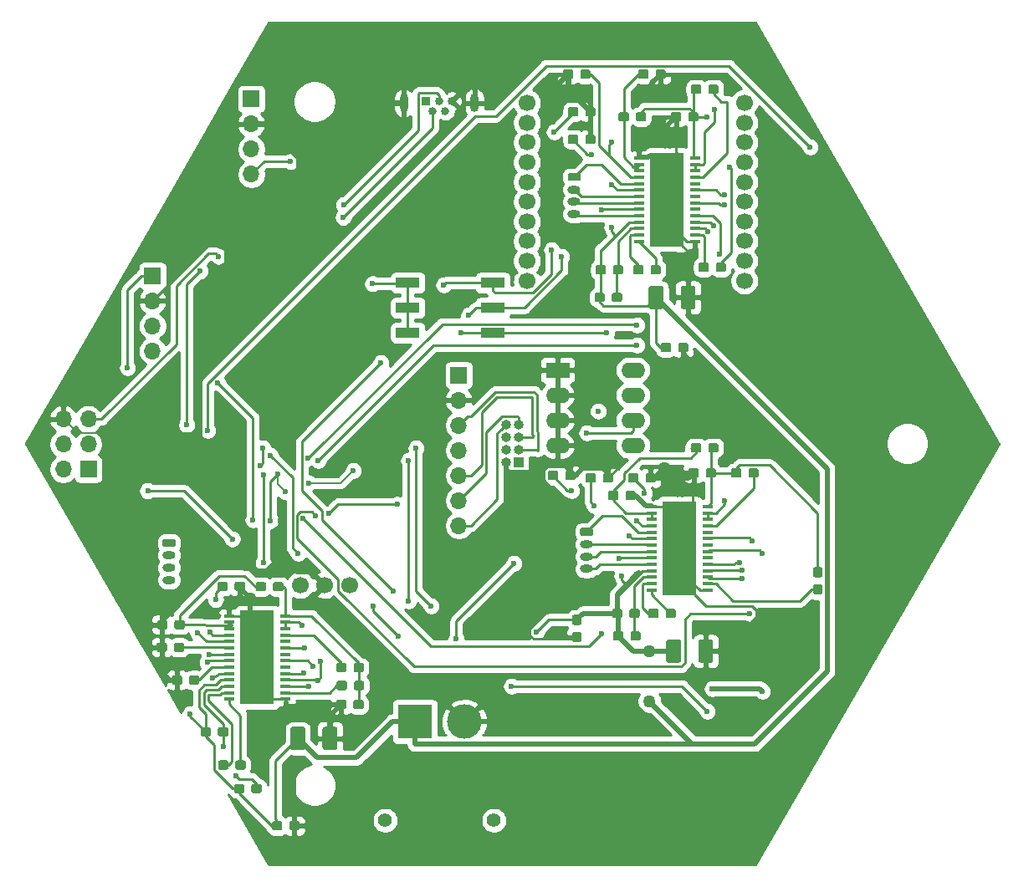
<source format=gbr>
%TF.GenerationSoftware,KiCad,Pcbnew,(5.1.5)-3*%
%TF.CreationDate,2020-03-08T16:26:51+08:00*%
%TF.ProjectId,Misaka,4d697361-6b61-42e6-9b69-6361645f7063,rev?*%
%TF.SameCoordinates,Original*%
%TF.FileFunction,Copper,L2,Bot*%
%TF.FilePolarity,Positive*%
%FSLAX46Y46*%
G04 Gerber Fmt 4.6, Leading zero omitted, Abs format (unit mm)*
G04 Created by KiCad (PCBNEW (5.1.5)-3) date 2020-03-08 16:26:51*
%MOMM*%
%LPD*%
G04 APERTURE LIST*
%ADD10C,0.350000*%
%ADD11C,1.700000*%
%ADD12O,2.400000X1.600000*%
%ADD13R,2.400000X1.600000*%
%ADD14C,0.600000*%
%ADD15R,3.400000X9.500000*%
%ADD16R,1.100000X0.400000*%
%ADD17R,2.440000X1.120000*%
%ADD18O,1.700000X1.700000*%
%ADD19R,1.700000X1.700000*%
%ADD20O,1.000000X1.000000*%
%ADD21R,1.000000X1.000000*%
%ADD22O,0.850000X1.850000*%
%ADD23C,0.840000*%
%ADD24R,0.840000X0.840000*%
%ADD25O,1.300000X0.800000*%
%ADD26C,3.500000*%
%ADD27R,3.500000X3.500000*%
%ADD28C,1.400000*%
%ADD29C,1.270000*%
%ADD30C,0.254000*%
%ADD31C,0.500000*%
%ADD32C,0.508000*%
%ADD33C,0.127000*%
%ADD34C,0.300000*%
%ADD35C,0.350000*%
%ADD36O,0.350000X1.350000*%
G04 APERTURE END LIST*
%TA.AperFunction,SMDPad,CuDef*%
D10*
G36*
X41385779Y-98476144D02*
G01*
X41408834Y-98479563D01*
X41431443Y-98485227D01*
X41453387Y-98493079D01*
X41474457Y-98503044D01*
X41494448Y-98515026D01*
X41513168Y-98528910D01*
X41530438Y-98544562D01*
X41546090Y-98561832D01*
X41559974Y-98580552D01*
X41571956Y-98600543D01*
X41581921Y-98621613D01*
X41589773Y-98643557D01*
X41595437Y-98666166D01*
X41598856Y-98689221D01*
X41600000Y-98712500D01*
X41600000Y-99187500D01*
X41598856Y-99210779D01*
X41595437Y-99233834D01*
X41589773Y-99256443D01*
X41581921Y-99278387D01*
X41571956Y-99299457D01*
X41559974Y-99319448D01*
X41546090Y-99338168D01*
X41530438Y-99355438D01*
X41513168Y-99371090D01*
X41494448Y-99384974D01*
X41474457Y-99396956D01*
X41453387Y-99406921D01*
X41431443Y-99414773D01*
X41408834Y-99420437D01*
X41385779Y-99423856D01*
X41362500Y-99425000D01*
X40787500Y-99425000D01*
X40764221Y-99423856D01*
X40741166Y-99420437D01*
X40718557Y-99414773D01*
X40696613Y-99406921D01*
X40675543Y-99396956D01*
X40655552Y-99384974D01*
X40636832Y-99371090D01*
X40619562Y-99355438D01*
X40603910Y-99338168D01*
X40590026Y-99319448D01*
X40578044Y-99299457D01*
X40568079Y-99278387D01*
X40560227Y-99256443D01*
X40554563Y-99233834D01*
X40551144Y-99210779D01*
X40550000Y-99187500D01*
X40550000Y-98712500D01*
X40551144Y-98689221D01*
X40554563Y-98666166D01*
X40560227Y-98643557D01*
X40568079Y-98621613D01*
X40578044Y-98600543D01*
X40590026Y-98580552D01*
X40603910Y-98561832D01*
X40619562Y-98544562D01*
X40636832Y-98528910D01*
X40655552Y-98515026D01*
X40675543Y-98503044D01*
X40696613Y-98493079D01*
X40718557Y-98485227D01*
X40741166Y-98479563D01*
X40764221Y-98476144D01*
X40787500Y-98475000D01*
X41362500Y-98475000D01*
X41385779Y-98476144D01*
G37*
%TD.AperFunction*%
%TA.AperFunction,SMDPad,CuDef*%
G36*
X43135779Y-98476144D02*
G01*
X43158834Y-98479563D01*
X43181443Y-98485227D01*
X43203387Y-98493079D01*
X43224457Y-98503044D01*
X43244448Y-98515026D01*
X43263168Y-98528910D01*
X43280438Y-98544562D01*
X43296090Y-98561832D01*
X43309974Y-98580552D01*
X43321956Y-98600543D01*
X43331921Y-98621613D01*
X43339773Y-98643557D01*
X43345437Y-98666166D01*
X43348856Y-98689221D01*
X43350000Y-98712500D01*
X43350000Y-99187500D01*
X43348856Y-99210779D01*
X43345437Y-99233834D01*
X43339773Y-99256443D01*
X43331921Y-99278387D01*
X43321956Y-99299457D01*
X43309974Y-99319448D01*
X43296090Y-99338168D01*
X43280438Y-99355438D01*
X43263168Y-99371090D01*
X43244448Y-99384974D01*
X43224457Y-99396956D01*
X43203387Y-99406921D01*
X43181443Y-99414773D01*
X43158834Y-99420437D01*
X43135779Y-99423856D01*
X43112500Y-99425000D01*
X42537500Y-99425000D01*
X42514221Y-99423856D01*
X42491166Y-99420437D01*
X42468557Y-99414773D01*
X42446613Y-99406921D01*
X42425543Y-99396956D01*
X42405552Y-99384974D01*
X42386832Y-99371090D01*
X42369562Y-99355438D01*
X42353910Y-99338168D01*
X42340026Y-99319448D01*
X42328044Y-99299457D01*
X42318079Y-99278387D01*
X42310227Y-99256443D01*
X42304563Y-99233834D01*
X42301144Y-99210779D01*
X42300000Y-99187500D01*
X42300000Y-98712500D01*
X42301144Y-98689221D01*
X42304563Y-98666166D01*
X42310227Y-98643557D01*
X42318079Y-98621613D01*
X42328044Y-98600543D01*
X42340026Y-98580552D01*
X42353910Y-98561832D01*
X42369562Y-98544562D01*
X42386832Y-98528910D01*
X42405552Y-98515026D01*
X42425543Y-98503044D01*
X42446613Y-98493079D01*
X42468557Y-98485227D01*
X42491166Y-98479563D01*
X42514221Y-98476144D01*
X42537500Y-98475000D01*
X43112500Y-98475000D01*
X43135779Y-98476144D01*
G37*
%TD.AperFunction*%
%TA.AperFunction,SMDPad,CuDef*%
G36*
X95113504Y-94838204D02*
G01*
X95137773Y-94841804D01*
X95161571Y-94847765D01*
X95184671Y-94856030D01*
X95206849Y-94866520D01*
X95227893Y-94879133D01*
X95247598Y-94893747D01*
X95265777Y-94910223D01*
X95282253Y-94928402D01*
X95296867Y-94948107D01*
X95309480Y-94969151D01*
X95319970Y-94991329D01*
X95328235Y-95014429D01*
X95334196Y-95038227D01*
X95337796Y-95062496D01*
X95339000Y-95087000D01*
X95339000Y-96937000D01*
X95337796Y-96961504D01*
X95334196Y-96985773D01*
X95328235Y-97009571D01*
X95319970Y-97032671D01*
X95309480Y-97054849D01*
X95296867Y-97075893D01*
X95282253Y-97095598D01*
X95265777Y-97113777D01*
X95247598Y-97130253D01*
X95227893Y-97144867D01*
X95206849Y-97157480D01*
X95184671Y-97167970D01*
X95161571Y-97176235D01*
X95137773Y-97182196D01*
X95113504Y-97185796D01*
X95089000Y-97187000D01*
X94089000Y-97187000D01*
X94064496Y-97185796D01*
X94040227Y-97182196D01*
X94016429Y-97176235D01*
X93993329Y-97167970D01*
X93971151Y-97157480D01*
X93950107Y-97144867D01*
X93930402Y-97130253D01*
X93912223Y-97113777D01*
X93895747Y-97095598D01*
X93881133Y-97075893D01*
X93868520Y-97054849D01*
X93858030Y-97032671D01*
X93849765Y-97009571D01*
X93843804Y-96985773D01*
X93840204Y-96961504D01*
X93839000Y-96937000D01*
X93839000Y-95087000D01*
X93840204Y-95062496D01*
X93843804Y-95038227D01*
X93849765Y-95014429D01*
X93858030Y-94991329D01*
X93868520Y-94969151D01*
X93881133Y-94948107D01*
X93895747Y-94928402D01*
X93912223Y-94910223D01*
X93930402Y-94893747D01*
X93950107Y-94879133D01*
X93971151Y-94866520D01*
X93993329Y-94856030D01*
X94016429Y-94847765D01*
X94040227Y-94841804D01*
X94064496Y-94838204D01*
X94089000Y-94837000D01*
X95089000Y-94837000D01*
X95113504Y-94838204D01*
G37*
%TD.AperFunction*%
%TA.AperFunction,SMDPad,CuDef*%
G36*
X91863504Y-94838204D02*
G01*
X91887773Y-94841804D01*
X91911571Y-94847765D01*
X91934671Y-94856030D01*
X91956849Y-94866520D01*
X91977893Y-94879133D01*
X91997598Y-94893747D01*
X92015777Y-94910223D01*
X92032253Y-94928402D01*
X92046867Y-94948107D01*
X92059480Y-94969151D01*
X92069970Y-94991329D01*
X92078235Y-95014429D01*
X92084196Y-95038227D01*
X92087796Y-95062496D01*
X92089000Y-95087000D01*
X92089000Y-96937000D01*
X92087796Y-96961504D01*
X92084196Y-96985773D01*
X92078235Y-97009571D01*
X92069970Y-97032671D01*
X92059480Y-97054849D01*
X92046867Y-97075893D01*
X92032253Y-97095598D01*
X92015777Y-97113777D01*
X91997598Y-97130253D01*
X91977893Y-97144867D01*
X91956849Y-97157480D01*
X91934671Y-97167970D01*
X91911571Y-97176235D01*
X91887773Y-97182196D01*
X91863504Y-97185796D01*
X91839000Y-97187000D01*
X90839000Y-97187000D01*
X90814496Y-97185796D01*
X90790227Y-97182196D01*
X90766429Y-97176235D01*
X90743329Y-97167970D01*
X90721151Y-97157480D01*
X90700107Y-97144867D01*
X90680402Y-97130253D01*
X90662223Y-97113777D01*
X90645747Y-97095598D01*
X90631133Y-97075893D01*
X90618520Y-97054849D01*
X90608030Y-97032671D01*
X90599765Y-97009571D01*
X90593804Y-96985773D01*
X90590204Y-96961504D01*
X90589000Y-96937000D01*
X90589000Y-95087000D01*
X90590204Y-95062496D01*
X90593804Y-95038227D01*
X90599765Y-95014429D01*
X90608030Y-94991329D01*
X90618520Y-94969151D01*
X90631133Y-94948107D01*
X90645747Y-94928402D01*
X90662223Y-94910223D01*
X90680402Y-94893747D01*
X90700107Y-94879133D01*
X90721151Y-94866520D01*
X90743329Y-94856030D01*
X90766429Y-94847765D01*
X90790227Y-94841804D01*
X90814496Y-94838204D01*
X90839000Y-94837000D01*
X91839000Y-94837000D01*
X91863504Y-94838204D01*
G37*
%TD.AperFunction*%
%TA.AperFunction,SMDPad,CuDef*%
G36*
X93335504Y-59024204D02*
G01*
X93359773Y-59027804D01*
X93383571Y-59033765D01*
X93406671Y-59042030D01*
X93428849Y-59052520D01*
X93449893Y-59065133D01*
X93469598Y-59079747D01*
X93487777Y-59096223D01*
X93504253Y-59114402D01*
X93518867Y-59134107D01*
X93531480Y-59155151D01*
X93541970Y-59177329D01*
X93550235Y-59200429D01*
X93556196Y-59224227D01*
X93559796Y-59248496D01*
X93561000Y-59273000D01*
X93561000Y-61123000D01*
X93559796Y-61147504D01*
X93556196Y-61171773D01*
X93550235Y-61195571D01*
X93541970Y-61218671D01*
X93531480Y-61240849D01*
X93518867Y-61261893D01*
X93504253Y-61281598D01*
X93487777Y-61299777D01*
X93469598Y-61316253D01*
X93449893Y-61330867D01*
X93428849Y-61343480D01*
X93406671Y-61353970D01*
X93383571Y-61362235D01*
X93359773Y-61368196D01*
X93335504Y-61371796D01*
X93311000Y-61373000D01*
X92311000Y-61373000D01*
X92286496Y-61371796D01*
X92262227Y-61368196D01*
X92238429Y-61362235D01*
X92215329Y-61353970D01*
X92193151Y-61343480D01*
X92172107Y-61330867D01*
X92152402Y-61316253D01*
X92134223Y-61299777D01*
X92117747Y-61281598D01*
X92103133Y-61261893D01*
X92090520Y-61240849D01*
X92080030Y-61218671D01*
X92071765Y-61195571D01*
X92065804Y-61171773D01*
X92062204Y-61147504D01*
X92061000Y-61123000D01*
X92061000Y-59273000D01*
X92062204Y-59248496D01*
X92065804Y-59224227D01*
X92071765Y-59200429D01*
X92080030Y-59177329D01*
X92090520Y-59155151D01*
X92103133Y-59134107D01*
X92117747Y-59114402D01*
X92134223Y-59096223D01*
X92152402Y-59079747D01*
X92172107Y-59065133D01*
X92193151Y-59052520D01*
X92215329Y-59042030D01*
X92238429Y-59033765D01*
X92262227Y-59027804D01*
X92286496Y-59024204D01*
X92311000Y-59023000D01*
X93311000Y-59023000D01*
X93335504Y-59024204D01*
G37*
%TD.AperFunction*%
%TA.AperFunction,SMDPad,CuDef*%
G36*
X90085504Y-59024204D02*
G01*
X90109773Y-59027804D01*
X90133571Y-59033765D01*
X90156671Y-59042030D01*
X90178849Y-59052520D01*
X90199893Y-59065133D01*
X90219598Y-59079747D01*
X90237777Y-59096223D01*
X90254253Y-59114402D01*
X90268867Y-59134107D01*
X90281480Y-59155151D01*
X90291970Y-59177329D01*
X90300235Y-59200429D01*
X90306196Y-59224227D01*
X90309796Y-59248496D01*
X90311000Y-59273000D01*
X90311000Y-61123000D01*
X90309796Y-61147504D01*
X90306196Y-61171773D01*
X90300235Y-61195571D01*
X90291970Y-61218671D01*
X90281480Y-61240849D01*
X90268867Y-61261893D01*
X90254253Y-61281598D01*
X90237777Y-61299777D01*
X90219598Y-61316253D01*
X90199893Y-61330867D01*
X90178849Y-61343480D01*
X90156671Y-61353970D01*
X90133571Y-61362235D01*
X90109773Y-61368196D01*
X90085504Y-61371796D01*
X90061000Y-61373000D01*
X89061000Y-61373000D01*
X89036496Y-61371796D01*
X89012227Y-61368196D01*
X88988429Y-61362235D01*
X88965329Y-61353970D01*
X88943151Y-61343480D01*
X88922107Y-61330867D01*
X88902402Y-61316253D01*
X88884223Y-61299777D01*
X88867747Y-61281598D01*
X88853133Y-61261893D01*
X88840520Y-61240849D01*
X88830030Y-61218671D01*
X88821765Y-61195571D01*
X88815804Y-61171773D01*
X88812204Y-61147504D01*
X88811000Y-61123000D01*
X88811000Y-59273000D01*
X88812204Y-59248496D01*
X88815804Y-59224227D01*
X88821765Y-59200429D01*
X88830030Y-59177329D01*
X88840520Y-59155151D01*
X88853133Y-59134107D01*
X88867747Y-59114402D01*
X88884223Y-59096223D01*
X88902402Y-59079747D01*
X88922107Y-59065133D01*
X88943151Y-59052520D01*
X88965329Y-59042030D01*
X88988429Y-59033765D01*
X89012227Y-59027804D01*
X89036496Y-59024204D01*
X89061000Y-59023000D01*
X90061000Y-59023000D01*
X90085504Y-59024204D01*
G37*
%TD.AperFunction*%
%TA.AperFunction,SMDPad,CuDef*%
G36*
X57079504Y-103676204D02*
G01*
X57103773Y-103679804D01*
X57127571Y-103685765D01*
X57150671Y-103694030D01*
X57172849Y-103704520D01*
X57193893Y-103717133D01*
X57213598Y-103731747D01*
X57231777Y-103748223D01*
X57248253Y-103766402D01*
X57262867Y-103786107D01*
X57275480Y-103807151D01*
X57285970Y-103829329D01*
X57294235Y-103852429D01*
X57300196Y-103876227D01*
X57303796Y-103900496D01*
X57305000Y-103925000D01*
X57305000Y-105775000D01*
X57303796Y-105799504D01*
X57300196Y-105823773D01*
X57294235Y-105847571D01*
X57285970Y-105870671D01*
X57275480Y-105892849D01*
X57262867Y-105913893D01*
X57248253Y-105933598D01*
X57231777Y-105951777D01*
X57213598Y-105968253D01*
X57193893Y-105982867D01*
X57172849Y-105995480D01*
X57150671Y-106005970D01*
X57127571Y-106014235D01*
X57103773Y-106020196D01*
X57079504Y-106023796D01*
X57055000Y-106025000D01*
X56055000Y-106025000D01*
X56030496Y-106023796D01*
X56006227Y-106020196D01*
X55982429Y-106014235D01*
X55959329Y-106005970D01*
X55937151Y-105995480D01*
X55916107Y-105982867D01*
X55896402Y-105968253D01*
X55878223Y-105951777D01*
X55861747Y-105933598D01*
X55847133Y-105913893D01*
X55834520Y-105892849D01*
X55824030Y-105870671D01*
X55815765Y-105847571D01*
X55809804Y-105823773D01*
X55806204Y-105799504D01*
X55805000Y-105775000D01*
X55805000Y-103925000D01*
X55806204Y-103900496D01*
X55809804Y-103876227D01*
X55815765Y-103852429D01*
X55824030Y-103829329D01*
X55834520Y-103807151D01*
X55847133Y-103786107D01*
X55861747Y-103766402D01*
X55878223Y-103748223D01*
X55896402Y-103731747D01*
X55916107Y-103717133D01*
X55937151Y-103704520D01*
X55959329Y-103694030D01*
X55982429Y-103685765D01*
X56006227Y-103679804D01*
X56030496Y-103676204D01*
X56055000Y-103675000D01*
X57055000Y-103675000D01*
X57079504Y-103676204D01*
G37*
%TD.AperFunction*%
%TA.AperFunction,SMDPad,CuDef*%
G36*
X53829504Y-103676204D02*
G01*
X53853773Y-103679804D01*
X53877571Y-103685765D01*
X53900671Y-103694030D01*
X53922849Y-103704520D01*
X53943893Y-103717133D01*
X53963598Y-103731747D01*
X53981777Y-103748223D01*
X53998253Y-103766402D01*
X54012867Y-103786107D01*
X54025480Y-103807151D01*
X54035970Y-103829329D01*
X54044235Y-103852429D01*
X54050196Y-103876227D01*
X54053796Y-103900496D01*
X54055000Y-103925000D01*
X54055000Y-105775000D01*
X54053796Y-105799504D01*
X54050196Y-105823773D01*
X54044235Y-105847571D01*
X54035970Y-105870671D01*
X54025480Y-105892849D01*
X54012867Y-105913893D01*
X53998253Y-105933598D01*
X53981777Y-105951777D01*
X53963598Y-105968253D01*
X53943893Y-105982867D01*
X53922849Y-105995480D01*
X53900671Y-106005970D01*
X53877571Y-106014235D01*
X53853773Y-106020196D01*
X53829504Y-106023796D01*
X53805000Y-106025000D01*
X52805000Y-106025000D01*
X52780496Y-106023796D01*
X52756227Y-106020196D01*
X52732429Y-106014235D01*
X52709329Y-106005970D01*
X52687151Y-105995480D01*
X52666107Y-105982867D01*
X52646402Y-105968253D01*
X52628223Y-105951777D01*
X52611747Y-105933598D01*
X52597133Y-105913893D01*
X52584520Y-105892849D01*
X52574030Y-105870671D01*
X52565765Y-105847571D01*
X52559804Y-105823773D01*
X52556204Y-105799504D01*
X52555000Y-105775000D01*
X52555000Y-103925000D01*
X52556204Y-103900496D01*
X52559804Y-103876227D01*
X52565765Y-103852429D01*
X52574030Y-103829329D01*
X52584520Y-103807151D01*
X52597133Y-103786107D01*
X52611747Y-103766402D01*
X52628223Y-103748223D01*
X52646402Y-103731747D01*
X52666107Y-103717133D01*
X52687151Y-103704520D01*
X52709329Y-103694030D01*
X52732429Y-103685765D01*
X52756227Y-103679804D01*
X52780496Y-103676204D01*
X52805000Y-103675000D01*
X53805000Y-103675000D01*
X53829504Y-103676204D01*
G37*
%TD.AperFunction*%
D11*
X53540000Y-89330000D03*
X56040000Y-89330000D03*
X58540000Y-89330000D03*
D12*
X87220000Y-67564000D03*
X79600000Y-75184000D03*
X87220000Y-70104000D03*
X79600000Y-72644000D03*
X87220000Y-72644000D03*
X79600000Y-70104000D03*
X87220000Y-75184000D03*
D13*
X79600000Y-67564000D03*
D14*
X90648000Y-81148000D03*
X91948000Y-81148000D03*
X93248000Y-81148000D03*
X90648000Y-82928000D03*
X91948000Y-82928000D03*
X93248000Y-82928000D03*
X90648000Y-84708000D03*
X91948000Y-84708000D03*
X93248000Y-84708000D03*
X90648000Y-86488000D03*
X91948000Y-86488000D03*
X93248000Y-86488000D03*
X90648000Y-88268000D03*
X91948000Y-88268000D03*
X93248000Y-88268000D03*
X93248000Y-90048000D03*
X91948000Y-90048000D03*
X90648000Y-90048000D03*
D15*
X91948000Y-85598000D03*
D16*
X94798000Y-89823000D03*
X94798000Y-89173000D03*
X94798000Y-88523000D03*
X94798000Y-87873000D03*
X94798000Y-87223000D03*
X94798000Y-86573000D03*
X94798000Y-85923000D03*
X94798000Y-85273000D03*
X94798000Y-84623000D03*
X94798000Y-83973000D03*
X94798000Y-83323000D03*
X94798000Y-82673000D03*
X94798000Y-82023000D03*
X94798000Y-81373000D03*
X89098000Y-81373000D03*
X89098000Y-82023000D03*
X89098000Y-82673000D03*
X89098000Y-83323000D03*
X89098000Y-83973000D03*
X89098000Y-84623000D03*
X89098000Y-85273000D03*
X89098000Y-85923000D03*
X89098000Y-86573000D03*
X89098000Y-87223000D03*
X89098000Y-87873000D03*
X89098000Y-88523000D03*
X89098000Y-89173000D03*
X89098000Y-89823000D03*
D14*
X89360000Y-45850000D03*
X90660000Y-45850000D03*
X91960000Y-45850000D03*
X89360000Y-47630000D03*
X90660000Y-47630000D03*
X91960000Y-47630000D03*
X89360000Y-49410000D03*
X90660000Y-49410000D03*
X91960000Y-49410000D03*
X89360000Y-51190000D03*
X90660000Y-51190000D03*
X91960000Y-51190000D03*
X89360000Y-52970000D03*
X90660000Y-52970000D03*
X91960000Y-52970000D03*
X91960000Y-54750000D03*
X90660000Y-54750000D03*
X89360000Y-54750000D03*
D15*
X90660000Y-50300000D03*
D16*
X93510000Y-54525000D03*
X93510000Y-53875000D03*
X93510000Y-53225000D03*
X93510000Y-52575000D03*
X93510000Y-51925000D03*
X93510000Y-51275000D03*
X93510000Y-50625000D03*
X93510000Y-49975000D03*
X93510000Y-49325000D03*
X93510000Y-48675000D03*
X93510000Y-48025000D03*
X93510000Y-47375000D03*
X93510000Y-46725000D03*
X93510000Y-46075000D03*
X87810000Y-46075000D03*
X87810000Y-46725000D03*
X87810000Y-47375000D03*
X87810000Y-48025000D03*
X87810000Y-48675000D03*
X87810000Y-49325000D03*
X87810000Y-49975000D03*
X87810000Y-50625000D03*
X87810000Y-51275000D03*
X87810000Y-51925000D03*
X87810000Y-52575000D03*
X87810000Y-53225000D03*
X87810000Y-53875000D03*
X87810000Y-54525000D03*
D14*
X47890000Y-92215000D03*
X49190000Y-92215000D03*
X50490000Y-92215000D03*
X47890000Y-93995000D03*
X49190000Y-93995000D03*
X50490000Y-93995000D03*
X47890000Y-95775000D03*
X49190000Y-95775000D03*
X50490000Y-95775000D03*
X47890000Y-97555000D03*
X49190000Y-97555000D03*
X50490000Y-97555000D03*
X47890000Y-99335000D03*
X49190000Y-99335000D03*
X50490000Y-99335000D03*
X50490000Y-101115000D03*
X49190000Y-101115000D03*
X47890000Y-101115000D03*
D15*
X49190000Y-96665000D03*
D16*
X52040000Y-100890000D03*
X52040000Y-100240000D03*
X52040000Y-99590000D03*
X52040000Y-98940000D03*
X52040000Y-98290000D03*
X52040000Y-97640000D03*
X52040000Y-96990000D03*
X52040000Y-96340000D03*
X52040000Y-95690000D03*
X52040000Y-95040000D03*
X52040000Y-94390000D03*
X52040000Y-93740000D03*
X52040000Y-93090000D03*
X52040000Y-92440000D03*
X46340000Y-92440000D03*
X46340000Y-93090000D03*
X46340000Y-93740000D03*
X46340000Y-94390000D03*
X46340000Y-95040000D03*
X46340000Y-95690000D03*
X46340000Y-96340000D03*
X46340000Y-96990000D03*
X46340000Y-97640000D03*
X46340000Y-98290000D03*
X46340000Y-98940000D03*
X46340000Y-99590000D03*
X46340000Y-100240000D03*
X46340000Y-100890000D03*
D17*
X73035000Y-63780000D03*
X64425000Y-58700000D03*
X73035000Y-61240000D03*
X64425000Y-61240000D03*
X73035000Y-58700000D03*
X64425000Y-63780000D03*
%TA.AperFunction,SMDPad,CuDef*%
D10*
G36*
X106178779Y-87501144D02*
G01*
X106201834Y-87504563D01*
X106224443Y-87510227D01*
X106246387Y-87518079D01*
X106267457Y-87528044D01*
X106287448Y-87540026D01*
X106306168Y-87553910D01*
X106323438Y-87569562D01*
X106339090Y-87586832D01*
X106352974Y-87605552D01*
X106364956Y-87625543D01*
X106374921Y-87646613D01*
X106382773Y-87668557D01*
X106388437Y-87691166D01*
X106391856Y-87714221D01*
X106393000Y-87737500D01*
X106393000Y-88312500D01*
X106391856Y-88335779D01*
X106388437Y-88358834D01*
X106382773Y-88381443D01*
X106374921Y-88403387D01*
X106364956Y-88424457D01*
X106352974Y-88444448D01*
X106339090Y-88463168D01*
X106323438Y-88480438D01*
X106306168Y-88496090D01*
X106287448Y-88509974D01*
X106267457Y-88521956D01*
X106246387Y-88531921D01*
X106224443Y-88539773D01*
X106201834Y-88545437D01*
X106178779Y-88548856D01*
X106155500Y-88550000D01*
X105680500Y-88550000D01*
X105657221Y-88548856D01*
X105634166Y-88545437D01*
X105611557Y-88539773D01*
X105589613Y-88531921D01*
X105568543Y-88521956D01*
X105548552Y-88509974D01*
X105529832Y-88496090D01*
X105512562Y-88480438D01*
X105496910Y-88463168D01*
X105483026Y-88444448D01*
X105471044Y-88424457D01*
X105461079Y-88403387D01*
X105453227Y-88381443D01*
X105447563Y-88358834D01*
X105444144Y-88335779D01*
X105443000Y-88312500D01*
X105443000Y-87737500D01*
X105444144Y-87714221D01*
X105447563Y-87691166D01*
X105453227Y-87668557D01*
X105461079Y-87646613D01*
X105471044Y-87625543D01*
X105483026Y-87605552D01*
X105496910Y-87586832D01*
X105512562Y-87569562D01*
X105529832Y-87553910D01*
X105548552Y-87540026D01*
X105568543Y-87528044D01*
X105589613Y-87518079D01*
X105611557Y-87510227D01*
X105634166Y-87504563D01*
X105657221Y-87501144D01*
X105680500Y-87500000D01*
X106155500Y-87500000D01*
X106178779Y-87501144D01*
G37*
%TD.AperFunction*%
%TA.AperFunction,SMDPad,CuDef*%
G36*
X106178779Y-89251144D02*
G01*
X106201834Y-89254563D01*
X106224443Y-89260227D01*
X106246387Y-89268079D01*
X106267457Y-89278044D01*
X106287448Y-89290026D01*
X106306168Y-89303910D01*
X106323438Y-89319562D01*
X106339090Y-89336832D01*
X106352974Y-89355552D01*
X106364956Y-89375543D01*
X106374921Y-89396613D01*
X106382773Y-89418557D01*
X106388437Y-89441166D01*
X106391856Y-89464221D01*
X106393000Y-89487500D01*
X106393000Y-90062500D01*
X106391856Y-90085779D01*
X106388437Y-90108834D01*
X106382773Y-90131443D01*
X106374921Y-90153387D01*
X106364956Y-90174457D01*
X106352974Y-90194448D01*
X106339090Y-90213168D01*
X106323438Y-90230438D01*
X106306168Y-90246090D01*
X106287448Y-90259974D01*
X106267457Y-90271956D01*
X106246387Y-90281921D01*
X106224443Y-90289773D01*
X106201834Y-90295437D01*
X106178779Y-90298856D01*
X106155500Y-90300000D01*
X105680500Y-90300000D01*
X105657221Y-90298856D01*
X105634166Y-90295437D01*
X105611557Y-90289773D01*
X105589613Y-90281921D01*
X105568543Y-90271956D01*
X105548552Y-90259974D01*
X105529832Y-90246090D01*
X105512562Y-90230438D01*
X105496910Y-90213168D01*
X105483026Y-90194448D01*
X105471044Y-90174457D01*
X105461079Y-90153387D01*
X105453227Y-90131443D01*
X105447563Y-90108834D01*
X105444144Y-90085779D01*
X105443000Y-90062500D01*
X105443000Y-89487500D01*
X105444144Y-89464221D01*
X105447563Y-89441166D01*
X105453227Y-89418557D01*
X105461079Y-89396613D01*
X105471044Y-89375543D01*
X105483026Y-89355552D01*
X105496910Y-89336832D01*
X105512562Y-89319562D01*
X105529832Y-89303910D01*
X105548552Y-89290026D01*
X105568543Y-89278044D01*
X105589613Y-89268079D01*
X105611557Y-89260227D01*
X105634166Y-89254563D01*
X105657221Y-89251144D01*
X105680500Y-89250000D01*
X106155500Y-89250000D01*
X106178779Y-89251144D01*
G37*
%TD.AperFunction*%
%TA.AperFunction,SMDPad,CuDef*%
G36*
X97987779Y-77504144D02*
G01*
X98010834Y-77507563D01*
X98033443Y-77513227D01*
X98055387Y-77521079D01*
X98076457Y-77531044D01*
X98096448Y-77543026D01*
X98115168Y-77556910D01*
X98132438Y-77572562D01*
X98148090Y-77589832D01*
X98161974Y-77608552D01*
X98173956Y-77628543D01*
X98183921Y-77649613D01*
X98191773Y-77671557D01*
X98197437Y-77694166D01*
X98200856Y-77717221D01*
X98202000Y-77740500D01*
X98202000Y-78215500D01*
X98200856Y-78238779D01*
X98197437Y-78261834D01*
X98191773Y-78284443D01*
X98183921Y-78306387D01*
X98173956Y-78327457D01*
X98161974Y-78347448D01*
X98148090Y-78366168D01*
X98132438Y-78383438D01*
X98115168Y-78399090D01*
X98096448Y-78412974D01*
X98076457Y-78424956D01*
X98055387Y-78434921D01*
X98033443Y-78442773D01*
X98010834Y-78448437D01*
X97987779Y-78451856D01*
X97964500Y-78453000D01*
X97389500Y-78453000D01*
X97366221Y-78451856D01*
X97343166Y-78448437D01*
X97320557Y-78442773D01*
X97298613Y-78434921D01*
X97277543Y-78424956D01*
X97257552Y-78412974D01*
X97238832Y-78399090D01*
X97221562Y-78383438D01*
X97205910Y-78366168D01*
X97192026Y-78347448D01*
X97180044Y-78327457D01*
X97170079Y-78306387D01*
X97162227Y-78284443D01*
X97156563Y-78261834D01*
X97153144Y-78238779D01*
X97152000Y-78215500D01*
X97152000Y-77740500D01*
X97153144Y-77717221D01*
X97156563Y-77694166D01*
X97162227Y-77671557D01*
X97170079Y-77649613D01*
X97180044Y-77628543D01*
X97192026Y-77608552D01*
X97205910Y-77589832D01*
X97221562Y-77572562D01*
X97238832Y-77556910D01*
X97257552Y-77543026D01*
X97277543Y-77531044D01*
X97298613Y-77521079D01*
X97320557Y-77513227D01*
X97343166Y-77507563D01*
X97366221Y-77504144D01*
X97389500Y-77503000D01*
X97964500Y-77503000D01*
X97987779Y-77504144D01*
G37*
%TD.AperFunction*%
%TA.AperFunction,SMDPad,CuDef*%
G36*
X99737779Y-77504144D02*
G01*
X99760834Y-77507563D01*
X99783443Y-77513227D01*
X99805387Y-77521079D01*
X99826457Y-77531044D01*
X99846448Y-77543026D01*
X99865168Y-77556910D01*
X99882438Y-77572562D01*
X99898090Y-77589832D01*
X99911974Y-77608552D01*
X99923956Y-77628543D01*
X99933921Y-77649613D01*
X99941773Y-77671557D01*
X99947437Y-77694166D01*
X99950856Y-77717221D01*
X99952000Y-77740500D01*
X99952000Y-78215500D01*
X99950856Y-78238779D01*
X99947437Y-78261834D01*
X99941773Y-78284443D01*
X99933921Y-78306387D01*
X99923956Y-78327457D01*
X99911974Y-78347448D01*
X99898090Y-78366168D01*
X99882438Y-78383438D01*
X99865168Y-78399090D01*
X99846448Y-78412974D01*
X99826457Y-78424956D01*
X99805387Y-78434921D01*
X99783443Y-78442773D01*
X99760834Y-78448437D01*
X99737779Y-78451856D01*
X99714500Y-78453000D01*
X99139500Y-78453000D01*
X99116221Y-78451856D01*
X99093166Y-78448437D01*
X99070557Y-78442773D01*
X99048613Y-78434921D01*
X99027543Y-78424956D01*
X99007552Y-78412974D01*
X98988832Y-78399090D01*
X98971562Y-78383438D01*
X98955910Y-78366168D01*
X98942026Y-78347448D01*
X98930044Y-78327457D01*
X98920079Y-78306387D01*
X98912227Y-78284443D01*
X98906563Y-78261834D01*
X98903144Y-78238779D01*
X98902000Y-78215500D01*
X98902000Y-77740500D01*
X98903144Y-77717221D01*
X98906563Y-77694166D01*
X98912227Y-77671557D01*
X98920079Y-77649613D01*
X98930044Y-77628543D01*
X98942026Y-77608552D01*
X98955910Y-77589832D01*
X98971562Y-77572562D01*
X98988832Y-77556910D01*
X99007552Y-77543026D01*
X99027543Y-77531044D01*
X99048613Y-77521079D01*
X99070557Y-77513227D01*
X99093166Y-77507563D01*
X99116221Y-77504144D01*
X99139500Y-77503000D01*
X99714500Y-77503000D01*
X99737779Y-77504144D01*
G37*
%TD.AperFunction*%
%TA.AperFunction,SMDPad,CuDef*%
G36*
X81195779Y-77758144D02*
G01*
X81218834Y-77761563D01*
X81241443Y-77767227D01*
X81263387Y-77775079D01*
X81284457Y-77785044D01*
X81304448Y-77797026D01*
X81323168Y-77810910D01*
X81340438Y-77826562D01*
X81356090Y-77843832D01*
X81369974Y-77862552D01*
X81381956Y-77882543D01*
X81391921Y-77903613D01*
X81399773Y-77925557D01*
X81405437Y-77948166D01*
X81408856Y-77971221D01*
X81410000Y-77994500D01*
X81410000Y-78469500D01*
X81408856Y-78492779D01*
X81405437Y-78515834D01*
X81399773Y-78538443D01*
X81391921Y-78560387D01*
X81381956Y-78581457D01*
X81369974Y-78601448D01*
X81356090Y-78620168D01*
X81340438Y-78637438D01*
X81323168Y-78653090D01*
X81304448Y-78666974D01*
X81284457Y-78678956D01*
X81263387Y-78688921D01*
X81241443Y-78696773D01*
X81218834Y-78702437D01*
X81195779Y-78705856D01*
X81172500Y-78707000D01*
X80597500Y-78707000D01*
X80574221Y-78705856D01*
X80551166Y-78702437D01*
X80528557Y-78696773D01*
X80506613Y-78688921D01*
X80485543Y-78678956D01*
X80465552Y-78666974D01*
X80446832Y-78653090D01*
X80429562Y-78637438D01*
X80413910Y-78620168D01*
X80400026Y-78601448D01*
X80388044Y-78581457D01*
X80378079Y-78560387D01*
X80370227Y-78538443D01*
X80364563Y-78515834D01*
X80361144Y-78492779D01*
X80360000Y-78469500D01*
X80360000Y-77994500D01*
X80361144Y-77971221D01*
X80364563Y-77948166D01*
X80370227Y-77925557D01*
X80378079Y-77903613D01*
X80388044Y-77882543D01*
X80400026Y-77862552D01*
X80413910Y-77843832D01*
X80429562Y-77826562D01*
X80446832Y-77810910D01*
X80465552Y-77797026D01*
X80485543Y-77785044D01*
X80506613Y-77775079D01*
X80528557Y-77767227D01*
X80551166Y-77761563D01*
X80574221Y-77758144D01*
X80597500Y-77757000D01*
X81172500Y-77757000D01*
X81195779Y-77758144D01*
G37*
%TD.AperFunction*%
%TA.AperFunction,SMDPad,CuDef*%
G36*
X79445779Y-77758144D02*
G01*
X79468834Y-77761563D01*
X79491443Y-77767227D01*
X79513387Y-77775079D01*
X79534457Y-77785044D01*
X79554448Y-77797026D01*
X79573168Y-77810910D01*
X79590438Y-77826562D01*
X79606090Y-77843832D01*
X79619974Y-77862552D01*
X79631956Y-77882543D01*
X79641921Y-77903613D01*
X79649773Y-77925557D01*
X79655437Y-77948166D01*
X79658856Y-77971221D01*
X79660000Y-77994500D01*
X79660000Y-78469500D01*
X79658856Y-78492779D01*
X79655437Y-78515834D01*
X79649773Y-78538443D01*
X79641921Y-78560387D01*
X79631956Y-78581457D01*
X79619974Y-78601448D01*
X79606090Y-78620168D01*
X79590438Y-78637438D01*
X79573168Y-78653090D01*
X79554448Y-78666974D01*
X79534457Y-78678956D01*
X79513387Y-78688921D01*
X79491443Y-78696773D01*
X79468834Y-78702437D01*
X79445779Y-78705856D01*
X79422500Y-78707000D01*
X78847500Y-78707000D01*
X78824221Y-78705856D01*
X78801166Y-78702437D01*
X78778557Y-78696773D01*
X78756613Y-78688921D01*
X78735543Y-78678956D01*
X78715552Y-78666974D01*
X78696832Y-78653090D01*
X78679562Y-78637438D01*
X78663910Y-78620168D01*
X78650026Y-78601448D01*
X78638044Y-78581457D01*
X78628079Y-78560387D01*
X78620227Y-78538443D01*
X78614563Y-78515834D01*
X78611144Y-78492779D01*
X78610000Y-78469500D01*
X78610000Y-77994500D01*
X78611144Y-77971221D01*
X78614563Y-77948166D01*
X78620227Y-77925557D01*
X78628079Y-77903613D01*
X78638044Y-77882543D01*
X78650026Y-77862552D01*
X78663910Y-77843832D01*
X78679562Y-77826562D01*
X78696832Y-77810910D01*
X78715552Y-77797026D01*
X78735543Y-77785044D01*
X78756613Y-77775079D01*
X78778557Y-77767227D01*
X78801166Y-77761563D01*
X78824221Y-77758144D01*
X78847500Y-77757000D01*
X79422500Y-77757000D01*
X79445779Y-77758144D01*
G37*
%TD.AperFunction*%
%TA.AperFunction,SMDPad,CuDef*%
G36*
X85005779Y-78012144D02*
G01*
X85028834Y-78015563D01*
X85051443Y-78021227D01*
X85073387Y-78029079D01*
X85094457Y-78039044D01*
X85114448Y-78051026D01*
X85133168Y-78064910D01*
X85150438Y-78080562D01*
X85166090Y-78097832D01*
X85179974Y-78116552D01*
X85191956Y-78136543D01*
X85201921Y-78157613D01*
X85209773Y-78179557D01*
X85215437Y-78202166D01*
X85218856Y-78225221D01*
X85220000Y-78248500D01*
X85220000Y-78723500D01*
X85218856Y-78746779D01*
X85215437Y-78769834D01*
X85209773Y-78792443D01*
X85201921Y-78814387D01*
X85191956Y-78835457D01*
X85179974Y-78855448D01*
X85166090Y-78874168D01*
X85150438Y-78891438D01*
X85133168Y-78907090D01*
X85114448Y-78920974D01*
X85094457Y-78932956D01*
X85073387Y-78942921D01*
X85051443Y-78950773D01*
X85028834Y-78956437D01*
X85005779Y-78959856D01*
X84982500Y-78961000D01*
X84407500Y-78961000D01*
X84384221Y-78959856D01*
X84361166Y-78956437D01*
X84338557Y-78950773D01*
X84316613Y-78942921D01*
X84295543Y-78932956D01*
X84275552Y-78920974D01*
X84256832Y-78907090D01*
X84239562Y-78891438D01*
X84223910Y-78874168D01*
X84210026Y-78855448D01*
X84198044Y-78835457D01*
X84188079Y-78814387D01*
X84180227Y-78792443D01*
X84174563Y-78769834D01*
X84171144Y-78746779D01*
X84170000Y-78723500D01*
X84170000Y-78248500D01*
X84171144Y-78225221D01*
X84174563Y-78202166D01*
X84180227Y-78179557D01*
X84188079Y-78157613D01*
X84198044Y-78136543D01*
X84210026Y-78116552D01*
X84223910Y-78097832D01*
X84239562Y-78080562D01*
X84256832Y-78064910D01*
X84275552Y-78051026D01*
X84295543Y-78039044D01*
X84316613Y-78029079D01*
X84338557Y-78021227D01*
X84361166Y-78015563D01*
X84384221Y-78012144D01*
X84407500Y-78011000D01*
X84982500Y-78011000D01*
X85005779Y-78012144D01*
G37*
%TD.AperFunction*%
%TA.AperFunction,SMDPad,CuDef*%
G36*
X83255779Y-78012144D02*
G01*
X83278834Y-78015563D01*
X83301443Y-78021227D01*
X83323387Y-78029079D01*
X83344457Y-78039044D01*
X83364448Y-78051026D01*
X83383168Y-78064910D01*
X83400438Y-78080562D01*
X83416090Y-78097832D01*
X83429974Y-78116552D01*
X83441956Y-78136543D01*
X83451921Y-78157613D01*
X83459773Y-78179557D01*
X83465437Y-78202166D01*
X83468856Y-78225221D01*
X83470000Y-78248500D01*
X83470000Y-78723500D01*
X83468856Y-78746779D01*
X83465437Y-78769834D01*
X83459773Y-78792443D01*
X83451921Y-78814387D01*
X83441956Y-78835457D01*
X83429974Y-78855448D01*
X83416090Y-78874168D01*
X83400438Y-78891438D01*
X83383168Y-78907090D01*
X83364448Y-78920974D01*
X83344457Y-78932956D01*
X83323387Y-78942921D01*
X83301443Y-78950773D01*
X83278834Y-78956437D01*
X83255779Y-78959856D01*
X83232500Y-78961000D01*
X82657500Y-78961000D01*
X82634221Y-78959856D01*
X82611166Y-78956437D01*
X82588557Y-78950773D01*
X82566613Y-78942921D01*
X82545543Y-78932956D01*
X82525552Y-78920974D01*
X82506832Y-78907090D01*
X82489562Y-78891438D01*
X82473910Y-78874168D01*
X82460026Y-78855448D01*
X82448044Y-78835457D01*
X82438079Y-78814387D01*
X82430227Y-78792443D01*
X82424563Y-78769834D01*
X82421144Y-78746779D01*
X82420000Y-78723500D01*
X82420000Y-78248500D01*
X82421144Y-78225221D01*
X82424563Y-78202166D01*
X82430227Y-78179557D01*
X82438079Y-78157613D01*
X82448044Y-78136543D01*
X82460026Y-78116552D01*
X82473910Y-78097832D01*
X82489562Y-78080562D01*
X82506832Y-78064910D01*
X82525552Y-78051026D01*
X82545543Y-78039044D01*
X82566613Y-78029079D01*
X82588557Y-78021227D01*
X82611166Y-78015563D01*
X82634221Y-78012144D01*
X82657500Y-78011000D01*
X83232500Y-78011000D01*
X83255779Y-78012144D01*
G37*
%TD.AperFunction*%
%TA.AperFunction,SMDPad,CuDef*%
G36*
X87799779Y-94014144D02*
G01*
X87822834Y-94017563D01*
X87845443Y-94023227D01*
X87867387Y-94031079D01*
X87888457Y-94041044D01*
X87908448Y-94053026D01*
X87927168Y-94066910D01*
X87944438Y-94082562D01*
X87960090Y-94099832D01*
X87973974Y-94118552D01*
X87985956Y-94138543D01*
X87995921Y-94159613D01*
X88003773Y-94181557D01*
X88009437Y-94204166D01*
X88012856Y-94227221D01*
X88014000Y-94250500D01*
X88014000Y-94725500D01*
X88012856Y-94748779D01*
X88009437Y-94771834D01*
X88003773Y-94794443D01*
X87995921Y-94816387D01*
X87985956Y-94837457D01*
X87973974Y-94857448D01*
X87960090Y-94876168D01*
X87944438Y-94893438D01*
X87927168Y-94909090D01*
X87908448Y-94922974D01*
X87888457Y-94934956D01*
X87867387Y-94944921D01*
X87845443Y-94952773D01*
X87822834Y-94958437D01*
X87799779Y-94961856D01*
X87776500Y-94963000D01*
X87201500Y-94963000D01*
X87178221Y-94961856D01*
X87155166Y-94958437D01*
X87132557Y-94952773D01*
X87110613Y-94944921D01*
X87089543Y-94934956D01*
X87069552Y-94922974D01*
X87050832Y-94909090D01*
X87033562Y-94893438D01*
X87017910Y-94876168D01*
X87004026Y-94857448D01*
X86992044Y-94837457D01*
X86982079Y-94816387D01*
X86974227Y-94794443D01*
X86968563Y-94771834D01*
X86965144Y-94748779D01*
X86964000Y-94725500D01*
X86964000Y-94250500D01*
X86965144Y-94227221D01*
X86968563Y-94204166D01*
X86974227Y-94181557D01*
X86982079Y-94159613D01*
X86992044Y-94138543D01*
X87004026Y-94118552D01*
X87017910Y-94099832D01*
X87033562Y-94082562D01*
X87050832Y-94066910D01*
X87069552Y-94053026D01*
X87089543Y-94041044D01*
X87110613Y-94031079D01*
X87132557Y-94023227D01*
X87155166Y-94017563D01*
X87178221Y-94014144D01*
X87201500Y-94013000D01*
X87776500Y-94013000D01*
X87799779Y-94014144D01*
G37*
%TD.AperFunction*%
%TA.AperFunction,SMDPad,CuDef*%
G36*
X86049779Y-94014144D02*
G01*
X86072834Y-94017563D01*
X86095443Y-94023227D01*
X86117387Y-94031079D01*
X86138457Y-94041044D01*
X86158448Y-94053026D01*
X86177168Y-94066910D01*
X86194438Y-94082562D01*
X86210090Y-94099832D01*
X86223974Y-94118552D01*
X86235956Y-94138543D01*
X86245921Y-94159613D01*
X86253773Y-94181557D01*
X86259437Y-94204166D01*
X86262856Y-94227221D01*
X86264000Y-94250500D01*
X86264000Y-94725500D01*
X86262856Y-94748779D01*
X86259437Y-94771834D01*
X86253773Y-94794443D01*
X86245921Y-94816387D01*
X86235956Y-94837457D01*
X86223974Y-94857448D01*
X86210090Y-94876168D01*
X86194438Y-94893438D01*
X86177168Y-94909090D01*
X86158448Y-94922974D01*
X86138457Y-94934956D01*
X86117387Y-94944921D01*
X86095443Y-94952773D01*
X86072834Y-94958437D01*
X86049779Y-94961856D01*
X86026500Y-94963000D01*
X85451500Y-94963000D01*
X85428221Y-94961856D01*
X85405166Y-94958437D01*
X85382557Y-94952773D01*
X85360613Y-94944921D01*
X85339543Y-94934956D01*
X85319552Y-94922974D01*
X85300832Y-94909090D01*
X85283562Y-94893438D01*
X85267910Y-94876168D01*
X85254026Y-94857448D01*
X85242044Y-94837457D01*
X85232079Y-94816387D01*
X85224227Y-94794443D01*
X85218563Y-94771834D01*
X85215144Y-94748779D01*
X85214000Y-94725500D01*
X85214000Y-94250500D01*
X85215144Y-94227221D01*
X85218563Y-94204166D01*
X85224227Y-94181557D01*
X85232079Y-94159613D01*
X85242044Y-94138543D01*
X85254026Y-94118552D01*
X85267910Y-94099832D01*
X85283562Y-94082562D01*
X85300832Y-94066910D01*
X85319552Y-94053026D01*
X85339543Y-94041044D01*
X85360613Y-94031079D01*
X85382557Y-94023227D01*
X85405166Y-94017563D01*
X85428221Y-94014144D01*
X85451500Y-94013000D01*
X86026500Y-94013000D01*
X86049779Y-94014144D01*
G37*
%TD.AperFunction*%
%TA.AperFunction,SMDPad,CuDef*%
G36*
X87291779Y-79790144D02*
G01*
X87314834Y-79793563D01*
X87337443Y-79799227D01*
X87359387Y-79807079D01*
X87380457Y-79817044D01*
X87400448Y-79829026D01*
X87419168Y-79842910D01*
X87436438Y-79858562D01*
X87452090Y-79875832D01*
X87465974Y-79894552D01*
X87477956Y-79914543D01*
X87487921Y-79935613D01*
X87495773Y-79957557D01*
X87501437Y-79980166D01*
X87504856Y-80003221D01*
X87506000Y-80026500D01*
X87506000Y-80501500D01*
X87504856Y-80524779D01*
X87501437Y-80547834D01*
X87495773Y-80570443D01*
X87487921Y-80592387D01*
X87477956Y-80613457D01*
X87465974Y-80633448D01*
X87452090Y-80652168D01*
X87436438Y-80669438D01*
X87419168Y-80685090D01*
X87400448Y-80698974D01*
X87380457Y-80710956D01*
X87359387Y-80720921D01*
X87337443Y-80728773D01*
X87314834Y-80734437D01*
X87291779Y-80737856D01*
X87268500Y-80739000D01*
X86693500Y-80739000D01*
X86670221Y-80737856D01*
X86647166Y-80734437D01*
X86624557Y-80728773D01*
X86602613Y-80720921D01*
X86581543Y-80710956D01*
X86561552Y-80698974D01*
X86542832Y-80685090D01*
X86525562Y-80669438D01*
X86509910Y-80652168D01*
X86496026Y-80633448D01*
X86484044Y-80613457D01*
X86474079Y-80592387D01*
X86466227Y-80570443D01*
X86460563Y-80547834D01*
X86457144Y-80524779D01*
X86456000Y-80501500D01*
X86456000Y-80026500D01*
X86457144Y-80003221D01*
X86460563Y-79980166D01*
X86466227Y-79957557D01*
X86474079Y-79935613D01*
X86484044Y-79914543D01*
X86496026Y-79894552D01*
X86509910Y-79875832D01*
X86525562Y-79858562D01*
X86542832Y-79842910D01*
X86561552Y-79829026D01*
X86581543Y-79817044D01*
X86602613Y-79807079D01*
X86624557Y-79799227D01*
X86647166Y-79793563D01*
X86670221Y-79790144D01*
X86693500Y-79789000D01*
X87268500Y-79789000D01*
X87291779Y-79790144D01*
G37*
%TD.AperFunction*%
%TA.AperFunction,SMDPad,CuDef*%
G36*
X85541779Y-79790144D02*
G01*
X85564834Y-79793563D01*
X85587443Y-79799227D01*
X85609387Y-79807079D01*
X85630457Y-79817044D01*
X85650448Y-79829026D01*
X85669168Y-79842910D01*
X85686438Y-79858562D01*
X85702090Y-79875832D01*
X85715974Y-79894552D01*
X85727956Y-79914543D01*
X85737921Y-79935613D01*
X85745773Y-79957557D01*
X85751437Y-79980166D01*
X85754856Y-80003221D01*
X85756000Y-80026500D01*
X85756000Y-80501500D01*
X85754856Y-80524779D01*
X85751437Y-80547834D01*
X85745773Y-80570443D01*
X85737921Y-80592387D01*
X85727956Y-80613457D01*
X85715974Y-80633448D01*
X85702090Y-80652168D01*
X85686438Y-80669438D01*
X85669168Y-80685090D01*
X85650448Y-80698974D01*
X85630457Y-80710956D01*
X85609387Y-80720921D01*
X85587443Y-80728773D01*
X85564834Y-80734437D01*
X85541779Y-80737856D01*
X85518500Y-80739000D01*
X84943500Y-80739000D01*
X84920221Y-80737856D01*
X84897166Y-80734437D01*
X84874557Y-80728773D01*
X84852613Y-80720921D01*
X84831543Y-80710956D01*
X84811552Y-80698974D01*
X84792832Y-80685090D01*
X84775562Y-80669438D01*
X84759910Y-80652168D01*
X84746026Y-80633448D01*
X84734044Y-80613457D01*
X84724079Y-80592387D01*
X84716227Y-80570443D01*
X84710563Y-80547834D01*
X84707144Y-80524779D01*
X84706000Y-80501500D01*
X84706000Y-80026500D01*
X84707144Y-80003221D01*
X84710563Y-79980166D01*
X84716227Y-79957557D01*
X84724079Y-79935613D01*
X84734044Y-79914543D01*
X84746026Y-79894552D01*
X84759910Y-79875832D01*
X84775562Y-79858562D01*
X84792832Y-79842910D01*
X84811552Y-79829026D01*
X84831543Y-79817044D01*
X84852613Y-79807079D01*
X84874557Y-79799227D01*
X84897166Y-79793563D01*
X84920221Y-79790144D01*
X84943500Y-79789000D01*
X85518500Y-79789000D01*
X85541779Y-79790144D01*
G37*
%TD.AperFunction*%
%TA.AperFunction,SMDPad,CuDef*%
G36*
X93923779Y-74964144D02*
G01*
X93946834Y-74967563D01*
X93969443Y-74973227D01*
X93991387Y-74981079D01*
X94012457Y-74991044D01*
X94032448Y-75003026D01*
X94051168Y-75016910D01*
X94068438Y-75032562D01*
X94084090Y-75049832D01*
X94097974Y-75068552D01*
X94109956Y-75088543D01*
X94119921Y-75109613D01*
X94127773Y-75131557D01*
X94133437Y-75154166D01*
X94136856Y-75177221D01*
X94138000Y-75200500D01*
X94138000Y-75675500D01*
X94136856Y-75698779D01*
X94133437Y-75721834D01*
X94127773Y-75744443D01*
X94119921Y-75766387D01*
X94109956Y-75787457D01*
X94097974Y-75807448D01*
X94084090Y-75826168D01*
X94068438Y-75843438D01*
X94051168Y-75859090D01*
X94032448Y-75872974D01*
X94012457Y-75884956D01*
X93991387Y-75894921D01*
X93969443Y-75902773D01*
X93946834Y-75908437D01*
X93923779Y-75911856D01*
X93900500Y-75913000D01*
X93325500Y-75913000D01*
X93302221Y-75911856D01*
X93279166Y-75908437D01*
X93256557Y-75902773D01*
X93234613Y-75894921D01*
X93213543Y-75884956D01*
X93193552Y-75872974D01*
X93174832Y-75859090D01*
X93157562Y-75843438D01*
X93141910Y-75826168D01*
X93128026Y-75807448D01*
X93116044Y-75787457D01*
X93106079Y-75766387D01*
X93098227Y-75744443D01*
X93092563Y-75721834D01*
X93089144Y-75698779D01*
X93088000Y-75675500D01*
X93088000Y-75200500D01*
X93089144Y-75177221D01*
X93092563Y-75154166D01*
X93098227Y-75131557D01*
X93106079Y-75109613D01*
X93116044Y-75088543D01*
X93128026Y-75068552D01*
X93141910Y-75049832D01*
X93157562Y-75032562D01*
X93174832Y-75016910D01*
X93193552Y-75003026D01*
X93213543Y-74991044D01*
X93234613Y-74981079D01*
X93256557Y-74973227D01*
X93279166Y-74967563D01*
X93302221Y-74964144D01*
X93325500Y-74963000D01*
X93900500Y-74963000D01*
X93923779Y-74964144D01*
G37*
%TD.AperFunction*%
%TA.AperFunction,SMDPad,CuDef*%
G36*
X95673779Y-74964144D02*
G01*
X95696834Y-74967563D01*
X95719443Y-74973227D01*
X95741387Y-74981079D01*
X95762457Y-74991044D01*
X95782448Y-75003026D01*
X95801168Y-75016910D01*
X95818438Y-75032562D01*
X95834090Y-75049832D01*
X95847974Y-75068552D01*
X95859956Y-75088543D01*
X95869921Y-75109613D01*
X95877773Y-75131557D01*
X95883437Y-75154166D01*
X95886856Y-75177221D01*
X95888000Y-75200500D01*
X95888000Y-75675500D01*
X95886856Y-75698779D01*
X95883437Y-75721834D01*
X95877773Y-75744443D01*
X95869921Y-75766387D01*
X95859956Y-75787457D01*
X95847974Y-75807448D01*
X95834090Y-75826168D01*
X95818438Y-75843438D01*
X95801168Y-75859090D01*
X95782448Y-75872974D01*
X95762457Y-75884956D01*
X95741387Y-75894921D01*
X95719443Y-75902773D01*
X95696834Y-75908437D01*
X95673779Y-75911856D01*
X95650500Y-75913000D01*
X95075500Y-75913000D01*
X95052221Y-75911856D01*
X95029166Y-75908437D01*
X95006557Y-75902773D01*
X94984613Y-75894921D01*
X94963543Y-75884956D01*
X94943552Y-75872974D01*
X94924832Y-75859090D01*
X94907562Y-75843438D01*
X94891910Y-75826168D01*
X94878026Y-75807448D01*
X94866044Y-75787457D01*
X94856079Y-75766387D01*
X94848227Y-75744443D01*
X94842563Y-75721834D01*
X94839144Y-75698779D01*
X94838000Y-75675500D01*
X94838000Y-75200500D01*
X94839144Y-75177221D01*
X94842563Y-75154166D01*
X94848227Y-75131557D01*
X94856079Y-75109613D01*
X94866044Y-75088543D01*
X94878026Y-75068552D01*
X94891910Y-75049832D01*
X94907562Y-75032562D01*
X94924832Y-75016910D01*
X94943552Y-75003026D01*
X94963543Y-74991044D01*
X94984613Y-74981079D01*
X95006557Y-74973227D01*
X95029166Y-74967563D01*
X95052221Y-74964144D01*
X95075500Y-74963000D01*
X95650500Y-74963000D01*
X95673779Y-74964144D01*
G37*
%TD.AperFunction*%
%TA.AperFunction,SMDPad,CuDef*%
G36*
X96435779Y-56676144D02*
G01*
X96458834Y-56679563D01*
X96481443Y-56685227D01*
X96503387Y-56693079D01*
X96524457Y-56703044D01*
X96544448Y-56715026D01*
X96563168Y-56728910D01*
X96580438Y-56744562D01*
X96596090Y-56761832D01*
X96609974Y-56780552D01*
X96621956Y-56800543D01*
X96631921Y-56821613D01*
X96639773Y-56843557D01*
X96645437Y-56866166D01*
X96648856Y-56889221D01*
X96650000Y-56912500D01*
X96650000Y-57387500D01*
X96648856Y-57410779D01*
X96645437Y-57433834D01*
X96639773Y-57456443D01*
X96631921Y-57478387D01*
X96621956Y-57499457D01*
X96609974Y-57519448D01*
X96596090Y-57538168D01*
X96580438Y-57555438D01*
X96563168Y-57571090D01*
X96544448Y-57584974D01*
X96524457Y-57596956D01*
X96503387Y-57606921D01*
X96481443Y-57614773D01*
X96458834Y-57620437D01*
X96435779Y-57623856D01*
X96412500Y-57625000D01*
X95837500Y-57625000D01*
X95814221Y-57623856D01*
X95791166Y-57620437D01*
X95768557Y-57614773D01*
X95746613Y-57606921D01*
X95725543Y-57596956D01*
X95705552Y-57584974D01*
X95686832Y-57571090D01*
X95669562Y-57555438D01*
X95653910Y-57538168D01*
X95640026Y-57519448D01*
X95628044Y-57499457D01*
X95618079Y-57478387D01*
X95610227Y-57456443D01*
X95604563Y-57433834D01*
X95601144Y-57410779D01*
X95600000Y-57387500D01*
X95600000Y-56912500D01*
X95601144Y-56889221D01*
X95604563Y-56866166D01*
X95610227Y-56843557D01*
X95618079Y-56821613D01*
X95628044Y-56800543D01*
X95640026Y-56780552D01*
X95653910Y-56761832D01*
X95669562Y-56744562D01*
X95686832Y-56728910D01*
X95705552Y-56715026D01*
X95725543Y-56703044D01*
X95746613Y-56693079D01*
X95768557Y-56685227D01*
X95791166Y-56679563D01*
X95814221Y-56676144D01*
X95837500Y-56675000D01*
X96412500Y-56675000D01*
X96435779Y-56676144D01*
G37*
%TD.AperFunction*%
%TA.AperFunction,SMDPad,CuDef*%
G36*
X94685779Y-56676144D02*
G01*
X94708834Y-56679563D01*
X94731443Y-56685227D01*
X94753387Y-56693079D01*
X94774457Y-56703044D01*
X94794448Y-56715026D01*
X94813168Y-56728910D01*
X94830438Y-56744562D01*
X94846090Y-56761832D01*
X94859974Y-56780552D01*
X94871956Y-56800543D01*
X94881921Y-56821613D01*
X94889773Y-56843557D01*
X94895437Y-56866166D01*
X94898856Y-56889221D01*
X94900000Y-56912500D01*
X94900000Y-57387500D01*
X94898856Y-57410779D01*
X94895437Y-57433834D01*
X94889773Y-57456443D01*
X94881921Y-57478387D01*
X94871956Y-57499457D01*
X94859974Y-57519448D01*
X94846090Y-57538168D01*
X94830438Y-57555438D01*
X94813168Y-57571090D01*
X94794448Y-57584974D01*
X94774457Y-57596956D01*
X94753387Y-57606921D01*
X94731443Y-57614773D01*
X94708834Y-57620437D01*
X94685779Y-57623856D01*
X94662500Y-57625000D01*
X94087500Y-57625000D01*
X94064221Y-57623856D01*
X94041166Y-57620437D01*
X94018557Y-57614773D01*
X93996613Y-57606921D01*
X93975543Y-57596956D01*
X93955552Y-57584974D01*
X93936832Y-57571090D01*
X93919562Y-57555438D01*
X93903910Y-57538168D01*
X93890026Y-57519448D01*
X93878044Y-57499457D01*
X93868079Y-57478387D01*
X93860227Y-57456443D01*
X93854563Y-57433834D01*
X93851144Y-57410779D01*
X93850000Y-57387500D01*
X93850000Y-56912500D01*
X93851144Y-56889221D01*
X93854563Y-56866166D01*
X93860227Y-56843557D01*
X93868079Y-56821613D01*
X93878044Y-56800543D01*
X93890026Y-56780552D01*
X93903910Y-56761832D01*
X93919562Y-56744562D01*
X93936832Y-56728910D01*
X93955552Y-56715026D01*
X93975543Y-56703044D01*
X93996613Y-56693079D01*
X94018557Y-56685227D01*
X94041166Y-56679563D01*
X94064221Y-56676144D01*
X94087500Y-56675000D01*
X94662500Y-56675000D01*
X94685779Y-56676144D01*
G37*
%TD.AperFunction*%
%TA.AperFunction,SMDPad,CuDef*%
G36*
X93923779Y-38642144D02*
G01*
X93946834Y-38645563D01*
X93969443Y-38651227D01*
X93991387Y-38659079D01*
X94012457Y-38669044D01*
X94032448Y-38681026D01*
X94051168Y-38694910D01*
X94068438Y-38710562D01*
X94084090Y-38727832D01*
X94097974Y-38746552D01*
X94109956Y-38766543D01*
X94119921Y-38787613D01*
X94127773Y-38809557D01*
X94133437Y-38832166D01*
X94136856Y-38855221D01*
X94138000Y-38878500D01*
X94138000Y-39353500D01*
X94136856Y-39376779D01*
X94133437Y-39399834D01*
X94127773Y-39422443D01*
X94119921Y-39444387D01*
X94109956Y-39465457D01*
X94097974Y-39485448D01*
X94084090Y-39504168D01*
X94068438Y-39521438D01*
X94051168Y-39537090D01*
X94032448Y-39550974D01*
X94012457Y-39562956D01*
X93991387Y-39572921D01*
X93969443Y-39580773D01*
X93946834Y-39586437D01*
X93923779Y-39589856D01*
X93900500Y-39591000D01*
X93325500Y-39591000D01*
X93302221Y-39589856D01*
X93279166Y-39586437D01*
X93256557Y-39580773D01*
X93234613Y-39572921D01*
X93213543Y-39562956D01*
X93193552Y-39550974D01*
X93174832Y-39537090D01*
X93157562Y-39521438D01*
X93141910Y-39504168D01*
X93128026Y-39485448D01*
X93116044Y-39465457D01*
X93106079Y-39444387D01*
X93098227Y-39422443D01*
X93092563Y-39399834D01*
X93089144Y-39376779D01*
X93088000Y-39353500D01*
X93088000Y-38878500D01*
X93089144Y-38855221D01*
X93092563Y-38832166D01*
X93098227Y-38809557D01*
X93106079Y-38787613D01*
X93116044Y-38766543D01*
X93128026Y-38746552D01*
X93141910Y-38727832D01*
X93157562Y-38710562D01*
X93174832Y-38694910D01*
X93193552Y-38681026D01*
X93213543Y-38669044D01*
X93234613Y-38659079D01*
X93256557Y-38651227D01*
X93279166Y-38645563D01*
X93302221Y-38642144D01*
X93325500Y-38641000D01*
X93900500Y-38641000D01*
X93923779Y-38642144D01*
G37*
%TD.AperFunction*%
%TA.AperFunction,SMDPad,CuDef*%
G36*
X95673779Y-38642144D02*
G01*
X95696834Y-38645563D01*
X95719443Y-38651227D01*
X95741387Y-38659079D01*
X95762457Y-38669044D01*
X95782448Y-38681026D01*
X95801168Y-38694910D01*
X95818438Y-38710562D01*
X95834090Y-38727832D01*
X95847974Y-38746552D01*
X95859956Y-38766543D01*
X95869921Y-38787613D01*
X95877773Y-38809557D01*
X95883437Y-38832166D01*
X95886856Y-38855221D01*
X95888000Y-38878500D01*
X95888000Y-39353500D01*
X95886856Y-39376779D01*
X95883437Y-39399834D01*
X95877773Y-39422443D01*
X95869921Y-39444387D01*
X95859956Y-39465457D01*
X95847974Y-39485448D01*
X95834090Y-39504168D01*
X95818438Y-39521438D01*
X95801168Y-39537090D01*
X95782448Y-39550974D01*
X95762457Y-39562956D01*
X95741387Y-39572921D01*
X95719443Y-39580773D01*
X95696834Y-39586437D01*
X95673779Y-39589856D01*
X95650500Y-39591000D01*
X95075500Y-39591000D01*
X95052221Y-39589856D01*
X95029166Y-39586437D01*
X95006557Y-39580773D01*
X94984613Y-39572921D01*
X94963543Y-39562956D01*
X94943552Y-39550974D01*
X94924832Y-39537090D01*
X94907562Y-39521438D01*
X94891910Y-39504168D01*
X94878026Y-39485448D01*
X94866044Y-39465457D01*
X94856079Y-39444387D01*
X94848227Y-39422443D01*
X94842563Y-39399834D01*
X94839144Y-39376779D01*
X94838000Y-39353500D01*
X94838000Y-38878500D01*
X94839144Y-38855221D01*
X94842563Y-38832166D01*
X94848227Y-38809557D01*
X94856079Y-38787613D01*
X94866044Y-38766543D01*
X94878026Y-38746552D01*
X94891910Y-38727832D01*
X94907562Y-38710562D01*
X94924832Y-38694910D01*
X94943552Y-38681026D01*
X94963543Y-38669044D01*
X94984613Y-38659079D01*
X95006557Y-38651227D01*
X95029166Y-38645563D01*
X95052221Y-38642144D01*
X95075500Y-38641000D01*
X95650500Y-38641000D01*
X95673779Y-38642144D01*
G37*
%TD.AperFunction*%
%TA.AperFunction,SMDPad,CuDef*%
G36*
X83227779Y-43722144D02*
G01*
X83250834Y-43725563D01*
X83273443Y-43731227D01*
X83295387Y-43739079D01*
X83316457Y-43749044D01*
X83336448Y-43761026D01*
X83355168Y-43774910D01*
X83372438Y-43790562D01*
X83388090Y-43807832D01*
X83401974Y-43826552D01*
X83413956Y-43846543D01*
X83423921Y-43867613D01*
X83431773Y-43889557D01*
X83437437Y-43912166D01*
X83440856Y-43935221D01*
X83442000Y-43958500D01*
X83442000Y-44433500D01*
X83440856Y-44456779D01*
X83437437Y-44479834D01*
X83431773Y-44502443D01*
X83423921Y-44524387D01*
X83413956Y-44545457D01*
X83401974Y-44565448D01*
X83388090Y-44584168D01*
X83372438Y-44601438D01*
X83355168Y-44617090D01*
X83336448Y-44630974D01*
X83316457Y-44642956D01*
X83295387Y-44652921D01*
X83273443Y-44660773D01*
X83250834Y-44666437D01*
X83227779Y-44669856D01*
X83204500Y-44671000D01*
X82629500Y-44671000D01*
X82606221Y-44669856D01*
X82583166Y-44666437D01*
X82560557Y-44660773D01*
X82538613Y-44652921D01*
X82517543Y-44642956D01*
X82497552Y-44630974D01*
X82478832Y-44617090D01*
X82461562Y-44601438D01*
X82445910Y-44584168D01*
X82432026Y-44565448D01*
X82420044Y-44545457D01*
X82410079Y-44524387D01*
X82402227Y-44502443D01*
X82396563Y-44479834D01*
X82393144Y-44456779D01*
X82392000Y-44433500D01*
X82392000Y-43958500D01*
X82393144Y-43935221D01*
X82396563Y-43912166D01*
X82402227Y-43889557D01*
X82410079Y-43867613D01*
X82420044Y-43846543D01*
X82432026Y-43826552D01*
X82445910Y-43807832D01*
X82461562Y-43790562D01*
X82478832Y-43774910D01*
X82497552Y-43761026D01*
X82517543Y-43749044D01*
X82538613Y-43739079D01*
X82560557Y-43731227D01*
X82583166Y-43725563D01*
X82606221Y-43722144D01*
X82629500Y-43721000D01*
X83204500Y-43721000D01*
X83227779Y-43722144D01*
G37*
%TD.AperFunction*%
%TA.AperFunction,SMDPad,CuDef*%
G36*
X81477779Y-43722144D02*
G01*
X81500834Y-43725563D01*
X81523443Y-43731227D01*
X81545387Y-43739079D01*
X81566457Y-43749044D01*
X81586448Y-43761026D01*
X81605168Y-43774910D01*
X81622438Y-43790562D01*
X81638090Y-43807832D01*
X81651974Y-43826552D01*
X81663956Y-43846543D01*
X81673921Y-43867613D01*
X81681773Y-43889557D01*
X81687437Y-43912166D01*
X81690856Y-43935221D01*
X81692000Y-43958500D01*
X81692000Y-44433500D01*
X81690856Y-44456779D01*
X81687437Y-44479834D01*
X81681773Y-44502443D01*
X81673921Y-44524387D01*
X81663956Y-44545457D01*
X81651974Y-44565448D01*
X81638090Y-44584168D01*
X81622438Y-44601438D01*
X81605168Y-44617090D01*
X81586448Y-44630974D01*
X81566457Y-44642956D01*
X81545387Y-44652921D01*
X81523443Y-44660773D01*
X81500834Y-44666437D01*
X81477779Y-44669856D01*
X81454500Y-44671000D01*
X80879500Y-44671000D01*
X80856221Y-44669856D01*
X80833166Y-44666437D01*
X80810557Y-44660773D01*
X80788613Y-44652921D01*
X80767543Y-44642956D01*
X80747552Y-44630974D01*
X80728832Y-44617090D01*
X80711562Y-44601438D01*
X80695910Y-44584168D01*
X80682026Y-44565448D01*
X80670044Y-44545457D01*
X80660079Y-44524387D01*
X80652227Y-44502443D01*
X80646563Y-44479834D01*
X80643144Y-44456779D01*
X80642000Y-44433500D01*
X80642000Y-43958500D01*
X80643144Y-43935221D01*
X80646563Y-43912166D01*
X80652227Y-43889557D01*
X80660079Y-43867613D01*
X80670044Y-43846543D01*
X80682026Y-43826552D01*
X80695910Y-43807832D01*
X80711562Y-43790562D01*
X80728832Y-43774910D01*
X80747552Y-43761026D01*
X80767543Y-43749044D01*
X80788613Y-43739079D01*
X80810557Y-43731227D01*
X80833166Y-43725563D01*
X80856221Y-43722144D01*
X80879500Y-43721000D01*
X81454500Y-43721000D01*
X81477779Y-43722144D01*
G37*
%TD.AperFunction*%
%TA.AperFunction,SMDPad,CuDef*%
G36*
X83227779Y-40928144D02*
G01*
X83250834Y-40931563D01*
X83273443Y-40937227D01*
X83295387Y-40945079D01*
X83316457Y-40955044D01*
X83336448Y-40967026D01*
X83355168Y-40980910D01*
X83372438Y-40996562D01*
X83388090Y-41013832D01*
X83401974Y-41032552D01*
X83413956Y-41052543D01*
X83423921Y-41073613D01*
X83431773Y-41095557D01*
X83437437Y-41118166D01*
X83440856Y-41141221D01*
X83442000Y-41164500D01*
X83442000Y-41639500D01*
X83440856Y-41662779D01*
X83437437Y-41685834D01*
X83431773Y-41708443D01*
X83423921Y-41730387D01*
X83413956Y-41751457D01*
X83401974Y-41771448D01*
X83388090Y-41790168D01*
X83372438Y-41807438D01*
X83355168Y-41823090D01*
X83336448Y-41836974D01*
X83316457Y-41848956D01*
X83295387Y-41858921D01*
X83273443Y-41866773D01*
X83250834Y-41872437D01*
X83227779Y-41875856D01*
X83204500Y-41877000D01*
X82629500Y-41877000D01*
X82606221Y-41875856D01*
X82583166Y-41872437D01*
X82560557Y-41866773D01*
X82538613Y-41858921D01*
X82517543Y-41848956D01*
X82497552Y-41836974D01*
X82478832Y-41823090D01*
X82461562Y-41807438D01*
X82445910Y-41790168D01*
X82432026Y-41771448D01*
X82420044Y-41751457D01*
X82410079Y-41730387D01*
X82402227Y-41708443D01*
X82396563Y-41685834D01*
X82393144Y-41662779D01*
X82392000Y-41639500D01*
X82392000Y-41164500D01*
X82393144Y-41141221D01*
X82396563Y-41118166D01*
X82402227Y-41095557D01*
X82410079Y-41073613D01*
X82420044Y-41052543D01*
X82432026Y-41032552D01*
X82445910Y-41013832D01*
X82461562Y-40996562D01*
X82478832Y-40980910D01*
X82497552Y-40967026D01*
X82517543Y-40955044D01*
X82538613Y-40945079D01*
X82560557Y-40937227D01*
X82583166Y-40931563D01*
X82606221Y-40928144D01*
X82629500Y-40927000D01*
X83204500Y-40927000D01*
X83227779Y-40928144D01*
G37*
%TD.AperFunction*%
%TA.AperFunction,SMDPad,CuDef*%
G36*
X81477779Y-40928144D02*
G01*
X81500834Y-40931563D01*
X81523443Y-40937227D01*
X81545387Y-40945079D01*
X81566457Y-40955044D01*
X81586448Y-40967026D01*
X81605168Y-40980910D01*
X81622438Y-40996562D01*
X81638090Y-41013832D01*
X81651974Y-41032552D01*
X81663956Y-41052543D01*
X81673921Y-41073613D01*
X81681773Y-41095557D01*
X81687437Y-41118166D01*
X81690856Y-41141221D01*
X81692000Y-41164500D01*
X81692000Y-41639500D01*
X81690856Y-41662779D01*
X81687437Y-41685834D01*
X81681773Y-41708443D01*
X81673921Y-41730387D01*
X81663956Y-41751457D01*
X81651974Y-41771448D01*
X81638090Y-41790168D01*
X81622438Y-41807438D01*
X81605168Y-41823090D01*
X81586448Y-41836974D01*
X81566457Y-41848956D01*
X81545387Y-41858921D01*
X81523443Y-41866773D01*
X81500834Y-41872437D01*
X81477779Y-41875856D01*
X81454500Y-41877000D01*
X80879500Y-41877000D01*
X80856221Y-41875856D01*
X80833166Y-41872437D01*
X80810557Y-41866773D01*
X80788613Y-41858921D01*
X80767543Y-41848956D01*
X80747552Y-41836974D01*
X80728832Y-41823090D01*
X80711562Y-41807438D01*
X80695910Y-41790168D01*
X80682026Y-41771448D01*
X80670044Y-41751457D01*
X80660079Y-41730387D01*
X80652227Y-41708443D01*
X80646563Y-41685834D01*
X80643144Y-41662779D01*
X80642000Y-41639500D01*
X80642000Y-41164500D01*
X80643144Y-41141221D01*
X80646563Y-41118166D01*
X80652227Y-41095557D01*
X80660079Y-41073613D01*
X80670044Y-41052543D01*
X80682026Y-41032552D01*
X80695910Y-41013832D01*
X80711562Y-40996562D01*
X80728832Y-40980910D01*
X80747552Y-40967026D01*
X80767543Y-40955044D01*
X80788613Y-40945079D01*
X80810557Y-40937227D01*
X80833166Y-40931563D01*
X80856221Y-40928144D01*
X80879500Y-40927000D01*
X81454500Y-40927000D01*
X81477779Y-40928144D01*
G37*
%TD.AperFunction*%
%TA.AperFunction,SMDPad,CuDef*%
G36*
X86021779Y-56930144D02*
G01*
X86044834Y-56933563D01*
X86067443Y-56939227D01*
X86089387Y-56947079D01*
X86110457Y-56957044D01*
X86130448Y-56969026D01*
X86149168Y-56982910D01*
X86166438Y-56998562D01*
X86182090Y-57015832D01*
X86195974Y-57034552D01*
X86207956Y-57054543D01*
X86217921Y-57075613D01*
X86225773Y-57097557D01*
X86231437Y-57120166D01*
X86234856Y-57143221D01*
X86236000Y-57166500D01*
X86236000Y-57641500D01*
X86234856Y-57664779D01*
X86231437Y-57687834D01*
X86225773Y-57710443D01*
X86217921Y-57732387D01*
X86207956Y-57753457D01*
X86195974Y-57773448D01*
X86182090Y-57792168D01*
X86166438Y-57809438D01*
X86149168Y-57825090D01*
X86130448Y-57838974D01*
X86110457Y-57850956D01*
X86089387Y-57860921D01*
X86067443Y-57868773D01*
X86044834Y-57874437D01*
X86021779Y-57877856D01*
X85998500Y-57879000D01*
X85423500Y-57879000D01*
X85400221Y-57877856D01*
X85377166Y-57874437D01*
X85354557Y-57868773D01*
X85332613Y-57860921D01*
X85311543Y-57850956D01*
X85291552Y-57838974D01*
X85272832Y-57825090D01*
X85255562Y-57809438D01*
X85239910Y-57792168D01*
X85226026Y-57773448D01*
X85214044Y-57753457D01*
X85204079Y-57732387D01*
X85196227Y-57710443D01*
X85190563Y-57687834D01*
X85187144Y-57664779D01*
X85186000Y-57641500D01*
X85186000Y-57166500D01*
X85187144Y-57143221D01*
X85190563Y-57120166D01*
X85196227Y-57097557D01*
X85204079Y-57075613D01*
X85214044Y-57054543D01*
X85226026Y-57034552D01*
X85239910Y-57015832D01*
X85255562Y-56998562D01*
X85272832Y-56982910D01*
X85291552Y-56969026D01*
X85311543Y-56957044D01*
X85332613Y-56947079D01*
X85354557Y-56939227D01*
X85377166Y-56933563D01*
X85400221Y-56930144D01*
X85423500Y-56929000D01*
X85998500Y-56929000D01*
X86021779Y-56930144D01*
G37*
%TD.AperFunction*%
%TA.AperFunction,SMDPad,CuDef*%
G36*
X84271779Y-56930144D02*
G01*
X84294834Y-56933563D01*
X84317443Y-56939227D01*
X84339387Y-56947079D01*
X84360457Y-56957044D01*
X84380448Y-56969026D01*
X84399168Y-56982910D01*
X84416438Y-56998562D01*
X84432090Y-57015832D01*
X84445974Y-57034552D01*
X84457956Y-57054543D01*
X84467921Y-57075613D01*
X84475773Y-57097557D01*
X84481437Y-57120166D01*
X84484856Y-57143221D01*
X84486000Y-57166500D01*
X84486000Y-57641500D01*
X84484856Y-57664779D01*
X84481437Y-57687834D01*
X84475773Y-57710443D01*
X84467921Y-57732387D01*
X84457956Y-57753457D01*
X84445974Y-57773448D01*
X84432090Y-57792168D01*
X84416438Y-57809438D01*
X84399168Y-57825090D01*
X84380448Y-57838974D01*
X84360457Y-57850956D01*
X84339387Y-57860921D01*
X84317443Y-57868773D01*
X84294834Y-57874437D01*
X84271779Y-57877856D01*
X84248500Y-57879000D01*
X83673500Y-57879000D01*
X83650221Y-57877856D01*
X83627166Y-57874437D01*
X83604557Y-57868773D01*
X83582613Y-57860921D01*
X83561543Y-57850956D01*
X83541552Y-57838974D01*
X83522832Y-57825090D01*
X83505562Y-57809438D01*
X83489910Y-57792168D01*
X83476026Y-57773448D01*
X83464044Y-57753457D01*
X83454079Y-57732387D01*
X83446227Y-57710443D01*
X83440563Y-57687834D01*
X83437144Y-57664779D01*
X83436000Y-57641500D01*
X83436000Y-57166500D01*
X83437144Y-57143221D01*
X83440563Y-57120166D01*
X83446227Y-57097557D01*
X83454079Y-57075613D01*
X83464044Y-57054543D01*
X83476026Y-57034552D01*
X83489910Y-57015832D01*
X83505562Y-56998562D01*
X83522832Y-56982910D01*
X83541552Y-56969026D01*
X83561543Y-56957044D01*
X83582613Y-56947079D01*
X83604557Y-56939227D01*
X83627166Y-56933563D01*
X83650221Y-56930144D01*
X83673500Y-56929000D01*
X84248500Y-56929000D01*
X84271779Y-56930144D01*
G37*
%TD.AperFunction*%
%TA.AperFunction,SMDPad,CuDef*%
G36*
X90339779Y-37118144D02*
G01*
X90362834Y-37121563D01*
X90385443Y-37127227D01*
X90407387Y-37135079D01*
X90428457Y-37145044D01*
X90448448Y-37157026D01*
X90467168Y-37170910D01*
X90484438Y-37186562D01*
X90500090Y-37203832D01*
X90513974Y-37222552D01*
X90525956Y-37242543D01*
X90535921Y-37263613D01*
X90543773Y-37285557D01*
X90549437Y-37308166D01*
X90552856Y-37331221D01*
X90554000Y-37354500D01*
X90554000Y-37829500D01*
X90552856Y-37852779D01*
X90549437Y-37875834D01*
X90543773Y-37898443D01*
X90535921Y-37920387D01*
X90525956Y-37941457D01*
X90513974Y-37961448D01*
X90500090Y-37980168D01*
X90484438Y-37997438D01*
X90467168Y-38013090D01*
X90448448Y-38026974D01*
X90428457Y-38038956D01*
X90407387Y-38048921D01*
X90385443Y-38056773D01*
X90362834Y-38062437D01*
X90339779Y-38065856D01*
X90316500Y-38067000D01*
X89741500Y-38067000D01*
X89718221Y-38065856D01*
X89695166Y-38062437D01*
X89672557Y-38056773D01*
X89650613Y-38048921D01*
X89629543Y-38038956D01*
X89609552Y-38026974D01*
X89590832Y-38013090D01*
X89573562Y-37997438D01*
X89557910Y-37980168D01*
X89544026Y-37961448D01*
X89532044Y-37941457D01*
X89522079Y-37920387D01*
X89514227Y-37898443D01*
X89508563Y-37875834D01*
X89505144Y-37852779D01*
X89504000Y-37829500D01*
X89504000Y-37354500D01*
X89505144Y-37331221D01*
X89508563Y-37308166D01*
X89514227Y-37285557D01*
X89522079Y-37263613D01*
X89532044Y-37242543D01*
X89544026Y-37222552D01*
X89557910Y-37203832D01*
X89573562Y-37186562D01*
X89590832Y-37170910D01*
X89609552Y-37157026D01*
X89629543Y-37145044D01*
X89650613Y-37135079D01*
X89672557Y-37127227D01*
X89695166Y-37121563D01*
X89718221Y-37118144D01*
X89741500Y-37117000D01*
X90316500Y-37117000D01*
X90339779Y-37118144D01*
G37*
%TD.AperFunction*%
%TA.AperFunction,SMDPad,CuDef*%
G36*
X88589779Y-37118144D02*
G01*
X88612834Y-37121563D01*
X88635443Y-37127227D01*
X88657387Y-37135079D01*
X88678457Y-37145044D01*
X88698448Y-37157026D01*
X88717168Y-37170910D01*
X88734438Y-37186562D01*
X88750090Y-37203832D01*
X88763974Y-37222552D01*
X88775956Y-37242543D01*
X88785921Y-37263613D01*
X88793773Y-37285557D01*
X88799437Y-37308166D01*
X88802856Y-37331221D01*
X88804000Y-37354500D01*
X88804000Y-37829500D01*
X88802856Y-37852779D01*
X88799437Y-37875834D01*
X88793773Y-37898443D01*
X88785921Y-37920387D01*
X88775956Y-37941457D01*
X88763974Y-37961448D01*
X88750090Y-37980168D01*
X88734438Y-37997438D01*
X88717168Y-38013090D01*
X88698448Y-38026974D01*
X88678457Y-38038956D01*
X88657387Y-38048921D01*
X88635443Y-38056773D01*
X88612834Y-38062437D01*
X88589779Y-38065856D01*
X88566500Y-38067000D01*
X87991500Y-38067000D01*
X87968221Y-38065856D01*
X87945166Y-38062437D01*
X87922557Y-38056773D01*
X87900613Y-38048921D01*
X87879543Y-38038956D01*
X87859552Y-38026974D01*
X87840832Y-38013090D01*
X87823562Y-37997438D01*
X87807910Y-37980168D01*
X87794026Y-37961448D01*
X87782044Y-37941457D01*
X87772079Y-37920387D01*
X87764227Y-37898443D01*
X87758563Y-37875834D01*
X87755144Y-37852779D01*
X87754000Y-37829500D01*
X87754000Y-37354500D01*
X87755144Y-37331221D01*
X87758563Y-37308166D01*
X87764227Y-37285557D01*
X87772079Y-37263613D01*
X87782044Y-37242543D01*
X87794026Y-37222552D01*
X87807910Y-37203832D01*
X87823562Y-37186562D01*
X87840832Y-37170910D01*
X87859552Y-37157026D01*
X87879543Y-37145044D01*
X87900613Y-37135079D01*
X87922557Y-37127227D01*
X87945166Y-37121563D01*
X87968221Y-37118144D01*
X87991500Y-37117000D01*
X88566500Y-37117000D01*
X88589779Y-37118144D01*
G37*
%TD.AperFunction*%
%TA.AperFunction,SMDPad,CuDef*%
G36*
X86600779Y-41426144D02*
G01*
X86623834Y-41429563D01*
X86646443Y-41435227D01*
X86668387Y-41443079D01*
X86689457Y-41453044D01*
X86709448Y-41465026D01*
X86728168Y-41478910D01*
X86745438Y-41494562D01*
X86761090Y-41511832D01*
X86774974Y-41530552D01*
X86786956Y-41550543D01*
X86796921Y-41571613D01*
X86804773Y-41593557D01*
X86810437Y-41616166D01*
X86813856Y-41639221D01*
X86815000Y-41662500D01*
X86815000Y-42137500D01*
X86813856Y-42160779D01*
X86810437Y-42183834D01*
X86804773Y-42206443D01*
X86796921Y-42228387D01*
X86786956Y-42249457D01*
X86774974Y-42269448D01*
X86761090Y-42288168D01*
X86745438Y-42305438D01*
X86728168Y-42321090D01*
X86709448Y-42334974D01*
X86689457Y-42346956D01*
X86668387Y-42356921D01*
X86646443Y-42364773D01*
X86623834Y-42370437D01*
X86600779Y-42373856D01*
X86577500Y-42375000D01*
X86002500Y-42375000D01*
X85979221Y-42373856D01*
X85956166Y-42370437D01*
X85933557Y-42364773D01*
X85911613Y-42356921D01*
X85890543Y-42346956D01*
X85870552Y-42334974D01*
X85851832Y-42321090D01*
X85834562Y-42305438D01*
X85818910Y-42288168D01*
X85805026Y-42269448D01*
X85793044Y-42249457D01*
X85783079Y-42228387D01*
X85775227Y-42206443D01*
X85769563Y-42183834D01*
X85766144Y-42160779D01*
X85765000Y-42137500D01*
X85765000Y-41662500D01*
X85766144Y-41639221D01*
X85769563Y-41616166D01*
X85775227Y-41593557D01*
X85783079Y-41571613D01*
X85793044Y-41550543D01*
X85805026Y-41530552D01*
X85818910Y-41511832D01*
X85834562Y-41494562D01*
X85851832Y-41478910D01*
X85870552Y-41465026D01*
X85890543Y-41453044D01*
X85911613Y-41443079D01*
X85933557Y-41435227D01*
X85956166Y-41429563D01*
X85979221Y-41426144D01*
X86002500Y-41425000D01*
X86577500Y-41425000D01*
X86600779Y-41426144D01*
G37*
%TD.AperFunction*%
%TA.AperFunction,SMDPad,CuDef*%
G36*
X88350779Y-41426144D02*
G01*
X88373834Y-41429563D01*
X88396443Y-41435227D01*
X88418387Y-41443079D01*
X88439457Y-41453044D01*
X88459448Y-41465026D01*
X88478168Y-41478910D01*
X88495438Y-41494562D01*
X88511090Y-41511832D01*
X88524974Y-41530552D01*
X88536956Y-41550543D01*
X88546921Y-41571613D01*
X88554773Y-41593557D01*
X88560437Y-41616166D01*
X88563856Y-41639221D01*
X88565000Y-41662500D01*
X88565000Y-42137500D01*
X88563856Y-42160779D01*
X88560437Y-42183834D01*
X88554773Y-42206443D01*
X88546921Y-42228387D01*
X88536956Y-42249457D01*
X88524974Y-42269448D01*
X88511090Y-42288168D01*
X88495438Y-42305438D01*
X88478168Y-42321090D01*
X88459448Y-42334974D01*
X88439457Y-42346956D01*
X88418387Y-42356921D01*
X88396443Y-42364773D01*
X88373834Y-42370437D01*
X88350779Y-42373856D01*
X88327500Y-42375000D01*
X87752500Y-42375000D01*
X87729221Y-42373856D01*
X87706166Y-42370437D01*
X87683557Y-42364773D01*
X87661613Y-42356921D01*
X87640543Y-42346956D01*
X87620552Y-42334974D01*
X87601832Y-42321090D01*
X87584562Y-42305438D01*
X87568910Y-42288168D01*
X87555026Y-42269448D01*
X87543044Y-42249457D01*
X87533079Y-42228387D01*
X87525227Y-42206443D01*
X87519563Y-42183834D01*
X87516144Y-42160779D01*
X87515000Y-42137500D01*
X87515000Y-41662500D01*
X87516144Y-41639221D01*
X87519563Y-41616166D01*
X87525227Y-41593557D01*
X87533079Y-41571613D01*
X87543044Y-41550543D01*
X87555026Y-41530552D01*
X87568910Y-41511832D01*
X87584562Y-41494562D01*
X87601832Y-41478910D01*
X87620552Y-41465026D01*
X87640543Y-41453044D01*
X87661613Y-41443079D01*
X87683557Y-41435227D01*
X87706166Y-41429563D01*
X87729221Y-41426144D01*
X87752500Y-41425000D01*
X88327500Y-41425000D01*
X88350779Y-41426144D01*
G37*
%TD.AperFunction*%
%TA.AperFunction,SMDPad,CuDef*%
G36*
X59815779Y-99026144D02*
G01*
X59838834Y-99029563D01*
X59861443Y-99035227D01*
X59883387Y-99043079D01*
X59904457Y-99053044D01*
X59924448Y-99065026D01*
X59943168Y-99078910D01*
X59960438Y-99094562D01*
X59976090Y-99111832D01*
X59989974Y-99130552D01*
X60001956Y-99150543D01*
X60011921Y-99171613D01*
X60019773Y-99193557D01*
X60025437Y-99216166D01*
X60028856Y-99239221D01*
X60030000Y-99262500D01*
X60030000Y-99737500D01*
X60028856Y-99760779D01*
X60025437Y-99783834D01*
X60019773Y-99806443D01*
X60011921Y-99828387D01*
X60001956Y-99849457D01*
X59989974Y-99869448D01*
X59976090Y-99888168D01*
X59960438Y-99905438D01*
X59943168Y-99921090D01*
X59924448Y-99934974D01*
X59904457Y-99946956D01*
X59883387Y-99956921D01*
X59861443Y-99964773D01*
X59838834Y-99970437D01*
X59815779Y-99973856D01*
X59792500Y-99975000D01*
X59217500Y-99975000D01*
X59194221Y-99973856D01*
X59171166Y-99970437D01*
X59148557Y-99964773D01*
X59126613Y-99956921D01*
X59105543Y-99946956D01*
X59085552Y-99934974D01*
X59066832Y-99921090D01*
X59049562Y-99905438D01*
X59033910Y-99888168D01*
X59020026Y-99869448D01*
X59008044Y-99849457D01*
X58998079Y-99828387D01*
X58990227Y-99806443D01*
X58984563Y-99783834D01*
X58981144Y-99760779D01*
X58980000Y-99737500D01*
X58980000Y-99262500D01*
X58981144Y-99239221D01*
X58984563Y-99216166D01*
X58990227Y-99193557D01*
X58998079Y-99171613D01*
X59008044Y-99150543D01*
X59020026Y-99130552D01*
X59033910Y-99111832D01*
X59049562Y-99094562D01*
X59066832Y-99078910D01*
X59085552Y-99065026D01*
X59105543Y-99053044D01*
X59126613Y-99043079D01*
X59148557Y-99035227D01*
X59171166Y-99029563D01*
X59194221Y-99026144D01*
X59217500Y-99025000D01*
X59792500Y-99025000D01*
X59815779Y-99026144D01*
G37*
%TD.AperFunction*%
%TA.AperFunction,SMDPad,CuDef*%
G36*
X58065779Y-99026144D02*
G01*
X58088834Y-99029563D01*
X58111443Y-99035227D01*
X58133387Y-99043079D01*
X58154457Y-99053044D01*
X58174448Y-99065026D01*
X58193168Y-99078910D01*
X58210438Y-99094562D01*
X58226090Y-99111832D01*
X58239974Y-99130552D01*
X58251956Y-99150543D01*
X58261921Y-99171613D01*
X58269773Y-99193557D01*
X58275437Y-99216166D01*
X58278856Y-99239221D01*
X58280000Y-99262500D01*
X58280000Y-99737500D01*
X58278856Y-99760779D01*
X58275437Y-99783834D01*
X58269773Y-99806443D01*
X58261921Y-99828387D01*
X58251956Y-99849457D01*
X58239974Y-99869448D01*
X58226090Y-99888168D01*
X58210438Y-99905438D01*
X58193168Y-99921090D01*
X58174448Y-99934974D01*
X58154457Y-99946956D01*
X58133387Y-99956921D01*
X58111443Y-99964773D01*
X58088834Y-99970437D01*
X58065779Y-99973856D01*
X58042500Y-99975000D01*
X57467500Y-99975000D01*
X57444221Y-99973856D01*
X57421166Y-99970437D01*
X57398557Y-99964773D01*
X57376613Y-99956921D01*
X57355543Y-99946956D01*
X57335552Y-99934974D01*
X57316832Y-99921090D01*
X57299562Y-99905438D01*
X57283910Y-99888168D01*
X57270026Y-99869448D01*
X57258044Y-99849457D01*
X57248079Y-99828387D01*
X57240227Y-99806443D01*
X57234563Y-99783834D01*
X57231144Y-99760779D01*
X57230000Y-99737500D01*
X57230000Y-99262500D01*
X57231144Y-99239221D01*
X57234563Y-99216166D01*
X57240227Y-99193557D01*
X57248079Y-99171613D01*
X57258044Y-99150543D01*
X57270026Y-99130552D01*
X57283910Y-99111832D01*
X57299562Y-99094562D01*
X57316832Y-99078910D01*
X57335552Y-99065026D01*
X57355543Y-99053044D01*
X57376613Y-99043079D01*
X57398557Y-99035227D01*
X57421166Y-99029563D01*
X57444221Y-99026144D01*
X57467500Y-99025000D01*
X58042500Y-99025000D01*
X58065779Y-99026144D01*
G37*
%TD.AperFunction*%
%TA.AperFunction,SMDPad,CuDef*%
G36*
X59775779Y-97216144D02*
G01*
X59798834Y-97219563D01*
X59821443Y-97225227D01*
X59843387Y-97233079D01*
X59864457Y-97243044D01*
X59884448Y-97255026D01*
X59903168Y-97268910D01*
X59920438Y-97284562D01*
X59936090Y-97301832D01*
X59949974Y-97320552D01*
X59961956Y-97340543D01*
X59971921Y-97361613D01*
X59979773Y-97383557D01*
X59985437Y-97406166D01*
X59988856Y-97429221D01*
X59990000Y-97452500D01*
X59990000Y-97927500D01*
X59988856Y-97950779D01*
X59985437Y-97973834D01*
X59979773Y-97996443D01*
X59971921Y-98018387D01*
X59961956Y-98039457D01*
X59949974Y-98059448D01*
X59936090Y-98078168D01*
X59920438Y-98095438D01*
X59903168Y-98111090D01*
X59884448Y-98124974D01*
X59864457Y-98136956D01*
X59843387Y-98146921D01*
X59821443Y-98154773D01*
X59798834Y-98160437D01*
X59775779Y-98163856D01*
X59752500Y-98165000D01*
X59177500Y-98165000D01*
X59154221Y-98163856D01*
X59131166Y-98160437D01*
X59108557Y-98154773D01*
X59086613Y-98146921D01*
X59065543Y-98136956D01*
X59045552Y-98124974D01*
X59026832Y-98111090D01*
X59009562Y-98095438D01*
X58993910Y-98078168D01*
X58980026Y-98059448D01*
X58968044Y-98039457D01*
X58958079Y-98018387D01*
X58950227Y-97996443D01*
X58944563Y-97973834D01*
X58941144Y-97950779D01*
X58940000Y-97927500D01*
X58940000Y-97452500D01*
X58941144Y-97429221D01*
X58944563Y-97406166D01*
X58950227Y-97383557D01*
X58958079Y-97361613D01*
X58968044Y-97340543D01*
X58980026Y-97320552D01*
X58993910Y-97301832D01*
X59009562Y-97284562D01*
X59026832Y-97268910D01*
X59045552Y-97255026D01*
X59065543Y-97243044D01*
X59086613Y-97233079D01*
X59108557Y-97225227D01*
X59131166Y-97219563D01*
X59154221Y-97216144D01*
X59177500Y-97215000D01*
X59752500Y-97215000D01*
X59775779Y-97216144D01*
G37*
%TD.AperFunction*%
%TA.AperFunction,SMDPad,CuDef*%
G36*
X58025779Y-97216144D02*
G01*
X58048834Y-97219563D01*
X58071443Y-97225227D01*
X58093387Y-97233079D01*
X58114457Y-97243044D01*
X58134448Y-97255026D01*
X58153168Y-97268910D01*
X58170438Y-97284562D01*
X58186090Y-97301832D01*
X58199974Y-97320552D01*
X58211956Y-97340543D01*
X58221921Y-97361613D01*
X58229773Y-97383557D01*
X58235437Y-97406166D01*
X58238856Y-97429221D01*
X58240000Y-97452500D01*
X58240000Y-97927500D01*
X58238856Y-97950779D01*
X58235437Y-97973834D01*
X58229773Y-97996443D01*
X58221921Y-98018387D01*
X58211956Y-98039457D01*
X58199974Y-98059448D01*
X58186090Y-98078168D01*
X58170438Y-98095438D01*
X58153168Y-98111090D01*
X58134448Y-98124974D01*
X58114457Y-98136956D01*
X58093387Y-98146921D01*
X58071443Y-98154773D01*
X58048834Y-98160437D01*
X58025779Y-98163856D01*
X58002500Y-98165000D01*
X57427500Y-98165000D01*
X57404221Y-98163856D01*
X57381166Y-98160437D01*
X57358557Y-98154773D01*
X57336613Y-98146921D01*
X57315543Y-98136956D01*
X57295552Y-98124974D01*
X57276832Y-98111090D01*
X57259562Y-98095438D01*
X57243910Y-98078168D01*
X57230026Y-98059448D01*
X57218044Y-98039457D01*
X57208079Y-98018387D01*
X57200227Y-97996443D01*
X57194563Y-97973834D01*
X57191144Y-97950779D01*
X57190000Y-97927500D01*
X57190000Y-97452500D01*
X57191144Y-97429221D01*
X57194563Y-97406166D01*
X57200227Y-97383557D01*
X57208079Y-97361613D01*
X57218044Y-97340543D01*
X57230026Y-97320552D01*
X57243910Y-97301832D01*
X57259562Y-97284562D01*
X57276832Y-97268910D01*
X57295552Y-97255026D01*
X57315543Y-97243044D01*
X57336613Y-97233079D01*
X57358557Y-97225227D01*
X57381166Y-97219563D01*
X57404221Y-97216144D01*
X57427500Y-97215000D01*
X58002500Y-97215000D01*
X58025779Y-97216144D01*
G37*
%TD.AperFunction*%
%TA.AperFunction,SMDPad,CuDef*%
G36*
X39855779Y-95156144D02*
G01*
X39878834Y-95159563D01*
X39901443Y-95165227D01*
X39923387Y-95173079D01*
X39944457Y-95183044D01*
X39964448Y-95195026D01*
X39983168Y-95208910D01*
X40000438Y-95224562D01*
X40016090Y-95241832D01*
X40029974Y-95260552D01*
X40041956Y-95280543D01*
X40051921Y-95301613D01*
X40059773Y-95323557D01*
X40065437Y-95346166D01*
X40068856Y-95369221D01*
X40070000Y-95392500D01*
X40070000Y-95867500D01*
X40068856Y-95890779D01*
X40065437Y-95913834D01*
X40059773Y-95936443D01*
X40051921Y-95958387D01*
X40041956Y-95979457D01*
X40029974Y-95999448D01*
X40016090Y-96018168D01*
X40000438Y-96035438D01*
X39983168Y-96051090D01*
X39964448Y-96064974D01*
X39944457Y-96076956D01*
X39923387Y-96086921D01*
X39901443Y-96094773D01*
X39878834Y-96100437D01*
X39855779Y-96103856D01*
X39832500Y-96105000D01*
X39257500Y-96105000D01*
X39234221Y-96103856D01*
X39211166Y-96100437D01*
X39188557Y-96094773D01*
X39166613Y-96086921D01*
X39145543Y-96076956D01*
X39125552Y-96064974D01*
X39106832Y-96051090D01*
X39089562Y-96035438D01*
X39073910Y-96018168D01*
X39060026Y-95999448D01*
X39048044Y-95979457D01*
X39038079Y-95958387D01*
X39030227Y-95936443D01*
X39024563Y-95913834D01*
X39021144Y-95890779D01*
X39020000Y-95867500D01*
X39020000Y-95392500D01*
X39021144Y-95369221D01*
X39024563Y-95346166D01*
X39030227Y-95323557D01*
X39038079Y-95301613D01*
X39048044Y-95280543D01*
X39060026Y-95260552D01*
X39073910Y-95241832D01*
X39089562Y-95224562D01*
X39106832Y-95208910D01*
X39125552Y-95195026D01*
X39145543Y-95183044D01*
X39166613Y-95173079D01*
X39188557Y-95165227D01*
X39211166Y-95159563D01*
X39234221Y-95156144D01*
X39257500Y-95155000D01*
X39832500Y-95155000D01*
X39855779Y-95156144D01*
G37*
%TD.AperFunction*%
%TA.AperFunction,SMDPad,CuDef*%
G36*
X41605779Y-95156144D02*
G01*
X41628834Y-95159563D01*
X41651443Y-95165227D01*
X41673387Y-95173079D01*
X41694457Y-95183044D01*
X41714448Y-95195026D01*
X41733168Y-95208910D01*
X41750438Y-95224562D01*
X41766090Y-95241832D01*
X41779974Y-95260552D01*
X41791956Y-95280543D01*
X41801921Y-95301613D01*
X41809773Y-95323557D01*
X41815437Y-95346166D01*
X41818856Y-95369221D01*
X41820000Y-95392500D01*
X41820000Y-95867500D01*
X41818856Y-95890779D01*
X41815437Y-95913834D01*
X41809773Y-95936443D01*
X41801921Y-95958387D01*
X41791956Y-95979457D01*
X41779974Y-95999448D01*
X41766090Y-96018168D01*
X41750438Y-96035438D01*
X41733168Y-96051090D01*
X41714448Y-96064974D01*
X41694457Y-96076956D01*
X41673387Y-96086921D01*
X41651443Y-96094773D01*
X41628834Y-96100437D01*
X41605779Y-96103856D01*
X41582500Y-96105000D01*
X41007500Y-96105000D01*
X40984221Y-96103856D01*
X40961166Y-96100437D01*
X40938557Y-96094773D01*
X40916613Y-96086921D01*
X40895543Y-96076956D01*
X40875552Y-96064974D01*
X40856832Y-96051090D01*
X40839562Y-96035438D01*
X40823910Y-96018168D01*
X40810026Y-95999448D01*
X40798044Y-95979457D01*
X40788079Y-95958387D01*
X40780227Y-95936443D01*
X40774563Y-95913834D01*
X40771144Y-95890779D01*
X40770000Y-95867500D01*
X40770000Y-95392500D01*
X40771144Y-95369221D01*
X40774563Y-95346166D01*
X40780227Y-95323557D01*
X40788079Y-95301613D01*
X40798044Y-95280543D01*
X40810026Y-95260552D01*
X40823910Y-95241832D01*
X40839562Y-95224562D01*
X40856832Y-95208910D01*
X40875552Y-95195026D01*
X40895543Y-95183044D01*
X40916613Y-95173079D01*
X40938557Y-95165227D01*
X40961166Y-95159563D01*
X40984221Y-95156144D01*
X41007500Y-95155000D01*
X41582500Y-95155000D01*
X41605779Y-95156144D01*
G37*
%TD.AperFunction*%
%TA.AperFunction,SMDPad,CuDef*%
G36*
X39895779Y-92876144D02*
G01*
X39918834Y-92879563D01*
X39941443Y-92885227D01*
X39963387Y-92893079D01*
X39984457Y-92903044D01*
X40004448Y-92915026D01*
X40023168Y-92928910D01*
X40040438Y-92944562D01*
X40056090Y-92961832D01*
X40069974Y-92980552D01*
X40081956Y-93000543D01*
X40091921Y-93021613D01*
X40099773Y-93043557D01*
X40105437Y-93066166D01*
X40108856Y-93089221D01*
X40110000Y-93112500D01*
X40110000Y-93587500D01*
X40108856Y-93610779D01*
X40105437Y-93633834D01*
X40099773Y-93656443D01*
X40091921Y-93678387D01*
X40081956Y-93699457D01*
X40069974Y-93719448D01*
X40056090Y-93738168D01*
X40040438Y-93755438D01*
X40023168Y-93771090D01*
X40004448Y-93784974D01*
X39984457Y-93796956D01*
X39963387Y-93806921D01*
X39941443Y-93814773D01*
X39918834Y-93820437D01*
X39895779Y-93823856D01*
X39872500Y-93825000D01*
X39297500Y-93825000D01*
X39274221Y-93823856D01*
X39251166Y-93820437D01*
X39228557Y-93814773D01*
X39206613Y-93806921D01*
X39185543Y-93796956D01*
X39165552Y-93784974D01*
X39146832Y-93771090D01*
X39129562Y-93755438D01*
X39113910Y-93738168D01*
X39100026Y-93719448D01*
X39088044Y-93699457D01*
X39078079Y-93678387D01*
X39070227Y-93656443D01*
X39064563Y-93633834D01*
X39061144Y-93610779D01*
X39060000Y-93587500D01*
X39060000Y-93112500D01*
X39061144Y-93089221D01*
X39064563Y-93066166D01*
X39070227Y-93043557D01*
X39078079Y-93021613D01*
X39088044Y-93000543D01*
X39100026Y-92980552D01*
X39113910Y-92961832D01*
X39129562Y-92944562D01*
X39146832Y-92928910D01*
X39165552Y-92915026D01*
X39185543Y-92903044D01*
X39206613Y-92893079D01*
X39228557Y-92885227D01*
X39251166Y-92879563D01*
X39274221Y-92876144D01*
X39297500Y-92875000D01*
X39872500Y-92875000D01*
X39895779Y-92876144D01*
G37*
%TD.AperFunction*%
%TA.AperFunction,SMDPad,CuDef*%
G36*
X41645779Y-92876144D02*
G01*
X41668834Y-92879563D01*
X41691443Y-92885227D01*
X41713387Y-92893079D01*
X41734457Y-92903044D01*
X41754448Y-92915026D01*
X41773168Y-92928910D01*
X41790438Y-92944562D01*
X41806090Y-92961832D01*
X41819974Y-92980552D01*
X41831956Y-93000543D01*
X41841921Y-93021613D01*
X41849773Y-93043557D01*
X41855437Y-93066166D01*
X41858856Y-93089221D01*
X41860000Y-93112500D01*
X41860000Y-93587500D01*
X41858856Y-93610779D01*
X41855437Y-93633834D01*
X41849773Y-93656443D01*
X41841921Y-93678387D01*
X41831956Y-93699457D01*
X41819974Y-93719448D01*
X41806090Y-93738168D01*
X41790438Y-93755438D01*
X41773168Y-93771090D01*
X41754448Y-93784974D01*
X41734457Y-93796956D01*
X41713387Y-93806921D01*
X41691443Y-93814773D01*
X41668834Y-93820437D01*
X41645779Y-93823856D01*
X41622500Y-93825000D01*
X41047500Y-93825000D01*
X41024221Y-93823856D01*
X41001166Y-93820437D01*
X40978557Y-93814773D01*
X40956613Y-93806921D01*
X40935543Y-93796956D01*
X40915552Y-93784974D01*
X40896832Y-93771090D01*
X40879562Y-93755438D01*
X40863910Y-93738168D01*
X40850026Y-93719448D01*
X40838044Y-93699457D01*
X40828079Y-93678387D01*
X40820227Y-93656443D01*
X40814563Y-93633834D01*
X40811144Y-93610779D01*
X40810000Y-93587500D01*
X40810000Y-93112500D01*
X40811144Y-93089221D01*
X40814563Y-93066166D01*
X40820227Y-93043557D01*
X40828079Y-93021613D01*
X40838044Y-93000543D01*
X40850026Y-92980552D01*
X40863910Y-92961832D01*
X40879562Y-92944562D01*
X40896832Y-92928910D01*
X40915552Y-92915026D01*
X40935543Y-92903044D01*
X40956613Y-92893079D01*
X40978557Y-92885227D01*
X41001166Y-92879563D01*
X41024221Y-92876144D01*
X41047500Y-92875000D01*
X41622500Y-92875000D01*
X41645779Y-92876144D01*
G37*
%TD.AperFunction*%
%TA.AperFunction,SMDPad,CuDef*%
G36*
X49875779Y-89026144D02*
G01*
X49898834Y-89029563D01*
X49921443Y-89035227D01*
X49943387Y-89043079D01*
X49964457Y-89053044D01*
X49984448Y-89065026D01*
X50003168Y-89078910D01*
X50020438Y-89094562D01*
X50036090Y-89111832D01*
X50049974Y-89130552D01*
X50061956Y-89150543D01*
X50071921Y-89171613D01*
X50079773Y-89193557D01*
X50085437Y-89216166D01*
X50088856Y-89239221D01*
X50090000Y-89262500D01*
X50090000Y-89737500D01*
X50088856Y-89760779D01*
X50085437Y-89783834D01*
X50079773Y-89806443D01*
X50071921Y-89828387D01*
X50061956Y-89849457D01*
X50049974Y-89869448D01*
X50036090Y-89888168D01*
X50020438Y-89905438D01*
X50003168Y-89921090D01*
X49984448Y-89934974D01*
X49964457Y-89946956D01*
X49943387Y-89956921D01*
X49921443Y-89964773D01*
X49898834Y-89970437D01*
X49875779Y-89973856D01*
X49852500Y-89975000D01*
X49277500Y-89975000D01*
X49254221Y-89973856D01*
X49231166Y-89970437D01*
X49208557Y-89964773D01*
X49186613Y-89956921D01*
X49165543Y-89946956D01*
X49145552Y-89934974D01*
X49126832Y-89921090D01*
X49109562Y-89905438D01*
X49093910Y-89888168D01*
X49080026Y-89869448D01*
X49068044Y-89849457D01*
X49058079Y-89828387D01*
X49050227Y-89806443D01*
X49044563Y-89783834D01*
X49041144Y-89760779D01*
X49040000Y-89737500D01*
X49040000Y-89262500D01*
X49041144Y-89239221D01*
X49044563Y-89216166D01*
X49050227Y-89193557D01*
X49058079Y-89171613D01*
X49068044Y-89150543D01*
X49080026Y-89130552D01*
X49093910Y-89111832D01*
X49109562Y-89094562D01*
X49126832Y-89078910D01*
X49145552Y-89065026D01*
X49165543Y-89053044D01*
X49186613Y-89043079D01*
X49208557Y-89035227D01*
X49231166Y-89029563D01*
X49254221Y-89026144D01*
X49277500Y-89025000D01*
X49852500Y-89025000D01*
X49875779Y-89026144D01*
G37*
%TD.AperFunction*%
%TA.AperFunction,SMDPad,CuDef*%
G36*
X51625779Y-89026144D02*
G01*
X51648834Y-89029563D01*
X51671443Y-89035227D01*
X51693387Y-89043079D01*
X51714457Y-89053044D01*
X51734448Y-89065026D01*
X51753168Y-89078910D01*
X51770438Y-89094562D01*
X51786090Y-89111832D01*
X51799974Y-89130552D01*
X51811956Y-89150543D01*
X51821921Y-89171613D01*
X51829773Y-89193557D01*
X51835437Y-89216166D01*
X51838856Y-89239221D01*
X51840000Y-89262500D01*
X51840000Y-89737500D01*
X51838856Y-89760779D01*
X51835437Y-89783834D01*
X51829773Y-89806443D01*
X51821921Y-89828387D01*
X51811956Y-89849457D01*
X51799974Y-89869448D01*
X51786090Y-89888168D01*
X51770438Y-89905438D01*
X51753168Y-89921090D01*
X51734448Y-89934974D01*
X51714457Y-89946956D01*
X51693387Y-89956921D01*
X51671443Y-89964773D01*
X51648834Y-89970437D01*
X51625779Y-89973856D01*
X51602500Y-89975000D01*
X51027500Y-89975000D01*
X51004221Y-89973856D01*
X50981166Y-89970437D01*
X50958557Y-89964773D01*
X50936613Y-89956921D01*
X50915543Y-89946956D01*
X50895552Y-89934974D01*
X50876832Y-89921090D01*
X50859562Y-89905438D01*
X50843910Y-89888168D01*
X50830026Y-89869448D01*
X50818044Y-89849457D01*
X50808079Y-89828387D01*
X50800227Y-89806443D01*
X50794563Y-89783834D01*
X50791144Y-89760779D01*
X50790000Y-89737500D01*
X50790000Y-89262500D01*
X50791144Y-89239221D01*
X50794563Y-89216166D01*
X50800227Y-89193557D01*
X50808079Y-89171613D01*
X50818044Y-89150543D01*
X50830026Y-89130552D01*
X50843910Y-89111832D01*
X50859562Y-89094562D01*
X50876832Y-89078910D01*
X50895552Y-89065026D01*
X50915543Y-89053044D01*
X50936613Y-89043079D01*
X50958557Y-89035227D01*
X50981166Y-89029563D01*
X51004221Y-89026144D01*
X51027500Y-89025000D01*
X51602500Y-89025000D01*
X51625779Y-89026144D01*
G37*
%TD.AperFunction*%
%TA.AperFunction,SMDPad,CuDef*%
G36*
X49435779Y-109456144D02*
G01*
X49458834Y-109459563D01*
X49481443Y-109465227D01*
X49503387Y-109473079D01*
X49524457Y-109483044D01*
X49544448Y-109495026D01*
X49563168Y-109508910D01*
X49580438Y-109524562D01*
X49596090Y-109541832D01*
X49609974Y-109560552D01*
X49621956Y-109580543D01*
X49631921Y-109601613D01*
X49639773Y-109623557D01*
X49645437Y-109646166D01*
X49648856Y-109669221D01*
X49650000Y-109692500D01*
X49650000Y-110167500D01*
X49648856Y-110190779D01*
X49645437Y-110213834D01*
X49639773Y-110236443D01*
X49631921Y-110258387D01*
X49621956Y-110279457D01*
X49609974Y-110299448D01*
X49596090Y-110318168D01*
X49580438Y-110335438D01*
X49563168Y-110351090D01*
X49544448Y-110364974D01*
X49524457Y-110376956D01*
X49503387Y-110386921D01*
X49481443Y-110394773D01*
X49458834Y-110400437D01*
X49435779Y-110403856D01*
X49412500Y-110405000D01*
X48837500Y-110405000D01*
X48814221Y-110403856D01*
X48791166Y-110400437D01*
X48768557Y-110394773D01*
X48746613Y-110386921D01*
X48725543Y-110376956D01*
X48705552Y-110364974D01*
X48686832Y-110351090D01*
X48669562Y-110335438D01*
X48653910Y-110318168D01*
X48640026Y-110299448D01*
X48628044Y-110279457D01*
X48618079Y-110258387D01*
X48610227Y-110236443D01*
X48604563Y-110213834D01*
X48601144Y-110190779D01*
X48600000Y-110167500D01*
X48600000Y-109692500D01*
X48601144Y-109669221D01*
X48604563Y-109646166D01*
X48610227Y-109623557D01*
X48618079Y-109601613D01*
X48628044Y-109580543D01*
X48640026Y-109560552D01*
X48653910Y-109541832D01*
X48669562Y-109524562D01*
X48686832Y-109508910D01*
X48705552Y-109495026D01*
X48725543Y-109483044D01*
X48746613Y-109473079D01*
X48768557Y-109465227D01*
X48791166Y-109459563D01*
X48814221Y-109456144D01*
X48837500Y-109455000D01*
X49412500Y-109455000D01*
X49435779Y-109456144D01*
G37*
%TD.AperFunction*%
%TA.AperFunction,SMDPad,CuDef*%
G36*
X47685779Y-109456144D02*
G01*
X47708834Y-109459563D01*
X47731443Y-109465227D01*
X47753387Y-109473079D01*
X47774457Y-109483044D01*
X47794448Y-109495026D01*
X47813168Y-109508910D01*
X47830438Y-109524562D01*
X47846090Y-109541832D01*
X47859974Y-109560552D01*
X47871956Y-109580543D01*
X47881921Y-109601613D01*
X47889773Y-109623557D01*
X47895437Y-109646166D01*
X47898856Y-109669221D01*
X47900000Y-109692500D01*
X47900000Y-110167500D01*
X47898856Y-110190779D01*
X47895437Y-110213834D01*
X47889773Y-110236443D01*
X47881921Y-110258387D01*
X47871956Y-110279457D01*
X47859974Y-110299448D01*
X47846090Y-110318168D01*
X47830438Y-110335438D01*
X47813168Y-110351090D01*
X47794448Y-110364974D01*
X47774457Y-110376956D01*
X47753387Y-110386921D01*
X47731443Y-110394773D01*
X47708834Y-110400437D01*
X47685779Y-110403856D01*
X47662500Y-110405000D01*
X47087500Y-110405000D01*
X47064221Y-110403856D01*
X47041166Y-110400437D01*
X47018557Y-110394773D01*
X46996613Y-110386921D01*
X46975543Y-110376956D01*
X46955552Y-110364974D01*
X46936832Y-110351090D01*
X46919562Y-110335438D01*
X46903910Y-110318168D01*
X46890026Y-110299448D01*
X46878044Y-110279457D01*
X46868079Y-110258387D01*
X46860227Y-110236443D01*
X46854563Y-110213834D01*
X46851144Y-110190779D01*
X46850000Y-110167500D01*
X46850000Y-109692500D01*
X46851144Y-109669221D01*
X46854563Y-109646166D01*
X46860227Y-109623557D01*
X46868079Y-109601613D01*
X46878044Y-109580543D01*
X46890026Y-109560552D01*
X46903910Y-109541832D01*
X46919562Y-109524562D01*
X46936832Y-109508910D01*
X46955552Y-109495026D01*
X46975543Y-109483044D01*
X46996613Y-109473079D01*
X47018557Y-109465227D01*
X47041166Y-109459563D01*
X47064221Y-109456144D01*
X47087500Y-109455000D01*
X47662500Y-109455000D01*
X47685779Y-109456144D01*
G37*
%TD.AperFunction*%
D11*
X98500000Y-40500000D03*
X98500000Y-42500000D03*
X98500000Y-44500000D03*
X98500000Y-46500000D03*
X98500000Y-48500000D03*
X98500000Y-50500000D03*
X98500000Y-52500000D03*
X98500000Y-54500000D03*
X98500000Y-56500000D03*
X98500000Y-58500000D03*
X76500000Y-58500000D03*
X76500000Y-56500000D03*
X76500000Y-54500000D03*
X76500000Y-52500000D03*
X76500000Y-50500000D03*
X76500000Y-48500000D03*
X76500000Y-46500000D03*
X76500000Y-44500000D03*
X76500000Y-42500000D03*
X76500000Y-40500000D03*
D18*
X69600000Y-83300000D03*
X69600000Y-80760000D03*
X69600000Y-78220000D03*
X69600000Y-75680000D03*
X69600000Y-73140000D03*
X69600000Y-70600000D03*
D19*
X69600000Y-68060000D03*
D20*
X74380000Y-73060000D03*
X75650000Y-73060000D03*
X74380000Y-74330000D03*
X75650000Y-74330000D03*
X74380000Y-75600000D03*
X75650000Y-75600000D03*
X74380000Y-76870000D03*
D21*
X75650000Y-76870000D03*
D18*
X48600000Y-47720000D03*
X48600000Y-45180000D03*
X48600000Y-42640000D03*
D19*
X48600000Y-40100000D03*
D18*
X38600000Y-65620000D03*
X38600000Y-63080000D03*
X38600000Y-60540000D03*
D19*
X38600000Y-58000000D03*
D22*
X71175000Y-40520000D03*
X64025000Y-40520000D03*
D23*
X68900000Y-40300000D03*
X68250000Y-41300000D03*
X67600000Y-40300000D03*
X66950000Y-41300000D03*
D24*
X66300000Y-40300000D03*
D25*
X82520000Y-87680000D03*
X82520000Y-86430000D03*
X82520000Y-85180000D03*
%TA.AperFunction,ComponentPad*%
D10*
G36*
X82989603Y-83530963D02*
G01*
X83009018Y-83533843D01*
X83028057Y-83538612D01*
X83046537Y-83545224D01*
X83064279Y-83553616D01*
X83081114Y-83563706D01*
X83096879Y-83575398D01*
X83111421Y-83588579D01*
X83124602Y-83603121D01*
X83136294Y-83618886D01*
X83146384Y-83635721D01*
X83154776Y-83653463D01*
X83161388Y-83671943D01*
X83166157Y-83690982D01*
X83169037Y-83710397D01*
X83170000Y-83730000D01*
X83170000Y-84130000D01*
X83169037Y-84149603D01*
X83166157Y-84169018D01*
X83161388Y-84188057D01*
X83154776Y-84206537D01*
X83146384Y-84224279D01*
X83136294Y-84241114D01*
X83124602Y-84256879D01*
X83111421Y-84271421D01*
X83096879Y-84284602D01*
X83081114Y-84296294D01*
X83064279Y-84306384D01*
X83046537Y-84314776D01*
X83028057Y-84321388D01*
X83009018Y-84326157D01*
X82989603Y-84329037D01*
X82970000Y-84330000D01*
X82070000Y-84330000D01*
X82050397Y-84329037D01*
X82030982Y-84326157D01*
X82011943Y-84321388D01*
X81993463Y-84314776D01*
X81975721Y-84306384D01*
X81958886Y-84296294D01*
X81943121Y-84284602D01*
X81928579Y-84271421D01*
X81915398Y-84256879D01*
X81903706Y-84241114D01*
X81893616Y-84224279D01*
X81885224Y-84206537D01*
X81878612Y-84188057D01*
X81873843Y-84169018D01*
X81870963Y-84149603D01*
X81870000Y-84130000D01*
X81870000Y-83730000D01*
X81870963Y-83710397D01*
X81873843Y-83690982D01*
X81878612Y-83671943D01*
X81885224Y-83653463D01*
X81893616Y-83635721D01*
X81903706Y-83618886D01*
X81915398Y-83603121D01*
X81928579Y-83588579D01*
X81943121Y-83575398D01*
X81958886Y-83563706D01*
X81975721Y-83553616D01*
X81993463Y-83545224D01*
X82011943Y-83538612D01*
X82030982Y-83533843D01*
X82050397Y-83530963D01*
X82070000Y-83530000D01*
X82970000Y-83530000D01*
X82989603Y-83530963D01*
G37*
%TD.AperFunction*%
D25*
X81280000Y-51756000D03*
X81280000Y-50506000D03*
X81280000Y-49256000D03*
%TA.AperFunction,ComponentPad*%
D10*
G36*
X81749603Y-47606963D02*
G01*
X81769018Y-47609843D01*
X81788057Y-47614612D01*
X81806537Y-47621224D01*
X81824279Y-47629616D01*
X81841114Y-47639706D01*
X81856879Y-47651398D01*
X81871421Y-47664579D01*
X81884602Y-47679121D01*
X81896294Y-47694886D01*
X81906384Y-47711721D01*
X81914776Y-47729463D01*
X81921388Y-47747943D01*
X81926157Y-47766982D01*
X81929037Y-47786397D01*
X81930000Y-47806000D01*
X81930000Y-48206000D01*
X81929037Y-48225603D01*
X81926157Y-48245018D01*
X81921388Y-48264057D01*
X81914776Y-48282537D01*
X81906384Y-48300279D01*
X81896294Y-48317114D01*
X81884602Y-48332879D01*
X81871421Y-48347421D01*
X81856879Y-48360602D01*
X81841114Y-48372294D01*
X81824279Y-48382384D01*
X81806537Y-48390776D01*
X81788057Y-48397388D01*
X81769018Y-48402157D01*
X81749603Y-48405037D01*
X81730000Y-48406000D01*
X80830000Y-48406000D01*
X80810397Y-48405037D01*
X80790982Y-48402157D01*
X80771943Y-48397388D01*
X80753463Y-48390776D01*
X80735721Y-48382384D01*
X80718886Y-48372294D01*
X80703121Y-48360602D01*
X80688579Y-48347421D01*
X80675398Y-48332879D01*
X80663706Y-48317114D01*
X80653616Y-48300279D01*
X80645224Y-48282537D01*
X80638612Y-48264057D01*
X80633843Y-48245018D01*
X80630963Y-48225603D01*
X80630000Y-48206000D01*
X80630000Y-47806000D01*
X80630963Y-47786397D01*
X80633843Y-47766982D01*
X80638612Y-47747943D01*
X80645224Y-47729463D01*
X80653616Y-47711721D01*
X80663706Y-47694886D01*
X80675398Y-47679121D01*
X80688579Y-47664579D01*
X80703121Y-47651398D01*
X80718886Y-47639706D01*
X80735721Y-47629616D01*
X80753463Y-47621224D01*
X80771943Y-47614612D01*
X80790982Y-47609843D01*
X80810397Y-47606963D01*
X80830000Y-47606000D01*
X81730000Y-47606000D01*
X81749603Y-47606963D01*
G37*
%TD.AperFunction*%
D25*
X40270000Y-88810000D03*
X40270000Y-87560000D03*
X40270000Y-86310000D03*
%TA.AperFunction,ComponentPad*%
D10*
G36*
X40739603Y-84660963D02*
G01*
X40759018Y-84663843D01*
X40778057Y-84668612D01*
X40796537Y-84675224D01*
X40814279Y-84683616D01*
X40831114Y-84693706D01*
X40846879Y-84705398D01*
X40861421Y-84718579D01*
X40874602Y-84733121D01*
X40886294Y-84748886D01*
X40896384Y-84765721D01*
X40904776Y-84783463D01*
X40911388Y-84801943D01*
X40916157Y-84820982D01*
X40919037Y-84840397D01*
X40920000Y-84860000D01*
X40920000Y-85260000D01*
X40919037Y-85279603D01*
X40916157Y-85299018D01*
X40911388Y-85318057D01*
X40904776Y-85336537D01*
X40896384Y-85354279D01*
X40886294Y-85371114D01*
X40874602Y-85386879D01*
X40861421Y-85401421D01*
X40846879Y-85414602D01*
X40831114Y-85426294D01*
X40814279Y-85436384D01*
X40796537Y-85444776D01*
X40778057Y-85451388D01*
X40759018Y-85456157D01*
X40739603Y-85459037D01*
X40720000Y-85460000D01*
X39820000Y-85460000D01*
X39800397Y-85459037D01*
X39780982Y-85456157D01*
X39761943Y-85451388D01*
X39743463Y-85444776D01*
X39725721Y-85436384D01*
X39708886Y-85426294D01*
X39693121Y-85414602D01*
X39678579Y-85401421D01*
X39665398Y-85386879D01*
X39653706Y-85371114D01*
X39643616Y-85354279D01*
X39635224Y-85336537D01*
X39628612Y-85318057D01*
X39623843Y-85299018D01*
X39620963Y-85279603D01*
X39620000Y-85260000D01*
X39620000Y-84860000D01*
X39620963Y-84840397D01*
X39623843Y-84820982D01*
X39628612Y-84801943D01*
X39635224Y-84783463D01*
X39643616Y-84765721D01*
X39653706Y-84748886D01*
X39665398Y-84733121D01*
X39678579Y-84718579D01*
X39693121Y-84705398D01*
X39708886Y-84693706D01*
X39725721Y-84683616D01*
X39743463Y-84675224D01*
X39761943Y-84668612D01*
X39780982Y-84663843D01*
X39800397Y-84660963D01*
X39820000Y-84660000D01*
X40720000Y-84660000D01*
X40739603Y-84660963D01*
G37*
%TD.AperFunction*%
D26*
X70150000Y-103160000D03*
D27*
X65150000Y-103160000D03*
D28*
X73150000Y-113160000D03*
X62150000Y-113160000D03*
D18*
X29560000Y-72520000D03*
X32100000Y-72520000D03*
X29560000Y-75060000D03*
X32100000Y-75060000D03*
X29560000Y-77600000D03*
D19*
X32100000Y-77600000D03*
%TA.AperFunction,SMDPad,CuDef*%
D10*
G36*
X81794779Y-92327144D02*
G01*
X81817834Y-92330563D01*
X81840443Y-92336227D01*
X81862387Y-92344079D01*
X81883457Y-92354044D01*
X81903448Y-92366026D01*
X81922168Y-92379910D01*
X81939438Y-92395562D01*
X81955090Y-92412832D01*
X81968974Y-92431552D01*
X81980956Y-92451543D01*
X81990921Y-92472613D01*
X81998773Y-92494557D01*
X82004437Y-92517166D01*
X82007856Y-92540221D01*
X82009000Y-92563500D01*
X82009000Y-93138500D01*
X82007856Y-93161779D01*
X82004437Y-93184834D01*
X81998773Y-93207443D01*
X81990921Y-93229387D01*
X81980956Y-93250457D01*
X81968974Y-93270448D01*
X81955090Y-93289168D01*
X81939438Y-93306438D01*
X81922168Y-93322090D01*
X81903448Y-93335974D01*
X81883457Y-93347956D01*
X81862387Y-93357921D01*
X81840443Y-93365773D01*
X81817834Y-93371437D01*
X81794779Y-93374856D01*
X81771500Y-93376000D01*
X81296500Y-93376000D01*
X81273221Y-93374856D01*
X81250166Y-93371437D01*
X81227557Y-93365773D01*
X81205613Y-93357921D01*
X81184543Y-93347956D01*
X81164552Y-93335974D01*
X81145832Y-93322090D01*
X81128562Y-93306438D01*
X81112910Y-93289168D01*
X81099026Y-93270448D01*
X81087044Y-93250457D01*
X81077079Y-93229387D01*
X81069227Y-93207443D01*
X81063563Y-93184834D01*
X81060144Y-93161779D01*
X81059000Y-93138500D01*
X81059000Y-92563500D01*
X81060144Y-92540221D01*
X81063563Y-92517166D01*
X81069227Y-92494557D01*
X81077079Y-92472613D01*
X81087044Y-92451543D01*
X81099026Y-92431552D01*
X81112910Y-92412832D01*
X81128562Y-92395562D01*
X81145832Y-92379910D01*
X81164552Y-92366026D01*
X81184543Y-92354044D01*
X81205613Y-92344079D01*
X81227557Y-92336227D01*
X81250166Y-92330563D01*
X81273221Y-92327144D01*
X81296500Y-92326000D01*
X81771500Y-92326000D01*
X81794779Y-92327144D01*
G37*
%TD.AperFunction*%
%TA.AperFunction,SMDPad,CuDef*%
G36*
X81794779Y-94077144D02*
G01*
X81817834Y-94080563D01*
X81840443Y-94086227D01*
X81862387Y-94094079D01*
X81883457Y-94104044D01*
X81903448Y-94116026D01*
X81922168Y-94129910D01*
X81939438Y-94145562D01*
X81955090Y-94162832D01*
X81968974Y-94181552D01*
X81980956Y-94201543D01*
X81990921Y-94222613D01*
X81998773Y-94244557D01*
X82004437Y-94267166D01*
X82007856Y-94290221D01*
X82009000Y-94313500D01*
X82009000Y-94888500D01*
X82007856Y-94911779D01*
X82004437Y-94934834D01*
X81998773Y-94957443D01*
X81990921Y-94979387D01*
X81980956Y-95000457D01*
X81968974Y-95020448D01*
X81955090Y-95039168D01*
X81939438Y-95056438D01*
X81922168Y-95072090D01*
X81903448Y-95085974D01*
X81883457Y-95097956D01*
X81862387Y-95107921D01*
X81840443Y-95115773D01*
X81817834Y-95121437D01*
X81794779Y-95124856D01*
X81771500Y-95126000D01*
X81296500Y-95126000D01*
X81273221Y-95124856D01*
X81250166Y-95121437D01*
X81227557Y-95115773D01*
X81205613Y-95107921D01*
X81184543Y-95097956D01*
X81164552Y-95085974D01*
X81145832Y-95072090D01*
X81128562Y-95056438D01*
X81112910Y-95039168D01*
X81099026Y-95020448D01*
X81087044Y-95000457D01*
X81077079Y-94979387D01*
X81069227Y-94957443D01*
X81063563Y-94934834D01*
X81060144Y-94911779D01*
X81059000Y-94888500D01*
X81059000Y-94313500D01*
X81060144Y-94290221D01*
X81063563Y-94267166D01*
X81069227Y-94244557D01*
X81077079Y-94222613D01*
X81087044Y-94201543D01*
X81099026Y-94181552D01*
X81112910Y-94162832D01*
X81128562Y-94145562D01*
X81145832Y-94129910D01*
X81164552Y-94116026D01*
X81184543Y-94104044D01*
X81205613Y-94094079D01*
X81227557Y-94086227D01*
X81250166Y-94080563D01*
X81273221Y-94077144D01*
X81296500Y-94076000D01*
X81771500Y-94076000D01*
X81794779Y-94077144D01*
G37*
%TD.AperFunction*%
%TA.AperFunction,SMDPad,CuDef*%
G36*
X82719779Y-37118144D02*
G01*
X82742834Y-37121563D01*
X82765443Y-37127227D01*
X82787387Y-37135079D01*
X82808457Y-37145044D01*
X82828448Y-37157026D01*
X82847168Y-37170910D01*
X82864438Y-37186562D01*
X82880090Y-37203832D01*
X82893974Y-37222552D01*
X82905956Y-37242543D01*
X82915921Y-37263613D01*
X82923773Y-37285557D01*
X82929437Y-37308166D01*
X82932856Y-37331221D01*
X82934000Y-37354500D01*
X82934000Y-37829500D01*
X82932856Y-37852779D01*
X82929437Y-37875834D01*
X82923773Y-37898443D01*
X82915921Y-37920387D01*
X82905956Y-37941457D01*
X82893974Y-37961448D01*
X82880090Y-37980168D01*
X82864438Y-37997438D01*
X82847168Y-38013090D01*
X82828448Y-38026974D01*
X82808457Y-38038956D01*
X82787387Y-38048921D01*
X82765443Y-38056773D01*
X82742834Y-38062437D01*
X82719779Y-38065856D01*
X82696500Y-38067000D01*
X82121500Y-38067000D01*
X82098221Y-38065856D01*
X82075166Y-38062437D01*
X82052557Y-38056773D01*
X82030613Y-38048921D01*
X82009543Y-38038956D01*
X81989552Y-38026974D01*
X81970832Y-38013090D01*
X81953562Y-37997438D01*
X81937910Y-37980168D01*
X81924026Y-37961448D01*
X81912044Y-37941457D01*
X81902079Y-37920387D01*
X81894227Y-37898443D01*
X81888563Y-37875834D01*
X81885144Y-37852779D01*
X81884000Y-37829500D01*
X81884000Y-37354500D01*
X81885144Y-37331221D01*
X81888563Y-37308166D01*
X81894227Y-37285557D01*
X81902079Y-37263613D01*
X81912044Y-37242543D01*
X81924026Y-37222552D01*
X81937910Y-37203832D01*
X81953562Y-37186562D01*
X81970832Y-37170910D01*
X81989552Y-37157026D01*
X82009543Y-37145044D01*
X82030613Y-37135079D01*
X82052557Y-37127227D01*
X82075166Y-37121563D01*
X82098221Y-37118144D01*
X82121500Y-37117000D01*
X82696500Y-37117000D01*
X82719779Y-37118144D01*
G37*
%TD.AperFunction*%
%TA.AperFunction,SMDPad,CuDef*%
G36*
X80969779Y-37118144D02*
G01*
X80992834Y-37121563D01*
X81015443Y-37127227D01*
X81037387Y-37135079D01*
X81058457Y-37145044D01*
X81078448Y-37157026D01*
X81097168Y-37170910D01*
X81114438Y-37186562D01*
X81130090Y-37203832D01*
X81143974Y-37222552D01*
X81155956Y-37242543D01*
X81165921Y-37263613D01*
X81173773Y-37285557D01*
X81179437Y-37308166D01*
X81182856Y-37331221D01*
X81184000Y-37354500D01*
X81184000Y-37829500D01*
X81182856Y-37852779D01*
X81179437Y-37875834D01*
X81173773Y-37898443D01*
X81165921Y-37920387D01*
X81155956Y-37941457D01*
X81143974Y-37961448D01*
X81130090Y-37980168D01*
X81114438Y-37997438D01*
X81097168Y-38013090D01*
X81078448Y-38026974D01*
X81058457Y-38038956D01*
X81037387Y-38048921D01*
X81015443Y-38056773D01*
X80992834Y-38062437D01*
X80969779Y-38065856D01*
X80946500Y-38067000D01*
X80371500Y-38067000D01*
X80348221Y-38065856D01*
X80325166Y-38062437D01*
X80302557Y-38056773D01*
X80280613Y-38048921D01*
X80259543Y-38038956D01*
X80239552Y-38026974D01*
X80220832Y-38013090D01*
X80203562Y-37997438D01*
X80187910Y-37980168D01*
X80174026Y-37961448D01*
X80162044Y-37941457D01*
X80152079Y-37920387D01*
X80144227Y-37898443D01*
X80138563Y-37875834D01*
X80135144Y-37852779D01*
X80134000Y-37829500D01*
X80134000Y-37354500D01*
X80135144Y-37331221D01*
X80138563Y-37308166D01*
X80144227Y-37285557D01*
X80152079Y-37263613D01*
X80162044Y-37242543D01*
X80174026Y-37222552D01*
X80187910Y-37203832D01*
X80203562Y-37186562D01*
X80220832Y-37170910D01*
X80239552Y-37157026D01*
X80259543Y-37145044D01*
X80280613Y-37135079D01*
X80302557Y-37127227D01*
X80325166Y-37121563D01*
X80348221Y-37118144D01*
X80371500Y-37117000D01*
X80946500Y-37117000D01*
X80969779Y-37118144D01*
G37*
%TD.AperFunction*%
%TA.AperFunction,SMDPad,CuDef*%
G36*
X45990779Y-88966144D02*
G01*
X46013834Y-88969563D01*
X46036443Y-88975227D01*
X46058387Y-88983079D01*
X46079457Y-88993044D01*
X46099448Y-89005026D01*
X46118168Y-89018910D01*
X46135438Y-89034562D01*
X46151090Y-89051832D01*
X46164974Y-89070552D01*
X46176956Y-89090543D01*
X46186921Y-89111613D01*
X46194773Y-89133557D01*
X46200437Y-89156166D01*
X46203856Y-89179221D01*
X46205000Y-89202500D01*
X46205000Y-89677500D01*
X46203856Y-89700779D01*
X46200437Y-89723834D01*
X46194773Y-89746443D01*
X46186921Y-89768387D01*
X46176956Y-89789457D01*
X46164974Y-89809448D01*
X46151090Y-89828168D01*
X46135438Y-89845438D01*
X46118168Y-89861090D01*
X46099448Y-89874974D01*
X46079457Y-89886956D01*
X46058387Y-89896921D01*
X46036443Y-89904773D01*
X46013834Y-89910437D01*
X45990779Y-89913856D01*
X45967500Y-89915000D01*
X45392500Y-89915000D01*
X45369221Y-89913856D01*
X45346166Y-89910437D01*
X45323557Y-89904773D01*
X45301613Y-89896921D01*
X45280543Y-89886956D01*
X45260552Y-89874974D01*
X45241832Y-89861090D01*
X45224562Y-89845438D01*
X45208910Y-89828168D01*
X45195026Y-89809448D01*
X45183044Y-89789457D01*
X45173079Y-89768387D01*
X45165227Y-89746443D01*
X45159563Y-89723834D01*
X45156144Y-89700779D01*
X45155000Y-89677500D01*
X45155000Y-89202500D01*
X45156144Y-89179221D01*
X45159563Y-89156166D01*
X45165227Y-89133557D01*
X45173079Y-89111613D01*
X45183044Y-89090543D01*
X45195026Y-89070552D01*
X45208910Y-89051832D01*
X45224562Y-89034562D01*
X45241832Y-89018910D01*
X45260552Y-89005026D01*
X45280543Y-88993044D01*
X45301613Y-88983079D01*
X45323557Y-88975227D01*
X45346166Y-88969563D01*
X45369221Y-88966144D01*
X45392500Y-88965000D01*
X45967500Y-88965000D01*
X45990779Y-88966144D01*
G37*
%TD.AperFunction*%
%TA.AperFunction,SMDPad,CuDef*%
G36*
X47740779Y-88966144D02*
G01*
X47763834Y-88969563D01*
X47786443Y-88975227D01*
X47808387Y-88983079D01*
X47829457Y-88993044D01*
X47849448Y-89005026D01*
X47868168Y-89018910D01*
X47885438Y-89034562D01*
X47901090Y-89051832D01*
X47914974Y-89070552D01*
X47926956Y-89090543D01*
X47936921Y-89111613D01*
X47944773Y-89133557D01*
X47950437Y-89156166D01*
X47953856Y-89179221D01*
X47955000Y-89202500D01*
X47955000Y-89677500D01*
X47953856Y-89700779D01*
X47950437Y-89723834D01*
X47944773Y-89746443D01*
X47936921Y-89768387D01*
X47926956Y-89789457D01*
X47914974Y-89809448D01*
X47901090Y-89828168D01*
X47885438Y-89845438D01*
X47868168Y-89861090D01*
X47849448Y-89874974D01*
X47829457Y-89886956D01*
X47808387Y-89896921D01*
X47786443Y-89904773D01*
X47763834Y-89910437D01*
X47740779Y-89913856D01*
X47717500Y-89915000D01*
X47142500Y-89915000D01*
X47119221Y-89913856D01*
X47096166Y-89910437D01*
X47073557Y-89904773D01*
X47051613Y-89896921D01*
X47030543Y-89886956D01*
X47010552Y-89874974D01*
X46991832Y-89861090D01*
X46974562Y-89845438D01*
X46958910Y-89828168D01*
X46945026Y-89809448D01*
X46933044Y-89789457D01*
X46923079Y-89768387D01*
X46915227Y-89746443D01*
X46909563Y-89723834D01*
X46906144Y-89700779D01*
X46905000Y-89677500D01*
X46905000Y-89202500D01*
X46906144Y-89179221D01*
X46909563Y-89156166D01*
X46915227Y-89133557D01*
X46923079Y-89111613D01*
X46933044Y-89090543D01*
X46945026Y-89070552D01*
X46958910Y-89051832D01*
X46974562Y-89034562D01*
X46991832Y-89018910D01*
X47010552Y-89005026D01*
X47030543Y-88993044D01*
X47051613Y-88983079D01*
X47073557Y-88975227D01*
X47096166Y-88969563D01*
X47119221Y-88966144D01*
X47142500Y-88965000D01*
X47717500Y-88965000D01*
X47740779Y-88966144D01*
G37*
%TD.AperFunction*%
%TA.AperFunction,SMDPad,CuDef*%
G36*
X87573779Y-78012144D02*
G01*
X87596834Y-78015563D01*
X87619443Y-78021227D01*
X87641387Y-78029079D01*
X87662457Y-78039044D01*
X87682448Y-78051026D01*
X87701168Y-78064910D01*
X87718438Y-78080562D01*
X87734090Y-78097832D01*
X87747974Y-78116552D01*
X87759956Y-78136543D01*
X87769921Y-78157613D01*
X87777773Y-78179557D01*
X87783437Y-78202166D01*
X87786856Y-78225221D01*
X87788000Y-78248500D01*
X87788000Y-78723500D01*
X87786856Y-78746779D01*
X87783437Y-78769834D01*
X87777773Y-78792443D01*
X87769921Y-78814387D01*
X87759956Y-78835457D01*
X87747974Y-78855448D01*
X87734090Y-78874168D01*
X87718438Y-78891438D01*
X87701168Y-78907090D01*
X87682448Y-78920974D01*
X87662457Y-78932956D01*
X87641387Y-78942921D01*
X87619443Y-78950773D01*
X87596834Y-78956437D01*
X87573779Y-78959856D01*
X87550500Y-78961000D01*
X86975500Y-78961000D01*
X86952221Y-78959856D01*
X86929166Y-78956437D01*
X86906557Y-78950773D01*
X86884613Y-78942921D01*
X86863543Y-78932956D01*
X86843552Y-78920974D01*
X86824832Y-78907090D01*
X86807562Y-78891438D01*
X86791910Y-78874168D01*
X86778026Y-78855448D01*
X86766044Y-78835457D01*
X86756079Y-78814387D01*
X86748227Y-78792443D01*
X86742563Y-78769834D01*
X86739144Y-78746779D01*
X86738000Y-78723500D01*
X86738000Y-78248500D01*
X86739144Y-78225221D01*
X86742563Y-78202166D01*
X86748227Y-78179557D01*
X86756079Y-78157613D01*
X86766044Y-78136543D01*
X86778026Y-78116552D01*
X86791910Y-78097832D01*
X86807562Y-78080562D01*
X86824832Y-78064910D01*
X86843552Y-78051026D01*
X86863543Y-78039044D01*
X86884613Y-78029079D01*
X86906557Y-78021227D01*
X86929166Y-78015563D01*
X86952221Y-78012144D01*
X86975500Y-78011000D01*
X87550500Y-78011000D01*
X87573779Y-78012144D01*
G37*
%TD.AperFunction*%
%TA.AperFunction,SMDPad,CuDef*%
G36*
X89323779Y-78012144D02*
G01*
X89346834Y-78015563D01*
X89369443Y-78021227D01*
X89391387Y-78029079D01*
X89412457Y-78039044D01*
X89432448Y-78051026D01*
X89451168Y-78064910D01*
X89468438Y-78080562D01*
X89484090Y-78097832D01*
X89497974Y-78116552D01*
X89509956Y-78136543D01*
X89519921Y-78157613D01*
X89527773Y-78179557D01*
X89533437Y-78202166D01*
X89536856Y-78225221D01*
X89538000Y-78248500D01*
X89538000Y-78723500D01*
X89536856Y-78746779D01*
X89533437Y-78769834D01*
X89527773Y-78792443D01*
X89519921Y-78814387D01*
X89509956Y-78835457D01*
X89497974Y-78855448D01*
X89484090Y-78874168D01*
X89468438Y-78891438D01*
X89451168Y-78907090D01*
X89432448Y-78920974D01*
X89412457Y-78932956D01*
X89391387Y-78942921D01*
X89369443Y-78950773D01*
X89346834Y-78956437D01*
X89323779Y-78959856D01*
X89300500Y-78961000D01*
X88725500Y-78961000D01*
X88702221Y-78959856D01*
X88679166Y-78956437D01*
X88656557Y-78950773D01*
X88634613Y-78942921D01*
X88613543Y-78932956D01*
X88593552Y-78920974D01*
X88574832Y-78907090D01*
X88557562Y-78891438D01*
X88541910Y-78874168D01*
X88528026Y-78855448D01*
X88516044Y-78835457D01*
X88506079Y-78814387D01*
X88498227Y-78792443D01*
X88492563Y-78769834D01*
X88489144Y-78746779D01*
X88488000Y-78723500D01*
X88488000Y-78248500D01*
X88489144Y-78225221D01*
X88492563Y-78202166D01*
X88498227Y-78179557D01*
X88506079Y-78157613D01*
X88516044Y-78136543D01*
X88528026Y-78116552D01*
X88541910Y-78097832D01*
X88557562Y-78080562D01*
X88574832Y-78064910D01*
X88593552Y-78051026D01*
X88613543Y-78039044D01*
X88634613Y-78029079D01*
X88656557Y-78021227D01*
X88679166Y-78015563D01*
X88702221Y-78012144D01*
X88725500Y-78011000D01*
X89300500Y-78011000D01*
X89323779Y-78012144D01*
G37*
%TD.AperFunction*%
%TA.AperFunction,SMDPad,CuDef*%
G36*
X90875779Y-64804144D02*
G01*
X90898834Y-64807563D01*
X90921443Y-64813227D01*
X90943387Y-64821079D01*
X90964457Y-64831044D01*
X90984448Y-64843026D01*
X91003168Y-64856910D01*
X91020438Y-64872562D01*
X91036090Y-64889832D01*
X91049974Y-64908552D01*
X91061956Y-64928543D01*
X91071921Y-64949613D01*
X91079773Y-64971557D01*
X91085437Y-64994166D01*
X91088856Y-65017221D01*
X91090000Y-65040500D01*
X91090000Y-65515500D01*
X91088856Y-65538779D01*
X91085437Y-65561834D01*
X91079773Y-65584443D01*
X91071921Y-65606387D01*
X91061956Y-65627457D01*
X91049974Y-65647448D01*
X91036090Y-65666168D01*
X91020438Y-65683438D01*
X91003168Y-65699090D01*
X90984448Y-65712974D01*
X90964457Y-65724956D01*
X90943387Y-65734921D01*
X90921443Y-65742773D01*
X90898834Y-65748437D01*
X90875779Y-65751856D01*
X90852500Y-65753000D01*
X90277500Y-65753000D01*
X90254221Y-65751856D01*
X90231166Y-65748437D01*
X90208557Y-65742773D01*
X90186613Y-65734921D01*
X90165543Y-65724956D01*
X90145552Y-65712974D01*
X90126832Y-65699090D01*
X90109562Y-65683438D01*
X90093910Y-65666168D01*
X90080026Y-65647448D01*
X90068044Y-65627457D01*
X90058079Y-65606387D01*
X90050227Y-65584443D01*
X90044563Y-65561834D01*
X90041144Y-65538779D01*
X90040000Y-65515500D01*
X90040000Y-65040500D01*
X90041144Y-65017221D01*
X90044563Y-64994166D01*
X90050227Y-64971557D01*
X90058079Y-64949613D01*
X90068044Y-64928543D01*
X90080026Y-64908552D01*
X90093910Y-64889832D01*
X90109562Y-64872562D01*
X90126832Y-64856910D01*
X90145552Y-64843026D01*
X90165543Y-64831044D01*
X90186613Y-64821079D01*
X90208557Y-64813227D01*
X90231166Y-64807563D01*
X90254221Y-64804144D01*
X90277500Y-64803000D01*
X90852500Y-64803000D01*
X90875779Y-64804144D01*
G37*
%TD.AperFunction*%
%TA.AperFunction,SMDPad,CuDef*%
G36*
X92625779Y-64804144D02*
G01*
X92648834Y-64807563D01*
X92671443Y-64813227D01*
X92693387Y-64821079D01*
X92714457Y-64831044D01*
X92734448Y-64843026D01*
X92753168Y-64856910D01*
X92770438Y-64872562D01*
X92786090Y-64889832D01*
X92799974Y-64908552D01*
X92811956Y-64928543D01*
X92821921Y-64949613D01*
X92829773Y-64971557D01*
X92835437Y-64994166D01*
X92838856Y-65017221D01*
X92840000Y-65040500D01*
X92840000Y-65515500D01*
X92838856Y-65538779D01*
X92835437Y-65561834D01*
X92829773Y-65584443D01*
X92821921Y-65606387D01*
X92811956Y-65627457D01*
X92799974Y-65647448D01*
X92786090Y-65666168D01*
X92770438Y-65683438D01*
X92753168Y-65699090D01*
X92734448Y-65712974D01*
X92714457Y-65724956D01*
X92693387Y-65734921D01*
X92671443Y-65742773D01*
X92648834Y-65748437D01*
X92625779Y-65751856D01*
X92602500Y-65753000D01*
X92027500Y-65753000D01*
X92004221Y-65751856D01*
X91981166Y-65748437D01*
X91958557Y-65742773D01*
X91936613Y-65734921D01*
X91915543Y-65724956D01*
X91895552Y-65712974D01*
X91876832Y-65699090D01*
X91859562Y-65683438D01*
X91843910Y-65666168D01*
X91830026Y-65647448D01*
X91818044Y-65627457D01*
X91808079Y-65606387D01*
X91800227Y-65584443D01*
X91794563Y-65561834D01*
X91791144Y-65538779D01*
X91790000Y-65515500D01*
X91790000Y-65040500D01*
X91791144Y-65017221D01*
X91794563Y-64994166D01*
X91800227Y-64971557D01*
X91808079Y-64949613D01*
X91818044Y-64928543D01*
X91830026Y-64908552D01*
X91843910Y-64889832D01*
X91859562Y-64872562D01*
X91876832Y-64856910D01*
X91895552Y-64843026D01*
X91915543Y-64831044D01*
X91936613Y-64821079D01*
X91958557Y-64813227D01*
X91981166Y-64807563D01*
X92004221Y-64804144D01*
X92027500Y-64803000D01*
X92602500Y-64803000D01*
X92625779Y-64804144D01*
G37*
%TD.AperFunction*%
%TA.AperFunction,SMDPad,CuDef*%
G36*
X51525779Y-113226144D02*
G01*
X51548834Y-113229563D01*
X51571443Y-113235227D01*
X51593387Y-113243079D01*
X51614457Y-113253044D01*
X51634448Y-113265026D01*
X51653168Y-113278910D01*
X51670438Y-113294562D01*
X51686090Y-113311832D01*
X51699974Y-113330552D01*
X51711956Y-113350543D01*
X51721921Y-113371613D01*
X51729773Y-113393557D01*
X51735437Y-113416166D01*
X51738856Y-113439221D01*
X51740000Y-113462500D01*
X51740000Y-113937500D01*
X51738856Y-113960779D01*
X51735437Y-113983834D01*
X51729773Y-114006443D01*
X51721921Y-114028387D01*
X51711956Y-114049457D01*
X51699974Y-114069448D01*
X51686090Y-114088168D01*
X51670438Y-114105438D01*
X51653168Y-114121090D01*
X51634448Y-114134974D01*
X51614457Y-114146956D01*
X51593387Y-114156921D01*
X51571443Y-114164773D01*
X51548834Y-114170437D01*
X51525779Y-114173856D01*
X51502500Y-114175000D01*
X50927500Y-114175000D01*
X50904221Y-114173856D01*
X50881166Y-114170437D01*
X50858557Y-114164773D01*
X50836613Y-114156921D01*
X50815543Y-114146956D01*
X50795552Y-114134974D01*
X50776832Y-114121090D01*
X50759562Y-114105438D01*
X50743910Y-114088168D01*
X50730026Y-114069448D01*
X50718044Y-114049457D01*
X50708079Y-114028387D01*
X50700227Y-114006443D01*
X50694563Y-113983834D01*
X50691144Y-113960779D01*
X50690000Y-113937500D01*
X50690000Y-113462500D01*
X50691144Y-113439221D01*
X50694563Y-113416166D01*
X50700227Y-113393557D01*
X50708079Y-113371613D01*
X50718044Y-113350543D01*
X50730026Y-113330552D01*
X50743910Y-113311832D01*
X50759562Y-113294562D01*
X50776832Y-113278910D01*
X50795552Y-113265026D01*
X50815543Y-113253044D01*
X50836613Y-113243079D01*
X50858557Y-113235227D01*
X50881166Y-113229563D01*
X50904221Y-113226144D01*
X50927500Y-113225000D01*
X51502500Y-113225000D01*
X51525779Y-113226144D01*
G37*
%TD.AperFunction*%
%TA.AperFunction,SMDPad,CuDef*%
G36*
X53275779Y-113226144D02*
G01*
X53298834Y-113229563D01*
X53321443Y-113235227D01*
X53343387Y-113243079D01*
X53364457Y-113253044D01*
X53384448Y-113265026D01*
X53403168Y-113278910D01*
X53420438Y-113294562D01*
X53436090Y-113311832D01*
X53449974Y-113330552D01*
X53461956Y-113350543D01*
X53471921Y-113371613D01*
X53479773Y-113393557D01*
X53485437Y-113416166D01*
X53488856Y-113439221D01*
X53490000Y-113462500D01*
X53490000Y-113937500D01*
X53488856Y-113960779D01*
X53485437Y-113983834D01*
X53479773Y-114006443D01*
X53471921Y-114028387D01*
X53461956Y-114049457D01*
X53449974Y-114069448D01*
X53436090Y-114088168D01*
X53420438Y-114105438D01*
X53403168Y-114121090D01*
X53384448Y-114134974D01*
X53364457Y-114146956D01*
X53343387Y-114156921D01*
X53321443Y-114164773D01*
X53298834Y-114170437D01*
X53275779Y-114173856D01*
X53252500Y-114175000D01*
X52677500Y-114175000D01*
X52654221Y-114173856D01*
X52631166Y-114170437D01*
X52608557Y-114164773D01*
X52586613Y-114156921D01*
X52565543Y-114146956D01*
X52545552Y-114134974D01*
X52526832Y-114121090D01*
X52509562Y-114105438D01*
X52493910Y-114088168D01*
X52480026Y-114069448D01*
X52468044Y-114049457D01*
X52458079Y-114028387D01*
X52450227Y-114006443D01*
X52444563Y-113983834D01*
X52441144Y-113960779D01*
X52440000Y-113937500D01*
X52440000Y-113462500D01*
X52441144Y-113439221D01*
X52444563Y-113416166D01*
X52450227Y-113393557D01*
X52458079Y-113371613D01*
X52468044Y-113350543D01*
X52480026Y-113330552D01*
X52493910Y-113311832D01*
X52509562Y-113294562D01*
X52526832Y-113278910D01*
X52545552Y-113265026D01*
X52565543Y-113253044D01*
X52586613Y-113243079D01*
X52608557Y-113235227D01*
X52631166Y-113229563D01*
X52654221Y-113226144D01*
X52677500Y-113225000D01*
X53252500Y-113225000D01*
X53275779Y-113226144D01*
G37*
%TD.AperFunction*%
%TA.AperFunction,SMDPad,CuDef*%
G36*
X95419779Y-77504144D02*
G01*
X95442834Y-77507563D01*
X95465443Y-77513227D01*
X95487387Y-77521079D01*
X95508457Y-77531044D01*
X95528448Y-77543026D01*
X95547168Y-77556910D01*
X95564438Y-77572562D01*
X95580090Y-77589832D01*
X95593974Y-77608552D01*
X95605956Y-77628543D01*
X95615921Y-77649613D01*
X95623773Y-77671557D01*
X95629437Y-77694166D01*
X95632856Y-77717221D01*
X95634000Y-77740500D01*
X95634000Y-78215500D01*
X95632856Y-78238779D01*
X95629437Y-78261834D01*
X95623773Y-78284443D01*
X95615921Y-78306387D01*
X95605956Y-78327457D01*
X95593974Y-78347448D01*
X95580090Y-78366168D01*
X95564438Y-78383438D01*
X95547168Y-78399090D01*
X95528448Y-78412974D01*
X95508457Y-78424956D01*
X95487387Y-78434921D01*
X95465443Y-78442773D01*
X95442834Y-78448437D01*
X95419779Y-78451856D01*
X95396500Y-78453000D01*
X94821500Y-78453000D01*
X94798221Y-78451856D01*
X94775166Y-78448437D01*
X94752557Y-78442773D01*
X94730613Y-78434921D01*
X94709543Y-78424956D01*
X94689552Y-78412974D01*
X94670832Y-78399090D01*
X94653562Y-78383438D01*
X94637910Y-78366168D01*
X94624026Y-78347448D01*
X94612044Y-78327457D01*
X94602079Y-78306387D01*
X94594227Y-78284443D01*
X94588563Y-78261834D01*
X94585144Y-78238779D01*
X94584000Y-78215500D01*
X94584000Y-77740500D01*
X94585144Y-77717221D01*
X94588563Y-77694166D01*
X94594227Y-77671557D01*
X94602079Y-77649613D01*
X94612044Y-77628543D01*
X94624026Y-77608552D01*
X94637910Y-77589832D01*
X94653562Y-77572562D01*
X94670832Y-77556910D01*
X94689552Y-77543026D01*
X94709543Y-77531044D01*
X94730613Y-77521079D01*
X94752557Y-77513227D01*
X94775166Y-77507563D01*
X94798221Y-77504144D01*
X94821500Y-77503000D01*
X95396500Y-77503000D01*
X95419779Y-77504144D01*
G37*
%TD.AperFunction*%
%TA.AperFunction,SMDPad,CuDef*%
G36*
X93669779Y-77504144D02*
G01*
X93692834Y-77507563D01*
X93715443Y-77513227D01*
X93737387Y-77521079D01*
X93758457Y-77531044D01*
X93778448Y-77543026D01*
X93797168Y-77556910D01*
X93814438Y-77572562D01*
X93830090Y-77589832D01*
X93843974Y-77608552D01*
X93855956Y-77628543D01*
X93865921Y-77649613D01*
X93873773Y-77671557D01*
X93879437Y-77694166D01*
X93882856Y-77717221D01*
X93884000Y-77740500D01*
X93884000Y-78215500D01*
X93882856Y-78238779D01*
X93879437Y-78261834D01*
X93873773Y-78284443D01*
X93865921Y-78306387D01*
X93855956Y-78327457D01*
X93843974Y-78347448D01*
X93830090Y-78366168D01*
X93814438Y-78383438D01*
X93797168Y-78399090D01*
X93778448Y-78412974D01*
X93758457Y-78424956D01*
X93737387Y-78434921D01*
X93715443Y-78442773D01*
X93692834Y-78448437D01*
X93669779Y-78451856D01*
X93646500Y-78453000D01*
X93071500Y-78453000D01*
X93048221Y-78451856D01*
X93025166Y-78448437D01*
X93002557Y-78442773D01*
X92980613Y-78434921D01*
X92959543Y-78424956D01*
X92939552Y-78412974D01*
X92920832Y-78399090D01*
X92903562Y-78383438D01*
X92887910Y-78366168D01*
X92874026Y-78347448D01*
X92862044Y-78327457D01*
X92852079Y-78306387D01*
X92844227Y-78284443D01*
X92838563Y-78261834D01*
X92835144Y-78238779D01*
X92834000Y-78215500D01*
X92834000Y-77740500D01*
X92835144Y-77717221D01*
X92838563Y-77694166D01*
X92844227Y-77671557D01*
X92852079Y-77649613D01*
X92862044Y-77628543D01*
X92874026Y-77608552D01*
X92887910Y-77589832D01*
X92903562Y-77572562D01*
X92920832Y-77556910D01*
X92939552Y-77543026D01*
X92959543Y-77531044D01*
X92980613Y-77521079D01*
X93002557Y-77513227D01*
X93025166Y-77507563D01*
X93048221Y-77504144D01*
X93071500Y-77503000D01*
X93646500Y-77503000D01*
X93669779Y-77504144D01*
G37*
%TD.AperFunction*%
%TA.AperFunction,SMDPad,CuDef*%
G36*
X87686779Y-91728144D02*
G01*
X87709834Y-91731563D01*
X87732443Y-91737227D01*
X87754387Y-91745079D01*
X87775457Y-91755044D01*
X87795448Y-91767026D01*
X87814168Y-91780910D01*
X87831438Y-91796562D01*
X87847090Y-91813832D01*
X87860974Y-91832552D01*
X87872956Y-91852543D01*
X87882921Y-91873613D01*
X87890773Y-91895557D01*
X87896437Y-91918166D01*
X87899856Y-91941221D01*
X87901000Y-91964500D01*
X87901000Y-92439500D01*
X87899856Y-92462779D01*
X87896437Y-92485834D01*
X87890773Y-92508443D01*
X87882921Y-92530387D01*
X87872956Y-92551457D01*
X87860974Y-92571448D01*
X87847090Y-92590168D01*
X87831438Y-92607438D01*
X87814168Y-92623090D01*
X87795448Y-92636974D01*
X87775457Y-92648956D01*
X87754387Y-92658921D01*
X87732443Y-92666773D01*
X87709834Y-92672437D01*
X87686779Y-92675856D01*
X87663500Y-92677000D01*
X87088500Y-92677000D01*
X87065221Y-92675856D01*
X87042166Y-92672437D01*
X87019557Y-92666773D01*
X86997613Y-92658921D01*
X86976543Y-92648956D01*
X86956552Y-92636974D01*
X86937832Y-92623090D01*
X86920562Y-92607438D01*
X86904910Y-92590168D01*
X86891026Y-92571448D01*
X86879044Y-92551457D01*
X86869079Y-92530387D01*
X86861227Y-92508443D01*
X86855563Y-92485834D01*
X86852144Y-92462779D01*
X86851000Y-92439500D01*
X86851000Y-91964500D01*
X86852144Y-91941221D01*
X86855563Y-91918166D01*
X86861227Y-91895557D01*
X86869079Y-91873613D01*
X86879044Y-91852543D01*
X86891026Y-91832552D01*
X86904910Y-91813832D01*
X86920562Y-91796562D01*
X86937832Y-91780910D01*
X86956552Y-91767026D01*
X86976543Y-91755044D01*
X86997613Y-91745079D01*
X87019557Y-91737227D01*
X87042166Y-91731563D01*
X87065221Y-91728144D01*
X87088500Y-91727000D01*
X87663500Y-91727000D01*
X87686779Y-91728144D01*
G37*
%TD.AperFunction*%
%TA.AperFunction,SMDPad,CuDef*%
G36*
X85936779Y-91728144D02*
G01*
X85959834Y-91731563D01*
X85982443Y-91737227D01*
X86004387Y-91745079D01*
X86025457Y-91755044D01*
X86045448Y-91767026D01*
X86064168Y-91780910D01*
X86081438Y-91796562D01*
X86097090Y-91813832D01*
X86110974Y-91832552D01*
X86122956Y-91852543D01*
X86132921Y-91873613D01*
X86140773Y-91895557D01*
X86146437Y-91918166D01*
X86149856Y-91941221D01*
X86151000Y-91964500D01*
X86151000Y-92439500D01*
X86149856Y-92462779D01*
X86146437Y-92485834D01*
X86140773Y-92508443D01*
X86132921Y-92530387D01*
X86122956Y-92551457D01*
X86110974Y-92571448D01*
X86097090Y-92590168D01*
X86081438Y-92607438D01*
X86064168Y-92623090D01*
X86045448Y-92636974D01*
X86025457Y-92648956D01*
X86004387Y-92658921D01*
X85982443Y-92666773D01*
X85959834Y-92672437D01*
X85936779Y-92675856D01*
X85913500Y-92677000D01*
X85338500Y-92677000D01*
X85315221Y-92675856D01*
X85292166Y-92672437D01*
X85269557Y-92666773D01*
X85247613Y-92658921D01*
X85226543Y-92648956D01*
X85206552Y-92636974D01*
X85187832Y-92623090D01*
X85170562Y-92607438D01*
X85154910Y-92590168D01*
X85141026Y-92571448D01*
X85129044Y-92551457D01*
X85119079Y-92530387D01*
X85111227Y-92508443D01*
X85105563Y-92485834D01*
X85102144Y-92462779D01*
X85101000Y-92439500D01*
X85101000Y-91964500D01*
X85102144Y-91941221D01*
X85105563Y-91918166D01*
X85111227Y-91895557D01*
X85119079Y-91873613D01*
X85129044Y-91852543D01*
X85141026Y-91832552D01*
X85154910Y-91813832D01*
X85170562Y-91796562D01*
X85187832Y-91780910D01*
X85206552Y-91767026D01*
X85226543Y-91755044D01*
X85247613Y-91745079D01*
X85269557Y-91737227D01*
X85292166Y-91731563D01*
X85315221Y-91728144D01*
X85338500Y-91727000D01*
X85913500Y-91727000D01*
X85936779Y-91728144D01*
G37*
%TD.AperFunction*%
%TA.AperFunction,SMDPad,CuDef*%
G36*
X89605779Y-91728144D02*
G01*
X89628834Y-91731563D01*
X89651443Y-91737227D01*
X89673387Y-91745079D01*
X89694457Y-91755044D01*
X89714448Y-91767026D01*
X89733168Y-91780910D01*
X89750438Y-91796562D01*
X89766090Y-91813832D01*
X89779974Y-91832552D01*
X89791956Y-91852543D01*
X89801921Y-91873613D01*
X89809773Y-91895557D01*
X89815437Y-91918166D01*
X89818856Y-91941221D01*
X89820000Y-91964500D01*
X89820000Y-92439500D01*
X89818856Y-92462779D01*
X89815437Y-92485834D01*
X89809773Y-92508443D01*
X89801921Y-92530387D01*
X89791956Y-92551457D01*
X89779974Y-92571448D01*
X89766090Y-92590168D01*
X89750438Y-92607438D01*
X89733168Y-92623090D01*
X89714448Y-92636974D01*
X89694457Y-92648956D01*
X89673387Y-92658921D01*
X89651443Y-92666773D01*
X89628834Y-92672437D01*
X89605779Y-92675856D01*
X89582500Y-92677000D01*
X89007500Y-92677000D01*
X88984221Y-92675856D01*
X88961166Y-92672437D01*
X88938557Y-92666773D01*
X88916613Y-92658921D01*
X88895543Y-92648956D01*
X88875552Y-92636974D01*
X88856832Y-92623090D01*
X88839562Y-92607438D01*
X88823910Y-92590168D01*
X88810026Y-92571448D01*
X88798044Y-92551457D01*
X88788079Y-92530387D01*
X88780227Y-92508443D01*
X88774563Y-92485834D01*
X88771144Y-92462779D01*
X88770000Y-92439500D01*
X88770000Y-91964500D01*
X88771144Y-91941221D01*
X88774563Y-91918166D01*
X88780227Y-91895557D01*
X88788079Y-91873613D01*
X88798044Y-91852543D01*
X88810026Y-91832552D01*
X88823910Y-91813832D01*
X88839562Y-91796562D01*
X88856832Y-91780910D01*
X88875552Y-91767026D01*
X88895543Y-91755044D01*
X88916613Y-91745079D01*
X88938557Y-91737227D01*
X88961166Y-91731563D01*
X88984221Y-91728144D01*
X89007500Y-91727000D01*
X89582500Y-91727000D01*
X89605779Y-91728144D01*
G37*
%TD.AperFunction*%
%TA.AperFunction,SMDPad,CuDef*%
G36*
X91355779Y-91728144D02*
G01*
X91378834Y-91731563D01*
X91401443Y-91737227D01*
X91423387Y-91745079D01*
X91444457Y-91755044D01*
X91464448Y-91767026D01*
X91483168Y-91780910D01*
X91500438Y-91796562D01*
X91516090Y-91813832D01*
X91529974Y-91832552D01*
X91541956Y-91852543D01*
X91551921Y-91873613D01*
X91559773Y-91895557D01*
X91565437Y-91918166D01*
X91568856Y-91941221D01*
X91570000Y-91964500D01*
X91570000Y-92439500D01*
X91568856Y-92462779D01*
X91565437Y-92485834D01*
X91559773Y-92508443D01*
X91551921Y-92530387D01*
X91541956Y-92551457D01*
X91529974Y-92571448D01*
X91516090Y-92590168D01*
X91500438Y-92607438D01*
X91483168Y-92623090D01*
X91464448Y-92636974D01*
X91444457Y-92648956D01*
X91423387Y-92658921D01*
X91401443Y-92666773D01*
X91378834Y-92672437D01*
X91355779Y-92675856D01*
X91332500Y-92677000D01*
X90757500Y-92677000D01*
X90734221Y-92675856D01*
X90711166Y-92672437D01*
X90688557Y-92666773D01*
X90666613Y-92658921D01*
X90645543Y-92648956D01*
X90625552Y-92636974D01*
X90606832Y-92623090D01*
X90589562Y-92607438D01*
X90573910Y-92590168D01*
X90560026Y-92571448D01*
X90548044Y-92551457D01*
X90538079Y-92530387D01*
X90530227Y-92508443D01*
X90524563Y-92485834D01*
X90521144Y-92462779D01*
X90520000Y-92439500D01*
X90520000Y-91964500D01*
X90521144Y-91941221D01*
X90524563Y-91918166D01*
X90530227Y-91895557D01*
X90538079Y-91873613D01*
X90548044Y-91852543D01*
X90560026Y-91832552D01*
X90573910Y-91813832D01*
X90589562Y-91796562D01*
X90606832Y-91780910D01*
X90625552Y-91767026D01*
X90645543Y-91755044D01*
X90666613Y-91745079D01*
X90688557Y-91737227D01*
X90711166Y-91731563D01*
X90734221Y-91728144D01*
X90757500Y-91727000D01*
X91332500Y-91727000D01*
X91355779Y-91728144D01*
G37*
%TD.AperFunction*%
%TA.AperFunction,SMDPad,CuDef*%
G36*
X93641779Y-41436144D02*
G01*
X93664834Y-41439563D01*
X93687443Y-41445227D01*
X93709387Y-41453079D01*
X93730457Y-41463044D01*
X93750448Y-41475026D01*
X93769168Y-41488910D01*
X93786438Y-41504562D01*
X93802090Y-41521832D01*
X93815974Y-41540552D01*
X93827956Y-41560543D01*
X93837921Y-41581613D01*
X93845773Y-41603557D01*
X93851437Y-41626166D01*
X93854856Y-41649221D01*
X93856000Y-41672500D01*
X93856000Y-42147500D01*
X93854856Y-42170779D01*
X93851437Y-42193834D01*
X93845773Y-42216443D01*
X93837921Y-42238387D01*
X93827956Y-42259457D01*
X93815974Y-42279448D01*
X93802090Y-42298168D01*
X93786438Y-42315438D01*
X93769168Y-42331090D01*
X93750448Y-42344974D01*
X93730457Y-42356956D01*
X93709387Y-42366921D01*
X93687443Y-42374773D01*
X93664834Y-42380437D01*
X93641779Y-42383856D01*
X93618500Y-42385000D01*
X93043500Y-42385000D01*
X93020221Y-42383856D01*
X92997166Y-42380437D01*
X92974557Y-42374773D01*
X92952613Y-42366921D01*
X92931543Y-42356956D01*
X92911552Y-42344974D01*
X92892832Y-42331090D01*
X92875562Y-42315438D01*
X92859910Y-42298168D01*
X92846026Y-42279448D01*
X92834044Y-42259457D01*
X92824079Y-42238387D01*
X92816227Y-42216443D01*
X92810563Y-42193834D01*
X92807144Y-42170779D01*
X92806000Y-42147500D01*
X92806000Y-41672500D01*
X92807144Y-41649221D01*
X92810563Y-41626166D01*
X92816227Y-41603557D01*
X92824079Y-41581613D01*
X92834044Y-41560543D01*
X92846026Y-41540552D01*
X92859910Y-41521832D01*
X92875562Y-41504562D01*
X92892832Y-41488910D01*
X92911552Y-41475026D01*
X92931543Y-41463044D01*
X92952613Y-41453079D01*
X92974557Y-41445227D01*
X92997166Y-41439563D01*
X93020221Y-41436144D01*
X93043500Y-41435000D01*
X93618500Y-41435000D01*
X93641779Y-41436144D01*
G37*
%TD.AperFunction*%
%TA.AperFunction,SMDPad,CuDef*%
G36*
X91891779Y-41436144D02*
G01*
X91914834Y-41439563D01*
X91937443Y-41445227D01*
X91959387Y-41453079D01*
X91980457Y-41463044D01*
X92000448Y-41475026D01*
X92019168Y-41488910D01*
X92036438Y-41504562D01*
X92052090Y-41521832D01*
X92065974Y-41540552D01*
X92077956Y-41560543D01*
X92087921Y-41581613D01*
X92095773Y-41603557D01*
X92101437Y-41626166D01*
X92104856Y-41649221D01*
X92106000Y-41672500D01*
X92106000Y-42147500D01*
X92104856Y-42170779D01*
X92101437Y-42193834D01*
X92095773Y-42216443D01*
X92087921Y-42238387D01*
X92077956Y-42259457D01*
X92065974Y-42279448D01*
X92052090Y-42298168D01*
X92036438Y-42315438D01*
X92019168Y-42331090D01*
X92000448Y-42344974D01*
X91980457Y-42356956D01*
X91959387Y-42366921D01*
X91937443Y-42374773D01*
X91914834Y-42380437D01*
X91891779Y-42383856D01*
X91868500Y-42385000D01*
X91293500Y-42385000D01*
X91270221Y-42383856D01*
X91247166Y-42380437D01*
X91224557Y-42374773D01*
X91202613Y-42366921D01*
X91181543Y-42356956D01*
X91161552Y-42344974D01*
X91142832Y-42331090D01*
X91125562Y-42315438D01*
X91109910Y-42298168D01*
X91096026Y-42279448D01*
X91084044Y-42259457D01*
X91074079Y-42238387D01*
X91066227Y-42216443D01*
X91060563Y-42193834D01*
X91057144Y-42170779D01*
X91056000Y-42147500D01*
X91056000Y-41672500D01*
X91057144Y-41649221D01*
X91060563Y-41626166D01*
X91066227Y-41603557D01*
X91074079Y-41581613D01*
X91084044Y-41560543D01*
X91096026Y-41540552D01*
X91109910Y-41521832D01*
X91125562Y-41504562D01*
X91142832Y-41488910D01*
X91161552Y-41475026D01*
X91181543Y-41463044D01*
X91202613Y-41453079D01*
X91224557Y-41445227D01*
X91247166Y-41439563D01*
X91270221Y-41436144D01*
X91293500Y-41435000D01*
X91868500Y-41435000D01*
X91891779Y-41436144D01*
G37*
%TD.AperFunction*%
%TA.AperFunction,SMDPad,CuDef*%
G36*
X85908779Y-59724144D02*
G01*
X85931834Y-59727563D01*
X85954443Y-59733227D01*
X85976387Y-59741079D01*
X85997457Y-59751044D01*
X86017448Y-59763026D01*
X86036168Y-59776910D01*
X86053438Y-59792562D01*
X86069090Y-59809832D01*
X86082974Y-59828552D01*
X86094956Y-59848543D01*
X86104921Y-59869613D01*
X86112773Y-59891557D01*
X86118437Y-59914166D01*
X86121856Y-59937221D01*
X86123000Y-59960500D01*
X86123000Y-60435500D01*
X86121856Y-60458779D01*
X86118437Y-60481834D01*
X86112773Y-60504443D01*
X86104921Y-60526387D01*
X86094956Y-60547457D01*
X86082974Y-60567448D01*
X86069090Y-60586168D01*
X86053438Y-60603438D01*
X86036168Y-60619090D01*
X86017448Y-60632974D01*
X85997457Y-60644956D01*
X85976387Y-60654921D01*
X85954443Y-60662773D01*
X85931834Y-60668437D01*
X85908779Y-60671856D01*
X85885500Y-60673000D01*
X85310500Y-60673000D01*
X85287221Y-60671856D01*
X85264166Y-60668437D01*
X85241557Y-60662773D01*
X85219613Y-60654921D01*
X85198543Y-60644956D01*
X85178552Y-60632974D01*
X85159832Y-60619090D01*
X85142562Y-60603438D01*
X85126910Y-60586168D01*
X85113026Y-60567448D01*
X85101044Y-60547457D01*
X85091079Y-60526387D01*
X85083227Y-60504443D01*
X85077563Y-60481834D01*
X85074144Y-60458779D01*
X85073000Y-60435500D01*
X85073000Y-59960500D01*
X85074144Y-59937221D01*
X85077563Y-59914166D01*
X85083227Y-59891557D01*
X85091079Y-59869613D01*
X85101044Y-59848543D01*
X85113026Y-59828552D01*
X85126910Y-59809832D01*
X85142562Y-59792562D01*
X85159832Y-59776910D01*
X85178552Y-59763026D01*
X85198543Y-59751044D01*
X85219613Y-59741079D01*
X85241557Y-59733227D01*
X85264166Y-59727563D01*
X85287221Y-59724144D01*
X85310500Y-59723000D01*
X85885500Y-59723000D01*
X85908779Y-59724144D01*
G37*
%TD.AperFunction*%
%TA.AperFunction,SMDPad,CuDef*%
G36*
X84158779Y-59724144D02*
G01*
X84181834Y-59727563D01*
X84204443Y-59733227D01*
X84226387Y-59741079D01*
X84247457Y-59751044D01*
X84267448Y-59763026D01*
X84286168Y-59776910D01*
X84303438Y-59792562D01*
X84319090Y-59809832D01*
X84332974Y-59828552D01*
X84344956Y-59848543D01*
X84354921Y-59869613D01*
X84362773Y-59891557D01*
X84368437Y-59914166D01*
X84371856Y-59937221D01*
X84373000Y-59960500D01*
X84373000Y-60435500D01*
X84371856Y-60458779D01*
X84368437Y-60481834D01*
X84362773Y-60504443D01*
X84354921Y-60526387D01*
X84344956Y-60547457D01*
X84332974Y-60567448D01*
X84319090Y-60586168D01*
X84303438Y-60603438D01*
X84286168Y-60619090D01*
X84267448Y-60632974D01*
X84247457Y-60644956D01*
X84226387Y-60654921D01*
X84204443Y-60662773D01*
X84181834Y-60668437D01*
X84158779Y-60671856D01*
X84135500Y-60673000D01*
X83560500Y-60673000D01*
X83537221Y-60671856D01*
X83514166Y-60668437D01*
X83491557Y-60662773D01*
X83469613Y-60654921D01*
X83448543Y-60644956D01*
X83428552Y-60632974D01*
X83409832Y-60619090D01*
X83392562Y-60603438D01*
X83376910Y-60586168D01*
X83363026Y-60567448D01*
X83351044Y-60547457D01*
X83341079Y-60526387D01*
X83333227Y-60504443D01*
X83327563Y-60481834D01*
X83324144Y-60458779D01*
X83323000Y-60435500D01*
X83323000Y-59960500D01*
X83324144Y-59937221D01*
X83327563Y-59914166D01*
X83333227Y-59891557D01*
X83341079Y-59869613D01*
X83351044Y-59848543D01*
X83363026Y-59828552D01*
X83376910Y-59809832D01*
X83392562Y-59792562D01*
X83409832Y-59776910D01*
X83428552Y-59763026D01*
X83448543Y-59751044D01*
X83469613Y-59741079D01*
X83491557Y-59733227D01*
X83514166Y-59727563D01*
X83537221Y-59724144D01*
X83560500Y-59723000D01*
X84135500Y-59723000D01*
X84158779Y-59724144D01*
G37*
%TD.AperFunction*%
%TA.AperFunction,SMDPad,CuDef*%
G36*
X88081779Y-56930144D02*
G01*
X88104834Y-56933563D01*
X88127443Y-56939227D01*
X88149387Y-56947079D01*
X88170457Y-56957044D01*
X88190448Y-56969026D01*
X88209168Y-56982910D01*
X88226438Y-56998562D01*
X88242090Y-57015832D01*
X88255974Y-57034552D01*
X88267956Y-57054543D01*
X88277921Y-57075613D01*
X88285773Y-57097557D01*
X88291437Y-57120166D01*
X88294856Y-57143221D01*
X88296000Y-57166500D01*
X88296000Y-57641500D01*
X88294856Y-57664779D01*
X88291437Y-57687834D01*
X88285773Y-57710443D01*
X88277921Y-57732387D01*
X88267956Y-57753457D01*
X88255974Y-57773448D01*
X88242090Y-57792168D01*
X88226438Y-57809438D01*
X88209168Y-57825090D01*
X88190448Y-57838974D01*
X88170457Y-57850956D01*
X88149387Y-57860921D01*
X88127443Y-57868773D01*
X88104834Y-57874437D01*
X88081779Y-57877856D01*
X88058500Y-57879000D01*
X87483500Y-57879000D01*
X87460221Y-57877856D01*
X87437166Y-57874437D01*
X87414557Y-57868773D01*
X87392613Y-57860921D01*
X87371543Y-57850956D01*
X87351552Y-57838974D01*
X87332832Y-57825090D01*
X87315562Y-57809438D01*
X87299910Y-57792168D01*
X87286026Y-57773448D01*
X87274044Y-57753457D01*
X87264079Y-57732387D01*
X87256227Y-57710443D01*
X87250563Y-57687834D01*
X87247144Y-57664779D01*
X87246000Y-57641500D01*
X87246000Y-57166500D01*
X87247144Y-57143221D01*
X87250563Y-57120166D01*
X87256227Y-57097557D01*
X87264079Y-57075613D01*
X87274044Y-57054543D01*
X87286026Y-57034552D01*
X87299910Y-57015832D01*
X87315562Y-56998562D01*
X87332832Y-56982910D01*
X87351552Y-56969026D01*
X87371543Y-56957044D01*
X87392613Y-56947079D01*
X87414557Y-56939227D01*
X87437166Y-56933563D01*
X87460221Y-56930144D01*
X87483500Y-56929000D01*
X88058500Y-56929000D01*
X88081779Y-56930144D01*
G37*
%TD.AperFunction*%
%TA.AperFunction,SMDPad,CuDef*%
G36*
X89831779Y-56930144D02*
G01*
X89854834Y-56933563D01*
X89877443Y-56939227D01*
X89899387Y-56947079D01*
X89920457Y-56957044D01*
X89940448Y-56969026D01*
X89959168Y-56982910D01*
X89976438Y-56998562D01*
X89992090Y-57015832D01*
X90005974Y-57034552D01*
X90017956Y-57054543D01*
X90027921Y-57075613D01*
X90035773Y-57097557D01*
X90041437Y-57120166D01*
X90044856Y-57143221D01*
X90046000Y-57166500D01*
X90046000Y-57641500D01*
X90044856Y-57664779D01*
X90041437Y-57687834D01*
X90035773Y-57710443D01*
X90027921Y-57732387D01*
X90017956Y-57753457D01*
X90005974Y-57773448D01*
X89992090Y-57792168D01*
X89976438Y-57809438D01*
X89959168Y-57825090D01*
X89940448Y-57838974D01*
X89920457Y-57850956D01*
X89899387Y-57860921D01*
X89877443Y-57868773D01*
X89854834Y-57874437D01*
X89831779Y-57877856D01*
X89808500Y-57879000D01*
X89233500Y-57879000D01*
X89210221Y-57877856D01*
X89187166Y-57874437D01*
X89164557Y-57868773D01*
X89142613Y-57860921D01*
X89121543Y-57850956D01*
X89101552Y-57838974D01*
X89082832Y-57825090D01*
X89065562Y-57809438D01*
X89049910Y-57792168D01*
X89036026Y-57773448D01*
X89024044Y-57753457D01*
X89014079Y-57732387D01*
X89006227Y-57710443D01*
X89000563Y-57687834D01*
X88997144Y-57664779D01*
X88996000Y-57641500D01*
X88996000Y-57166500D01*
X88997144Y-57143221D01*
X89000563Y-57120166D01*
X89006227Y-57097557D01*
X89014079Y-57075613D01*
X89024044Y-57054543D01*
X89036026Y-57034552D01*
X89049910Y-57015832D01*
X89065562Y-56998562D01*
X89082832Y-56982910D01*
X89101552Y-56969026D01*
X89121543Y-56957044D01*
X89142613Y-56947079D01*
X89164557Y-56939227D01*
X89187166Y-56933563D01*
X89210221Y-56930144D01*
X89233500Y-56929000D01*
X89808500Y-56929000D01*
X89831779Y-56930144D01*
G37*
%TD.AperFunction*%
%TA.AperFunction,SMDPad,CuDef*%
G36*
X59755779Y-100956144D02*
G01*
X59778834Y-100959563D01*
X59801443Y-100965227D01*
X59823387Y-100973079D01*
X59844457Y-100983044D01*
X59864448Y-100995026D01*
X59883168Y-101008910D01*
X59900438Y-101024562D01*
X59916090Y-101041832D01*
X59929974Y-101060552D01*
X59941956Y-101080543D01*
X59951921Y-101101613D01*
X59959773Y-101123557D01*
X59965437Y-101146166D01*
X59968856Y-101169221D01*
X59970000Y-101192500D01*
X59970000Y-101667500D01*
X59968856Y-101690779D01*
X59965437Y-101713834D01*
X59959773Y-101736443D01*
X59951921Y-101758387D01*
X59941956Y-101779457D01*
X59929974Y-101799448D01*
X59916090Y-101818168D01*
X59900438Y-101835438D01*
X59883168Y-101851090D01*
X59864448Y-101864974D01*
X59844457Y-101876956D01*
X59823387Y-101886921D01*
X59801443Y-101894773D01*
X59778834Y-101900437D01*
X59755779Y-101903856D01*
X59732500Y-101905000D01*
X59157500Y-101905000D01*
X59134221Y-101903856D01*
X59111166Y-101900437D01*
X59088557Y-101894773D01*
X59066613Y-101886921D01*
X59045543Y-101876956D01*
X59025552Y-101864974D01*
X59006832Y-101851090D01*
X58989562Y-101835438D01*
X58973910Y-101818168D01*
X58960026Y-101799448D01*
X58948044Y-101779457D01*
X58938079Y-101758387D01*
X58930227Y-101736443D01*
X58924563Y-101713834D01*
X58921144Y-101690779D01*
X58920000Y-101667500D01*
X58920000Y-101192500D01*
X58921144Y-101169221D01*
X58924563Y-101146166D01*
X58930227Y-101123557D01*
X58938079Y-101101613D01*
X58948044Y-101080543D01*
X58960026Y-101060552D01*
X58973910Y-101041832D01*
X58989562Y-101024562D01*
X59006832Y-101008910D01*
X59025552Y-100995026D01*
X59045543Y-100983044D01*
X59066613Y-100973079D01*
X59088557Y-100965227D01*
X59111166Y-100959563D01*
X59134221Y-100956144D01*
X59157500Y-100955000D01*
X59732500Y-100955000D01*
X59755779Y-100956144D01*
G37*
%TD.AperFunction*%
%TA.AperFunction,SMDPad,CuDef*%
G36*
X58005779Y-100956144D02*
G01*
X58028834Y-100959563D01*
X58051443Y-100965227D01*
X58073387Y-100973079D01*
X58094457Y-100983044D01*
X58114448Y-100995026D01*
X58133168Y-101008910D01*
X58150438Y-101024562D01*
X58166090Y-101041832D01*
X58179974Y-101060552D01*
X58191956Y-101080543D01*
X58201921Y-101101613D01*
X58209773Y-101123557D01*
X58215437Y-101146166D01*
X58218856Y-101169221D01*
X58220000Y-101192500D01*
X58220000Y-101667500D01*
X58218856Y-101690779D01*
X58215437Y-101713834D01*
X58209773Y-101736443D01*
X58201921Y-101758387D01*
X58191956Y-101779457D01*
X58179974Y-101799448D01*
X58166090Y-101818168D01*
X58150438Y-101835438D01*
X58133168Y-101851090D01*
X58114448Y-101864974D01*
X58094457Y-101876956D01*
X58073387Y-101886921D01*
X58051443Y-101894773D01*
X58028834Y-101900437D01*
X58005779Y-101903856D01*
X57982500Y-101905000D01*
X57407500Y-101905000D01*
X57384221Y-101903856D01*
X57361166Y-101900437D01*
X57338557Y-101894773D01*
X57316613Y-101886921D01*
X57295543Y-101876956D01*
X57275552Y-101864974D01*
X57256832Y-101851090D01*
X57239562Y-101835438D01*
X57223910Y-101818168D01*
X57210026Y-101799448D01*
X57198044Y-101779457D01*
X57188079Y-101758387D01*
X57180227Y-101736443D01*
X57174563Y-101713834D01*
X57171144Y-101690779D01*
X57170000Y-101667500D01*
X57170000Y-101192500D01*
X57171144Y-101169221D01*
X57174563Y-101146166D01*
X57180227Y-101123557D01*
X57188079Y-101101613D01*
X57198044Y-101080543D01*
X57210026Y-101060552D01*
X57223910Y-101041832D01*
X57239562Y-101024562D01*
X57256832Y-101008910D01*
X57275552Y-100995026D01*
X57295543Y-100983044D01*
X57316613Y-100973079D01*
X57338557Y-100965227D01*
X57361166Y-100959563D01*
X57384221Y-100956144D01*
X57407500Y-100955000D01*
X57982500Y-100955000D01*
X58005779Y-100956144D01*
G37*
%TD.AperFunction*%
%TA.AperFunction,SMDPad,CuDef*%
G36*
X46055779Y-103706144D02*
G01*
X46078834Y-103709563D01*
X46101443Y-103715227D01*
X46123387Y-103723079D01*
X46144457Y-103733044D01*
X46164448Y-103745026D01*
X46183168Y-103758910D01*
X46200438Y-103774562D01*
X46216090Y-103791832D01*
X46229974Y-103810552D01*
X46241956Y-103830543D01*
X46251921Y-103851613D01*
X46259773Y-103873557D01*
X46265437Y-103896166D01*
X46268856Y-103919221D01*
X46270000Y-103942500D01*
X46270000Y-104417500D01*
X46268856Y-104440779D01*
X46265437Y-104463834D01*
X46259773Y-104486443D01*
X46251921Y-104508387D01*
X46241956Y-104529457D01*
X46229974Y-104549448D01*
X46216090Y-104568168D01*
X46200438Y-104585438D01*
X46183168Y-104601090D01*
X46164448Y-104614974D01*
X46144457Y-104626956D01*
X46123387Y-104636921D01*
X46101443Y-104644773D01*
X46078834Y-104650437D01*
X46055779Y-104653856D01*
X46032500Y-104655000D01*
X45457500Y-104655000D01*
X45434221Y-104653856D01*
X45411166Y-104650437D01*
X45388557Y-104644773D01*
X45366613Y-104636921D01*
X45345543Y-104626956D01*
X45325552Y-104614974D01*
X45306832Y-104601090D01*
X45289562Y-104585438D01*
X45273910Y-104568168D01*
X45260026Y-104549448D01*
X45248044Y-104529457D01*
X45238079Y-104508387D01*
X45230227Y-104486443D01*
X45224563Y-104463834D01*
X45221144Y-104440779D01*
X45220000Y-104417500D01*
X45220000Y-103942500D01*
X45221144Y-103919221D01*
X45224563Y-103896166D01*
X45230227Y-103873557D01*
X45238079Y-103851613D01*
X45248044Y-103830543D01*
X45260026Y-103810552D01*
X45273910Y-103791832D01*
X45289562Y-103774562D01*
X45306832Y-103758910D01*
X45325552Y-103745026D01*
X45345543Y-103733044D01*
X45366613Y-103723079D01*
X45388557Y-103715227D01*
X45411166Y-103709563D01*
X45434221Y-103706144D01*
X45457500Y-103705000D01*
X46032500Y-103705000D01*
X46055779Y-103706144D01*
G37*
%TD.AperFunction*%
%TA.AperFunction,SMDPad,CuDef*%
G36*
X44305779Y-103706144D02*
G01*
X44328834Y-103709563D01*
X44351443Y-103715227D01*
X44373387Y-103723079D01*
X44394457Y-103733044D01*
X44414448Y-103745026D01*
X44433168Y-103758910D01*
X44450438Y-103774562D01*
X44466090Y-103791832D01*
X44479974Y-103810552D01*
X44491956Y-103830543D01*
X44501921Y-103851613D01*
X44509773Y-103873557D01*
X44515437Y-103896166D01*
X44518856Y-103919221D01*
X44520000Y-103942500D01*
X44520000Y-104417500D01*
X44518856Y-104440779D01*
X44515437Y-104463834D01*
X44509773Y-104486443D01*
X44501921Y-104508387D01*
X44491956Y-104529457D01*
X44479974Y-104549448D01*
X44466090Y-104568168D01*
X44450438Y-104585438D01*
X44433168Y-104601090D01*
X44414448Y-104614974D01*
X44394457Y-104626956D01*
X44373387Y-104636921D01*
X44351443Y-104644773D01*
X44328834Y-104650437D01*
X44305779Y-104653856D01*
X44282500Y-104655000D01*
X43707500Y-104655000D01*
X43684221Y-104653856D01*
X43661166Y-104650437D01*
X43638557Y-104644773D01*
X43616613Y-104636921D01*
X43595543Y-104626956D01*
X43575552Y-104614974D01*
X43556832Y-104601090D01*
X43539562Y-104585438D01*
X43523910Y-104568168D01*
X43510026Y-104549448D01*
X43498044Y-104529457D01*
X43488079Y-104508387D01*
X43480227Y-104486443D01*
X43474563Y-104463834D01*
X43471144Y-104440779D01*
X43470000Y-104417500D01*
X43470000Y-103942500D01*
X43471144Y-103919221D01*
X43474563Y-103896166D01*
X43480227Y-103873557D01*
X43488079Y-103851613D01*
X43498044Y-103830543D01*
X43510026Y-103810552D01*
X43523910Y-103791832D01*
X43539562Y-103774562D01*
X43556832Y-103758910D01*
X43575552Y-103745026D01*
X43595543Y-103733044D01*
X43616613Y-103723079D01*
X43638557Y-103715227D01*
X43661166Y-103709563D01*
X43684221Y-103706144D01*
X43707500Y-103705000D01*
X44282500Y-103705000D01*
X44305779Y-103706144D01*
G37*
%TD.AperFunction*%
%TA.AperFunction,SMDPad,CuDef*%
G36*
X46065779Y-107076144D02*
G01*
X46088834Y-107079563D01*
X46111443Y-107085227D01*
X46133387Y-107093079D01*
X46154457Y-107103044D01*
X46174448Y-107115026D01*
X46193168Y-107128910D01*
X46210438Y-107144562D01*
X46226090Y-107161832D01*
X46239974Y-107180552D01*
X46251956Y-107200543D01*
X46261921Y-107221613D01*
X46269773Y-107243557D01*
X46275437Y-107266166D01*
X46278856Y-107289221D01*
X46280000Y-107312500D01*
X46280000Y-107787500D01*
X46278856Y-107810779D01*
X46275437Y-107833834D01*
X46269773Y-107856443D01*
X46261921Y-107878387D01*
X46251956Y-107899457D01*
X46239974Y-107919448D01*
X46226090Y-107938168D01*
X46210438Y-107955438D01*
X46193168Y-107971090D01*
X46174448Y-107984974D01*
X46154457Y-107996956D01*
X46133387Y-108006921D01*
X46111443Y-108014773D01*
X46088834Y-108020437D01*
X46065779Y-108023856D01*
X46042500Y-108025000D01*
X45467500Y-108025000D01*
X45444221Y-108023856D01*
X45421166Y-108020437D01*
X45398557Y-108014773D01*
X45376613Y-108006921D01*
X45355543Y-107996956D01*
X45335552Y-107984974D01*
X45316832Y-107971090D01*
X45299562Y-107955438D01*
X45283910Y-107938168D01*
X45270026Y-107919448D01*
X45258044Y-107899457D01*
X45248079Y-107878387D01*
X45240227Y-107856443D01*
X45234563Y-107833834D01*
X45231144Y-107810779D01*
X45230000Y-107787500D01*
X45230000Y-107312500D01*
X45231144Y-107289221D01*
X45234563Y-107266166D01*
X45240227Y-107243557D01*
X45248079Y-107221613D01*
X45258044Y-107200543D01*
X45270026Y-107180552D01*
X45283910Y-107161832D01*
X45299562Y-107144562D01*
X45316832Y-107128910D01*
X45335552Y-107115026D01*
X45355543Y-107103044D01*
X45376613Y-107093079D01*
X45398557Y-107085227D01*
X45421166Y-107079563D01*
X45444221Y-107076144D01*
X45467500Y-107075000D01*
X46042500Y-107075000D01*
X46065779Y-107076144D01*
G37*
%TD.AperFunction*%
%TA.AperFunction,SMDPad,CuDef*%
G36*
X47815779Y-107076144D02*
G01*
X47838834Y-107079563D01*
X47861443Y-107085227D01*
X47883387Y-107093079D01*
X47904457Y-107103044D01*
X47924448Y-107115026D01*
X47943168Y-107128910D01*
X47960438Y-107144562D01*
X47976090Y-107161832D01*
X47989974Y-107180552D01*
X48001956Y-107200543D01*
X48011921Y-107221613D01*
X48019773Y-107243557D01*
X48025437Y-107266166D01*
X48028856Y-107289221D01*
X48030000Y-107312500D01*
X48030000Y-107787500D01*
X48028856Y-107810779D01*
X48025437Y-107833834D01*
X48019773Y-107856443D01*
X48011921Y-107878387D01*
X48001956Y-107899457D01*
X47989974Y-107919448D01*
X47976090Y-107938168D01*
X47960438Y-107955438D01*
X47943168Y-107971090D01*
X47924448Y-107984974D01*
X47904457Y-107996956D01*
X47883387Y-108006921D01*
X47861443Y-108014773D01*
X47838834Y-108020437D01*
X47815779Y-108023856D01*
X47792500Y-108025000D01*
X47217500Y-108025000D01*
X47194221Y-108023856D01*
X47171166Y-108020437D01*
X47148557Y-108014773D01*
X47126613Y-108006921D01*
X47105543Y-107996956D01*
X47085552Y-107984974D01*
X47066832Y-107971090D01*
X47049562Y-107955438D01*
X47033910Y-107938168D01*
X47020026Y-107919448D01*
X47008044Y-107899457D01*
X46998079Y-107878387D01*
X46990227Y-107856443D01*
X46984563Y-107833834D01*
X46981144Y-107810779D01*
X46980000Y-107787500D01*
X46980000Y-107312500D01*
X46981144Y-107289221D01*
X46984563Y-107266166D01*
X46990227Y-107243557D01*
X46998079Y-107221613D01*
X47008044Y-107200543D01*
X47020026Y-107180552D01*
X47033910Y-107161832D01*
X47049562Y-107144562D01*
X47066832Y-107128910D01*
X47085552Y-107115026D01*
X47105543Y-107103044D01*
X47126613Y-107093079D01*
X47148557Y-107085227D01*
X47171166Y-107079563D01*
X47194221Y-107076144D01*
X47217500Y-107075000D01*
X47792500Y-107075000D01*
X47815779Y-107076144D01*
G37*
%TD.AperFunction*%
D14*
X45750000Y-105660000D03*
X47040000Y-108650000D03*
X44379938Y-94065482D03*
X44980000Y-90780000D03*
X87630000Y-82804000D03*
X88392000Y-80010000D03*
X77470000Y-94101000D03*
D29*
X88900000Y-101092000D03*
X88900000Y-96012000D03*
D14*
X85090000Y-44450000D03*
X85090000Y-53086000D03*
X86106000Y-88392000D03*
X42418000Y-102362000D03*
X79756000Y-94488000D03*
X83820000Y-90678000D03*
X56642000Y-76962000D03*
X59944000Y-76454000D03*
X44196000Y-74930000D03*
X43180000Y-79248000D03*
X43688000Y-61468000D03*
X46482000Y-64770000D03*
X51562000Y-63246000D03*
X49022000Y-67310000D03*
X45974000Y-54610000D03*
X56896000Y-42672000D03*
X53086000Y-49784000D03*
D29*
X78994000Y-39116000D03*
X89916000Y-43688000D03*
X89154000Y-39370000D03*
X78740000Y-80772000D03*
X90424000Y-77470000D03*
X73660000Y-83312000D03*
D14*
X85852000Y-77216000D03*
X103378000Y-93218000D03*
X95250000Y-67564000D03*
X95758000Y-60706000D03*
D29*
X85598000Y-101092000D03*
X47244000Y-87122000D03*
X48514000Y-90678000D03*
D14*
X51562000Y-82781000D03*
X52578000Y-108204000D03*
X97790000Y-94488000D03*
X97028000Y-46990000D03*
X94742000Y-41910000D03*
X53700000Y-93390000D03*
X60880000Y-58810000D03*
X95504000Y-41148000D03*
X96520000Y-80772000D03*
X51308000Y-78076001D03*
X50546000Y-82781000D03*
X58928000Y-77724000D03*
X54409999Y-78994000D03*
X52070000Y-79892011D03*
X36068000Y-67310000D03*
X95250000Y-99822000D03*
X100330000Y-100076000D03*
X45280000Y-56040000D03*
X45212000Y-68834000D03*
X48768000Y-82727000D03*
X94742000Y-102108000D03*
X74930000Y-99568000D03*
X69342000Y-94782000D03*
X75184000Y-87122000D03*
X44196000Y-73660000D03*
X105156000Y-44958000D03*
X44650000Y-98740000D03*
X44170000Y-97160000D03*
X44330000Y-96330000D03*
X43180000Y-94160000D03*
X57940000Y-50810000D03*
X57900000Y-52080000D03*
X52570000Y-46440000D03*
X83710000Y-71720000D03*
X82550000Y-73914000D03*
X63350000Y-81160000D03*
X56410000Y-82100000D03*
X84074000Y-51298000D03*
X79248000Y-43434000D03*
X85090000Y-48768000D03*
X83058000Y-45720000D03*
X85852000Y-86596000D03*
X83312000Y-81280000D03*
X86868000Y-84328000D03*
X81026000Y-79756000D03*
X43440000Y-57500000D03*
X42060000Y-73120000D03*
X38110000Y-79770000D03*
X46670000Y-84660000D03*
X53900000Y-98250000D03*
X98015870Y-87097394D03*
X95949644Y-55817644D03*
X84582000Y-63754000D03*
X69850000Y-63754000D03*
X65278000Y-75438000D03*
X66802000Y-91440000D03*
X55360000Y-98960000D03*
X98298000Y-87845997D03*
X95400704Y-52944134D03*
X80010000Y-56058001D03*
X70612000Y-61976000D03*
X64516000Y-76708000D03*
X64516000Y-90932000D03*
X55626000Y-97028000D03*
X54440000Y-99613000D03*
X98298000Y-88646000D03*
X94818195Y-53492483D03*
X78994000Y-55372000D03*
X68072000Y-58928000D03*
X61722000Y-66802000D03*
X62992000Y-89916000D03*
X60960000Y-91440000D03*
X63500000Y-94488000D03*
X54864000Y-97536000D03*
X53340000Y-86106000D03*
X50546000Y-76200000D03*
X49784000Y-75438000D03*
X49507459Y-77238541D03*
X53950000Y-95690000D03*
X49799000Y-87080000D03*
X49820000Y-78130000D03*
X53848000Y-82550000D03*
X84074000Y-94234000D03*
X99314000Y-84836000D03*
X55118000Y-82296000D03*
X99060000Y-92202000D03*
X100330000Y-86106000D03*
X55372000Y-76708000D03*
X87630000Y-65024000D03*
X96520000Y-49784000D03*
X54356000Y-76454000D03*
X87630000Y-62992000D03*
X96520000Y-50800000D03*
D30*
X45596501Y-100240000D02*
X45434481Y-100402020D01*
X46340000Y-100240000D02*
X45596501Y-100240000D01*
X45434481Y-100402020D02*
X44262020Y-100402020D01*
X44262020Y-100402020D02*
X44262020Y-101062020D01*
X46597010Y-107232990D02*
X46280000Y-107550000D01*
X46280000Y-107550000D02*
X45755000Y-107550000D01*
X46597010Y-103397010D02*
X46597010Y-107232990D01*
X44262020Y-101062020D02*
X46597010Y-103397010D01*
X47505000Y-102509000D02*
X47505000Y-107075000D01*
X46340000Y-101344000D02*
X47505000Y-102509000D01*
X47505000Y-107075000D02*
X47505000Y-107550000D01*
X46340000Y-100890000D02*
X46340000Y-101344000D01*
X43808010Y-101479576D02*
X45745000Y-103416566D01*
X45745000Y-103416566D02*
X45745000Y-104180000D01*
X46340000Y-99590000D02*
X45604434Y-99590000D01*
X45246424Y-99948010D02*
X44060424Y-99948010D01*
X45604434Y-99590000D02*
X45246424Y-99948010D01*
X44060424Y-99948010D02*
X43808010Y-100200424D01*
X43808010Y-100200424D02*
X43808010Y-101479576D01*
X45745000Y-104180000D02*
X45745000Y-105655000D01*
X45745000Y-105655000D02*
X45750000Y-105660000D01*
X49125000Y-109455000D02*
X49125000Y-109930000D01*
X48619999Y-108949999D02*
X49125000Y-109455000D01*
X47339999Y-108949999D02*
X48619999Y-108949999D01*
X47040000Y-108650000D02*
X47339999Y-108949999D01*
X46340000Y-94390000D02*
X44704456Y-94390000D01*
X44704456Y-94390000D02*
X44379938Y-94065482D01*
X44980000Y-90140000D02*
X45680000Y-89440000D01*
X44980000Y-90780000D02*
X44980000Y-90140000D01*
X45536000Y-98940000D02*
X45036000Y-99440000D01*
X46340000Y-98940000D02*
X45536000Y-98940000D01*
X45036000Y-99440000D02*
X43850000Y-99440000D01*
X43850000Y-99440000D02*
X43300000Y-99990000D01*
X43300000Y-99990000D02*
X43300000Y-101690000D01*
X43995000Y-102385000D02*
X43995000Y-104180000D01*
X43300000Y-101690000D02*
X43995000Y-102385000D01*
X46850000Y-109930000D02*
X47375000Y-109930000D01*
X46735294Y-109930000D02*
X46850000Y-109930000D01*
X44848990Y-108043696D02*
X46735294Y-109930000D01*
X44848990Y-105508990D02*
X44848990Y-108043696D01*
X43995000Y-104655000D02*
X44848990Y-105508990D01*
X43995000Y-104180000D02*
X43995000Y-104655000D01*
X50690000Y-113700000D02*
X51215000Y-113700000D01*
X47375000Y-110405000D02*
X50670000Y-113700000D01*
X50670000Y-113700000D02*
X50690000Y-113700000D01*
X47375000Y-109930000D02*
X47375000Y-110405000D01*
X51215000Y-113225000D02*
X51040000Y-113050000D01*
X51215000Y-113700000D02*
X51215000Y-113225000D01*
X51040000Y-107115000D02*
X53305000Y-104850000D01*
X51040000Y-113050000D02*
X51040000Y-107115000D01*
D31*
X62900000Y-103160000D02*
X59250000Y-106810000D01*
X65150000Y-103160000D02*
X62900000Y-103160000D01*
X55265000Y-106810000D02*
X53305000Y-104850000D01*
X59250000Y-106810000D02*
X55265000Y-106810000D01*
D30*
X82934000Y-37592000D02*
X82409000Y-37592000D01*
X83823010Y-38481010D02*
X82934000Y-37592000D01*
X83823010Y-44842010D02*
X83823010Y-38481010D01*
X87810000Y-48025000D02*
X87006000Y-48025000D01*
X83961000Y-60085000D02*
X83848000Y-60198000D01*
X83961000Y-57404000D02*
X83961000Y-60085000D01*
X88811000Y-60948000D02*
X89561000Y-60198000D01*
X84229010Y-61054010D02*
X88704990Y-61054010D01*
X83848000Y-60673000D02*
X84229010Y-61054010D01*
X88704990Y-61054010D02*
X88811000Y-60948000D01*
X83848000Y-60198000D02*
X83848000Y-60673000D01*
X90040000Y-65278000D02*
X90565000Y-65278000D01*
X89561000Y-64799000D02*
X90040000Y-65278000D01*
X89561000Y-60198000D02*
X89561000Y-64799000D01*
X89098000Y-83323000D02*
X88149000Y-83323000D01*
X88149000Y-83323000D02*
X87630000Y-82804000D01*
X88392000Y-79615000D02*
X87263000Y-78486000D01*
X88392000Y-80010000D02*
X88392000Y-79615000D01*
X88294000Y-87873000D02*
X89098000Y-87873000D01*
X88225566Y-87873000D02*
X88294000Y-87873000D01*
X85626000Y-90472566D02*
X88225566Y-87873000D01*
X85626000Y-92202000D02*
X85626000Y-90472566D01*
X78720000Y-92851000D02*
X81534000Y-92851000D01*
X77470000Y-94101000D02*
X78720000Y-92851000D01*
D32*
X65150000Y-105418000D02*
X65150000Y-103160000D01*
X106901010Y-98076990D02*
X99559999Y-105418001D01*
X99559999Y-105418001D02*
X65150000Y-105418000D01*
X106901010Y-77538010D02*
X106901010Y-98076990D01*
X89561000Y-60198000D02*
X106901010Y-77538010D01*
X99559999Y-105418001D02*
X93226001Y-105418001D01*
X93226001Y-105418001D02*
X88900000Y-101092000D01*
X91339000Y-96012000D02*
X88900000Y-96012000D01*
X87263000Y-96012000D02*
X85739000Y-94488000D01*
X88900000Y-96012000D02*
X87263000Y-96012000D01*
X85739000Y-92315000D02*
X85626000Y-92202000D01*
X85739000Y-94488000D02*
X85739000Y-92315000D01*
X82183000Y-92202000D02*
X81534000Y-92851000D01*
X85626000Y-92202000D02*
X82183000Y-92202000D01*
X85626000Y-92202000D02*
X85626000Y-90292962D01*
X85626000Y-90292962D02*
X86740992Y-89177970D01*
D30*
X83961000Y-55372000D02*
X83961000Y-57404000D01*
X84074000Y-55372000D02*
X83961000Y-55372000D01*
X87630000Y-52578000D02*
X86868000Y-52578000D01*
X84768500Y-44771500D02*
X85090000Y-44450000D01*
X84768500Y-45787500D02*
X84768500Y-44771500D01*
X84768500Y-45787500D02*
X83823010Y-44842010D01*
X87006000Y-48025000D02*
X84768500Y-45787500D01*
X85344000Y-53764264D02*
X85344000Y-54102000D01*
X85090000Y-53510264D02*
X85344000Y-53764264D01*
X85090000Y-53086000D02*
X85090000Y-53510264D01*
X86868000Y-52578000D02*
X85344000Y-54102000D01*
X85344000Y-54102000D02*
X84074000Y-55372000D01*
X86106000Y-88816264D02*
X86360000Y-89070264D01*
X86106000Y-88392000D02*
X86106000Y-88816264D01*
X86697736Y-89070264D02*
X87630000Y-88138000D01*
X86360000Y-89070264D02*
X86697736Y-89070264D01*
D32*
X86740992Y-89177970D02*
X87630000Y-88138000D01*
X87630000Y-88138000D02*
X87832481Y-88086481D01*
D30*
X42418000Y-102603000D02*
X43995000Y-104180000D01*
X42418000Y-102362000D02*
X42418000Y-102603000D01*
X54690000Y-92440000D02*
X52844000Y-92440000D01*
X52844000Y-92440000D02*
X52040000Y-92440000D01*
X59465000Y-97215000D02*
X54690000Y-92440000D01*
X59465000Y-97690000D02*
X59465000Y-97215000D01*
X52040000Y-89700000D02*
X51840000Y-89500000D01*
X51840000Y-89500000D02*
X51315000Y-89500000D01*
X52040000Y-92440000D02*
X52040000Y-89700000D01*
X59465000Y-99460000D02*
X59505000Y-99500000D01*
X59465000Y-97690000D02*
X59465000Y-99460000D01*
X59505000Y-101370000D02*
X59445000Y-101430000D01*
X59505000Y-99500000D02*
X59505000Y-101370000D01*
X39585000Y-95590000D02*
X39545000Y-95630000D01*
X39585000Y-93350000D02*
X39585000Y-95590000D01*
X40550000Y-98950000D02*
X41075000Y-98950000D01*
X39545000Y-97945000D02*
X40550000Y-98950000D01*
X39545000Y-95630000D02*
X39545000Y-97945000D01*
D31*
X56555000Y-102570000D02*
X57695000Y-101430000D01*
X56555000Y-104850000D02*
X56555000Y-102570000D01*
D30*
X52126000Y-101430000D02*
X52040000Y-101344000D01*
X52040000Y-101344000D02*
X52040000Y-100890000D01*
X57695000Y-101430000D02*
X52126000Y-101430000D01*
X50715000Y-100890000D02*
X50490000Y-101115000D01*
X52040000Y-100890000D02*
X50715000Y-100890000D01*
X91581000Y-45471000D02*
X91581000Y-41910000D01*
X91960000Y-45850000D02*
X91581000Y-45471000D01*
X90660000Y-52479000D02*
X90660000Y-50300000D01*
X92706000Y-54525000D02*
X90660000Y-52479000D01*
X93510000Y-54525000D02*
X92706000Y-54525000D01*
X93248000Y-78089000D02*
X93359000Y-77978000D01*
X93248000Y-81148000D02*
X93248000Y-78089000D01*
X89902000Y-81373000D02*
X89098000Y-81373000D01*
X90873000Y-81373000D02*
X89902000Y-81373000D01*
X91948000Y-82448000D02*
X90873000Y-81373000D01*
X91948000Y-85598000D02*
X91948000Y-82448000D01*
X93994000Y-89823000D02*
X94798000Y-89823000D01*
X91948000Y-87777000D02*
X93994000Y-89823000D01*
X91948000Y-85598000D02*
X91948000Y-87777000D01*
X48115000Y-92440000D02*
X47144000Y-92440000D01*
X47144000Y-92440000D02*
X46340000Y-92440000D01*
X49190000Y-93515000D02*
X48115000Y-92440000D01*
X49190000Y-96665000D02*
X49190000Y-93515000D01*
X81534000Y-94601000D02*
X79869000Y-94601000D01*
X79869000Y-94601000D02*
X79756000Y-94488000D01*
X94640010Y-91440010D02*
X93547999Y-90347999D01*
X99305892Y-91440010D02*
X94640010Y-91440010D01*
X99741001Y-91875119D02*
X99305892Y-91440010D01*
X93547999Y-90347999D02*
X93248000Y-90048000D01*
X99741001Y-92528881D02*
X99741001Y-91875119D01*
X94589000Y-96012000D02*
X96257882Y-96012000D01*
X79885118Y-90678000D02*
X83820000Y-90678000D01*
X79756000Y-94488000D02*
X79456001Y-94787999D01*
X77149117Y-94787999D02*
X76788999Y-94427881D01*
X76788999Y-94427881D02*
X76788999Y-93774119D01*
X79456001Y-94787999D02*
X77149117Y-94787999D01*
X76788999Y-93774119D02*
X79885118Y-90678000D01*
D33*
X56642000Y-76962000D02*
X57150000Y-76454000D01*
X57150000Y-76454000D02*
X59944000Y-76454000D01*
X44196000Y-74930000D02*
X43180000Y-75946000D01*
X43180000Y-75946000D02*
X43180000Y-79248000D01*
X30932499Y-73892499D02*
X30409999Y-73369999D01*
X30409999Y-73369999D02*
X29560000Y-72520000D01*
X43158499Y-73892499D02*
X30932499Y-73892499D01*
X44196000Y-74930000D02*
X43158499Y-73892499D01*
D30*
X43514999Y-61641001D02*
X43688000Y-61468000D01*
X44196000Y-74930000D02*
X43514999Y-74248999D01*
X43514999Y-74248999D02*
X43514999Y-61641001D01*
X43688000Y-61468000D02*
X43688000Y-61976000D01*
X43688000Y-61976000D02*
X46482000Y-64770000D01*
X51562000Y-63670264D02*
X50038000Y-65194264D01*
X51562000Y-63246000D02*
X51562000Y-63670264D01*
X50038000Y-65194264D02*
X50038000Y-66294000D01*
X50038000Y-66294000D02*
X49022000Y-67310000D01*
X43688000Y-61468000D02*
X45974000Y-59182000D01*
X45974000Y-59182000D02*
X45974000Y-54610000D01*
X44530000Y-54610000D02*
X38600000Y-60540000D01*
X45974000Y-54610000D02*
X44530000Y-54610000D01*
D31*
X64025000Y-40520000D02*
X59048000Y-40520000D01*
X59048000Y-40520000D02*
X56896000Y-42672000D01*
X53374001Y-49495999D02*
X53086000Y-49784000D01*
X53374001Y-46054079D02*
X53374001Y-49495999D01*
X48600000Y-42640000D02*
X49959922Y-42640000D01*
X49959922Y-42640000D02*
X53374001Y-46054079D01*
X79135000Y-39116000D02*
X80659000Y-37592000D01*
X78994000Y-39116000D02*
X79135000Y-39116000D01*
X80659000Y-39144000D02*
X82917000Y-41402000D01*
X80659000Y-37592000D02*
X80659000Y-39144000D01*
X82917000Y-41402000D02*
X82917000Y-44196000D01*
X89916000Y-43575000D02*
X91581000Y-41910000D01*
X89916000Y-43688000D02*
X89916000Y-43575000D01*
X88763201Y-46020999D02*
X87810000Y-46020999D01*
X88763969Y-46021767D02*
X88763201Y-46020999D01*
X89360000Y-45850000D02*
X88935736Y-45850000D01*
X88935736Y-45850000D02*
X88763969Y-46021767D01*
X89154000Y-38467000D02*
X90029000Y-37592000D01*
X89154000Y-39370000D02*
X89154000Y-38467000D01*
X80885000Y-77757000D02*
X80885000Y-78232000D01*
X80380990Y-77252990D02*
X80885000Y-77757000D01*
X78105990Y-77687354D02*
X78540354Y-77252990D01*
X78105990Y-78776646D02*
X78105990Y-77687354D01*
X78740000Y-79410656D02*
X78105990Y-78776646D01*
X78740000Y-80772000D02*
X78740000Y-79410656D01*
X74380000Y-77577106D02*
X74380000Y-76870000D01*
X74676895Y-77874001D02*
X74380000Y-77577106D01*
X77919343Y-77874001D02*
X74676895Y-77874001D01*
X78105990Y-77687354D02*
X77919343Y-77874001D01*
X79538990Y-77252990D02*
X80380990Y-77252990D01*
X78540354Y-77252990D02*
X79538990Y-77252990D01*
X84695000Y-78011000D02*
X84695000Y-78486000D01*
X82135010Y-77506990D02*
X84190990Y-77506990D01*
X84190990Y-77506990D02*
X84695000Y-78011000D01*
X81410000Y-78232000D02*
X82135010Y-77506990D01*
X80885000Y-78232000D02*
X81410000Y-78232000D01*
X92851000Y-78486000D02*
X93359000Y-77978000D01*
X89013000Y-78486000D02*
X92851000Y-78486000D01*
X86981000Y-80264000D02*
X87506000Y-80264000D01*
X88560999Y-81318999D02*
X89098000Y-81318999D01*
X87506000Y-80264000D02*
X88560999Y-81318999D01*
X89013000Y-78486000D02*
X89408000Y-78486000D01*
X89408000Y-78486000D02*
X90424000Y-77470000D01*
X78740000Y-80772000D02*
X76200000Y-80772000D01*
X76200000Y-80772000D02*
X73660000Y-83312000D01*
D30*
X85852000Y-77329000D02*
X84695000Y-78486000D01*
X85852000Y-77216000D02*
X85852000Y-77329000D01*
X102688881Y-92528881D02*
X99741001Y-92528881D01*
X103378000Y-93218000D02*
X102688881Y-92528881D01*
X92315000Y-65753000D02*
X92315000Y-65278000D01*
X92315000Y-65753000D02*
X94126000Y-67564000D01*
X94126000Y-67564000D02*
X95250000Y-67564000D01*
X95250000Y-60198000D02*
X92811000Y-60198000D01*
X95758000Y-60706000D02*
X95250000Y-60198000D01*
X92259999Y-55049999D02*
X91960000Y-54750000D01*
X92811000Y-55601000D02*
X92259999Y-55049999D01*
X92811000Y-60198000D02*
X92811000Y-55601000D01*
D32*
X70150000Y-103160000D02*
X83530000Y-103160000D01*
X83530000Y-103160000D02*
X85598000Y-101092000D01*
X45338000Y-87122000D02*
X47244000Y-87122000D01*
X39585000Y-93350000D02*
X39585000Y-92875000D01*
X39585000Y-92875000D02*
X45338000Y-87122000D01*
X48514000Y-95989000D02*
X49190000Y-96665000D01*
X48514000Y-90678000D02*
X48514000Y-95989000D01*
D30*
X50125881Y-87761001D02*
X51562000Y-86324882D01*
X47244000Y-87122000D02*
X47883001Y-87761001D01*
X51562000Y-86324882D02*
X51562000Y-82781000D01*
X47883001Y-87761001D02*
X50125881Y-87761001D01*
X52965000Y-113700000D02*
X52965000Y-108591000D01*
X52965000Y-108591000D02*
X52578000Y-108204000D01*
X96257882Y-96012000D02*
X97790000Y-94488000D01*
X97790000Y-94488000D02*
X99741001Y-92528881D01*
D32*
X53209117Y-87971999D02*
X51562000Y-86324882D01*
X54681999Y-87971999D02*
X53209117Y-87971999D01*
X56040000Y-89330000D02*
X54681999Y-87971999D01*
X47430000Y-89594000D02*
X48514000Y-90678000D01*
X47430000Y-89440000D02*
X47430000Y-89594000D01*
X79600000Y-67564000D02*
X79600000Y-70104000D01*
X79600000Y-70104000D02*
X79600000Y-72644000D01*
X79600000Y-72644000D02*
X79600000Y-75184000D01*
X79538990Y-76553010D02*
X79538990Y-77252990D01*
X79600000Y-76492000D02*
X79538990Y-76553010D01*
X79600000Y-75184000D02*
X79600000Y-76492000D01*
D30*
X87006000Y-53875000D02*
X87810000Y-53875000D01*
X86932999Y-56090999D02*
X86932999Y-53948001D01*
X86932999Y-53948001D02*
X87006000Y-53875000D01*
X87771000Y-56929000D02*
X86932999Y-56090999D01*
X87771000Y-57404000D02*
X87771000Y-56929000D01*
X89521000Y-56236000D02*
X87810000Y-54525000D01*
X89521000Y-57404000D02*
X89521000Y-56236000D01*
X87006000Y-53225000D02*
X87810000Y-53225000D01*
X85711000Y-54520000D02*
X87006000Y-53225000D01*
X85711000Y-57404000D02*
X85711000Y-54520000D01*
X85598000Y-57517000D02*
X85711000Y-57404000D01*
X85598000Y-60198000D02*
X85598000Y-57517000D01*
X92949990Y-41053990D02*
X93331000Y-41435000D01*
X88411010Y-41053990D02*
X92949990Y-41053990D01*
X88040000Y-41425000D02*
X88411010Y-41053990D01*
X93331000Y-41435000D02*
X93331000Y-41910000D01*
X88040000Y-41900000D02*
X88040000Y-41425000D01*
X93331000Y-39398000D02*
X93613000Y-39116000D01*
X93331000Y-41910000D02*
X93331000Y-39398000D01*
X93331000Y-45896000D02*
X93510000Y-46075000D01*
X93331000Y-41910000D02*
X93331000Y-45896000D01*
X96125000Y-56675000D02*
X97174000Y-55626000D01*
X96125000Y-57150000D02*
X96125000Y-56675000D01*
X97174000Y-55626000D02*
X97174000Y-47136000D01*
X97174000Y-47136000D02*
X97028000Y-46990000D01*
X94742000Y-41910000D02*
X93331000Y-41910000D01*
X88220999Y-91652999D02*
X88770000Y-92202000D01*
X88220999Y-89246001D02*
X88220999Y-91652999D01*
X88770000Y-92202000D02*
X89295000Y-92202000D01*
X88294000Y-89173000D02*
X88220999Y-89246001D01*
X89098000Y-89173000D02*
X88294000Y-89173000D01*
X91023000Y-92202000D02*
X91045000Y-92202000D01*
X89098000Y-90277000D02*
X91023000Y-92202000D01*
X89098000Y-89823000D02*
X89098000Y-90277000D01*
X88294000Y-88523000D02*
X89098000Y-88523000D01*
X87376000Y-89441000D02*
X88294000Y-88523000D01*
X87376000Y-92202000D02*
X87376000Y-89441000D01*
X87376000Y-94375000D02*
X87489000Y-94488000D01*
X87376000Y-92202000D02*
X87376000Y-94375000D01*
X105918000Y-88025000D02*
X105918000Y-82042000D01*
X98004010Y-77175990D02*
X97677000Y-77503000D01*
X97677000Y-77503000D02*
X97677000Y-77978000D01*
X101051990Y-77175990D02*
X98004010Y-77175990D01*
X105918000Y-82042000D02*
X101051990Y-77175990D01*
X97677000Y-77978000D02*
X95109000Y-77978000D01*
X95109000Y-75692000D02*
X95363000Y-75438000D01*
X95109000Y-77978000D02*
X95109000Y-75692000D01*
X95109000Y-81062000D02*
X94798000Y-81373000D01*
X95109000Y-77978000D02*
X95109000Y-81062000D01*
X52040000Y-93090000D02*
X52040000Y-93740000D01*
X52040000Y-93090000D02*
X53400000Y-93090000D01*
X53400000Y-93090000D02*
X53700000Y-93390000D01*
X64315000Y-58810000D02*
X64425000Y-58700000D01*
X60880000Y-58810000D02*
X64315000Y-58810000D01*
X64425000Y-59514000D02*
X64425000Y-61240000D01*
X64425000Y-58700000D02*
X64425000Y-59514000D01*
X64425000Y-62054000D02*
X64425000Y-63780000D01*
X64425000Y-61240000D02*
X64425000Y-62054000D01*
X93510000Y-46725000D02*
X93510000Y-47375000D01*
X93510000Y-46725000D02*
X94314000Y-46725000D01*
X94488000Y-46551000D02*
X94488000Y-43415000D01*
X94314000Y-46725000D02*
X94488000Y-46551000D01*
X94488000Y-43415000D02*
X95504000Y-42399000D01*
X95504000Y-42399000D02*
X95504000Y-41148000D01*
X94798000Y-82023000D02*
X94798000Y-82673000D01*
X94798000Y-82023000D02*
X95602000Y-82023000D01*
X96520000Y-81105000D02*
X96520000Y-80772000D01*
X95602000Y-82023000D02*
X96520000Y-81105000D01*
X51308000Y-78076001D02*
X50546000Y-78838001D01*
X50546000Y-78838001D02*
X50546000Y-82781000D01*
D33*
X58928000Y-77724000D02*
X57658000Y-78994000D01*
X57658000Y-78994000D02*
X54409999Y-78994000D01*
X51308000Y-79130011D02*
X51308000Y-78076001D01*
X52070000Y-79892011D02*
X51308000Y-79130011D01*
D30*
X37496000Y-58000000D02*
X38600000Y-58000000D01*
X36068000Y-59428000D02*
X37496000Y-58000000D01*
X36068000Y-67310000D02*
X36068000Y-59428000D01*
D32*
X95250000Y-99822000D02*
X100076000Y-99822000D01*
X100076000Y-99822000D02*
X100330000Y-100076000D01*
D30*
X45280000Y-56040000D02*
X44980001Y-55740001D01*
X44272037Y-55740001D02*
X40990000Y-59022038D01*
X44980001Y-55740001D02*
X44272037Y-55740001D01*
X33302081Y-72520000D02*
X32100000Y-72520000D01*
X33441962Y-72520000D02*
X33302081Y-72520000D01*
X40990000Y-64971962D02*
X33441962Y-72520000D01*
X40990000Y-59022038D02*
X40990000Y-64971962D01*
X45212000Y-68834000D02*
X48768000Y-72390000D01*
X48768000Y-72390000D02*
X48768000Y-82727000D01*
X94742000Y-102108000D02*
X92202000Y-99568000D01*
X92202000Y-99568000D02*
X74930000Y-99568000D01*
X69342000Y-94782000D02*
X69342000Y-92964000D01*
X69342000Y-92964000D02*
X75184000Y-87122000D01*
X78442128Y-36735990D02*
X96933990Y-36735990D01*
X71292028Y-41826010D02*
X73352108Y-41826010D01*
X73352108Y-41826010D02*
X78442128Y-36735990D01*
X44196000Y-73660000D02*
X44196000Y-68922038D01*
X44196000Y-68922038D02*
X71292028Y-41826010D01*
X96933990Y-36735990D02*
X105156000Y-44958000D01*
X45370000Y-98290000D02*
X46340000Y-98290000D01*
X44650000Y-98740000D02*
X45370000Y-98290000D01*
X46340000Y-96990000D02*
X44340000Y-96990000D01*
X44340000Y-96990000D02*
X44170000Y-97160000D01*
X46340000Y-96340000D02*
X44340000Y-96340000D01*
X44340000Y-96340000D02*
X44330000Y-96330000D01*
X46340000Y-95040000D02*
X44060000Y-95040000D01*
X44060000Y-95040000D02*
X43180000Y-94160000D01*
X81449000Y-51925000D02*
X81280000Y-51756000D01*
X87810000Y-51925000D02*
X81449000Y-51925000D01*
X81399000Y-50625000D02*
X81280000Y-50506000D01*
X87810000Y-50625000D02*
X81399000Y-50625000D01*
X81308147Y-49256000D02*
X81280000Y-49256000D01*
X82027147Y-49975000D02*
X81308147Y-49256000D01*
X87810000Y-49975000D02*
X82027147Y-49975000D01*
X87810000Y-48675000D02*
X86013000Y-48675000D01*
X86013000Y-48675000D02*
X84074000Y-46736000D01*
X82550000Y-46736000D02*
X81280000Y-48006000D01*
X84074000Y-46736000D02*
X82550000Y-46736000D01*
X82520000Y-87680000D02*
X83424000Y-87680000D01*
X83881000Y-87223000D02*
X89098000Y-87223000D01*
X83424000Y-87680000D02*
X83881000Y-87223000D01*
X83931000Y-85923000D02*
X88294000Y-85923000D01*
X83424000Y-86430000D02*
X83931000Y-85923000D01*
X88294000Y-85923000D02*
X89098000Y-85923000D01*
X82520000Y-86430000D02*
X83424000Y-86430000D01*
X89005000Y-85180000D02*
X89098000Y-85273000D01*
X82520000Y-85180000D02*
X89005000Y-85180000D01*
X82520000Y-83930000D02*
X84154000Y-82296000D01*
X84154000Y-82296000D02*
X86106000Y-82296000D01*
X87783000Y-83973000D02*
X89098000Y-83973000D01*
X86106000Y-82296000D02*
X87783000Y-83973000D01*
X67600000Y-39706031D02*
X67600000Y-40300000D01*
X65575199Y-39498999D02*
X67392968Y-39498999D01*
X67392968Y-39498999D02*
X67600000Y-39706031D01*
X65498999Y-39575199D02*
X65575199Y-39498999D01*
X65498999Y-43251001D02*
X65498999Y-39575199D01*
X57940000Y-50810000D02*
X65498999Y-43251001D01*
X66950000Y-43030000D02*
X66950000Y-41300000D01*
X57900000Y-52080000D02*
X66950000Y-43030000D01*
X49880000Y-46440000D02*
X48600000Y-47720000D01*
X52570000Y-46440000D02*
X49880000Y-46440000D01*
X73880001Y-73559999D02*
X74380000Y-73060000D01*
X73498999Y-73941001D02*
X73880001Y-73559999D01*
X73498999Y-80603082D02*
X73498999Y-73941001D01*
X70802081Y-83300000D02*
X73498999Y-80603082D01*
X69600000Y-83300000D02*
X70802081Y-83300000D01*
X70449999Y-79910001D02*
X69600000Y-80760000D01*
X73983039Y-72232999D02*
X72364010Y-73852028D01*
X72364010Y-77995990D02*
X70449999Y-79910001D01*
X72364010Y-73852028D02*
X72364010Y-77995990D01*
X75530105Y-72232999D02*
X73983039Y-72232999D01*
X75650000Y-72352894D02*
X75530105Y-72232999D01*
X75650000Y-73060000D02*
X75650000Y-72352894D01*
X87220000Y-73698000D02*
X87220000Y-72644000D01*
X87004000Y-73914000D02*
X87220000Y-73698000D01*
X82550000Y-73914000D02*
X87004000Y-73914000D01*
X69600000Y-78220000D02*
X70802081Y-78220000D01*
X71910000Y-77112081D02*
X71910000Y-71802066D01*
X70802081Y-78220000D02*
X71910000Y-77112081D01*
X71910000Y-71802066D02*
X73458056Y-70254010D01*
X77004010Y-70254010D02*
X77045990Y-70295990D01*
X73458056Y-70254010D02*
X77004010Y-70254010D01*
X77045990Y-74105990D02*
X77145990Y-74205990D01*
X77045990Y-70295990D02*
X77045990Y-74105990D01*
X77021980Y-74330000D02*
X75650000Y-74330000D01*
X77145990Y-74205990D02*
X77021980Y-74330000D01*
X70507001Y-72232999D02*
X70837001Y-72232999D01*
X69600000Y-73140000D02*
X70507001Y-72232999D01*
X70837001Y-72232999D02*
X73270000Y-69800000D01*
X73613962Y-69800000D02*
X73663962Y-69750000D01*
X73270000Y-69800000D02*
X73613962Y-69800000D01*
X73663962Y-69750000D02*
X77200000Y-69750000D01*
X77200000Y-69750000D02*
X77500000Y-70050000D01*
X77500000Y-73750000D02*
X77600000Y-73850000D01*
X77500000Y-70050000D02*
X77500000Y-73750000D01*
X77600000Y-73850000D02*
X77600000Y-75710000D01*
X77490000Y-75600000D02*
X75650000Y-75600000D01*
X77600000Y-75710000D02*
X77490000Y-75600000D01*
X57350000Y-81160000D02*
X56410000Y-82100000D01*
X63350000Y-81160000D02*
X57350000Y-81160000D01*
X46630000Y-93410000D02*
X46640000Y-93410000D01*
X46570000Y-93350000D02*
X46630000Y-93410000D01*
X41335000Y-93350000D02*
X46640000Y-93410000D01*
X49040000Y-89500000D02*
X47910000Y-88370000D01*
X49565000Y-89500000D02*
X49040000Y-89500000D01*
X41335000Y-92875000D02*
X41335000Y-93350000D01*
X41335000Y-92385294D02*
X41335000Y-92875000D01*
X45350294Y-88370000D02*
X41335000Y-92385294D01*
X47910000Y-88370000D02*
X45350294Y-88370000D01*
X46340000Y-93110000D02*
X46640000Y-93410000D01*
X46340000Y-93090000D02*
X46340000Y-93110000D01*
X46340000Y-93584000D02*
X46228000Y-93472000D01*
X46340000Y-93740000D02*
X46340000Y-93584000D01*
X46340000Y-93090000D02*
X46228000Y-93472000D01*
X43307962Y-98950000D02*
X42825000Y-98950000D01*
X44617962Y-97640000D02*
X43307962Y-98950000D01*
X46340000Y-97640000D02*
X44617962Y-97640000D01*
X46280000Y-95630000D02*
X46340000Y-95690000D01*
X41295000Y-95630000D02*
X46280000Y-95630000D01*
X54890000Y-94390000D02*
X52844000Y-94390000D01*
X52844000Y-94390000D02*
X52040000Y-94390000D01*
X57715000Y-97215000D02*
X54890000Y-94390000D01*
X57715000Y-97690000D02*
X57715000Y-97215000D01*
X52844000Y-100240000D02*
X52040000Y-100240000D01*
X56490000Y-100240000D02*
X52844000Y-100240000D01*
X57230000Y-99500000D02*
X56490000Y-100240000D01*
X57755000Y-99500000D02*
X57230000Y-99500000D01*
X87754000Y-37592000D02*
X88279000Y-37592000D01*
X86290000Y-39056000D02*
X87754000Y-37592000D01*
X86290000Y-41900000D02*
X86290000Y-39056000D01*
X86290000Y-45990802D02*
X87289198Y-46990000D01*
X86290000Y-41900000D02*
X86290000Y-45990802D01*
X87289198Y-46990000D02*
X87630000Y-46990000D01*
X87810000Y-47375000D02*
X87630000Y-46990000D01*
X87630000Y-46990000D02*
X87810000Y-46725000D01*
X87810000Y-51275000D02*
X84097000Y-51275000D01*
X84097000Y-51275000D02*
X84074000Y-51298000D01*
X81167000Y-41515000D02*
X81167000Y-41402000D01*
X79248000Y-43434000D02*
X81167000Y-41515000D01*
X87810000Y-49325000D02*
X85647000Y-49325000D01*
X85647000Y-49325000D02*
X85090000Y-48768000D01*
X81167000Y-44253264D02*
X81167000Y-44196000D01*
X82633736Y-45720000D02*
X81167000Y-44253264D01*
X83058000Y-45720000D02*
X82633736Y-45720000D01*
X94295802Y-48025000D02*
X96774000Y-45546802D01*
X93510000Y-48025000D02*
X94295802Y-48025000D01*
X96774000Y-45546802D02*
X96774000Y-40386000D01*
X95363000Y-39591000D02*
X95363000Y-39116000D01*
X96158000Y-40386000D02*
X95363000Y-39591000D01*
X96774000Y-40386000D02*
X96158000Y-40386000D01*
X94441001Y-54002001D02*
X94441001Y-56608999D01*
X94441001Y-56608999D02*
X94375000Y-56675000D01*
X94314000Y-53875000D02*
X94441001Y-54002001D01*
X94375000Y-56675000D02*
X94375000Y-57150000D01*
X93510000Y-53875000D02*
X94314000Y-53875000D01*
X88294000Y-82023000D02*
X89098000Y-82023000D01*
X86515000Y-82023000D02*
X88294000Y-82023000D01*
X85231000Y-80739000D02*
X86515000Y-82023000D01*
X85231000Y-80264000D02*
X85231000Y-80739000D01*
X89098000Y-82673000D02*
X89098000Y-82023000D01*
X86356990Y-78663010D02*
X86356990Y-77992304D01*
X93088000Y-75438000D02*
X93613000Y-75438000D01*
X85231000Y-79789000D02*
X86356990Y-78663010D01*
X85231000Y-80264000D02*
X85231000Y-79789000D01*
X93613000Y-75913000D02*
X93613000Y-75438000D01*
X93072001Y-76453999D02*
X93613000Y-75913000D01*
X87895295Y-76453999D02*
X93072001Y-76453999D01*
X86356990Y-77992304D02*
X87895295Y-76453999D01*
X89098000Y-86573000D02*
X85875000Y-86573000D01*
X85875000Y-86573000D02*
X85852000Y-86596000D01*
X82945000Y-80913000D02*
X82945000Y-78486000D01*
X83312000Y-81280000D02*
X82945000Y-80913000D01*
X89098000Y-84623000D02*
X87163000Y-84623000D01*
X87163000Y-84623000D02*
X86868000Y-84328000D01*
X79135000Y-78289264D02*
X79135000Y-78232000D01*
X80601736Y-79756000D02*
X79135000Y-78289264D01*
X81026000Y-79756000D02*
X80601736Y-79756000D01*
X99427000Y-79498000D02*
X99427000Y-78453000D01*
X99427000Y-78453000D02*
X99427000Y-77978000D01*
X95602000Y-83323000D02*
X99427000Y-79498000D01*
X94798000Y-83323000D02*
X95602000Y-83323000D01*
X95602000Y-89173000D02*
X97361000Y-90932000D01*
X94798000Y-89173000D02*
X95602000Y-89173000D01*
X97361000Y-90932000D02*
X104140000Y-90932000D01*
X105297000Y-89775000D02*
X105918000Y-89775000D01*
X104140000Y-90932000D02*
X105297000Y-89775000D01*
X43440000Y-57500000D02*
X42060000Y-58880000D01*
X42060000Y-58880000D02*
X42060000Y-73120000D01*
X38110000Y-79770000D02*
X41780000Y-79770000D01*
X41780000Y-79770000D02*
X46670000Y-84660000D01*
X52040000Y-98290000D02*
X53860000Y-98290000D01*
X53860000Y-98290000D02*
X53900000Y-98250000D01*
X95602000Y-87223000D02*
X94798000Y-87223000D01*
X97466000Y-87223000D02*
X95602000Y-87223000D01*
X97591606Y-87097394D02*
X97466000Y-87223000D01*
X98015870Y-87097394D02*
X97591606Y-87097394D01*
X96027705Y-55739583D02*
X95949644Y-55817644D01*
X96027705Y-52643173D02*
X96027705Y-55739583D01*
X93510000Y-51925000D02*
X95309532Y-51925000D01*
X95309532Y-51925000D02*
X96027705Y-52643173D01*
X73061000Y-63754000D02*
X73035000Y-63780000D01*
X84582000Y-63754000D02*
X73061000Y-63754000D01*
X73035000Y-63780000D02*
X69876000Y-63780000D01*
X69876000Y-63780000D02*
X69850000Y-63754000D01*
X65278000Y-75438000D02*
X65278000Y-89916000D01*
X65278000Y-89916000D02*
X66802000Y-91440000D01*
X52040000Y-98940000D02*
X55340000Y-98940000D01*
X55340000Y-98940000D02*
X55360000Y-98960000D01*
X94825003Y-87845997D02*
X94798000Y-87873000D01*
X98298000Y-87845997D02*
X94825003Y-87845997D01*
X93510000Y-52575000D02*
X95031570Y-52575000D01*
X95031570Y-52575000D02*
X95400704Y-52944134D01*
X76223949Y-61240000D02*
X74509000Y-61240000D01*
X80010000Y-57453949D02*
X76223949Y-61240000D01*
X74509000Y-61240000D02*
X73035000Y-61240000D01*
X80010000Y-56058001D02*
X80010000Y-57453949D01*
X73035000Y-61240000D02*
X71348000Y-61240000D01*
X71348000Y-61240000D02*
X70612000Y-61976000D01*
X64516000Y-76708000D02*
X64516000Y-90932000D01*
X55626000Y-98694000D02*
X55360000Y-98960000D01*
X55626000Y-97028000D02*
X55626000Y-98694000D01*
X52040000Y-99590000D02*
X54417000Y-99590000D01*
X54417000Y-99590000D02*
X54440000Y-99613000D01*
X94921000Y-88646000D02*
X94798000Y-88523000D01*
X98298000Y-88646000D02*
X94921000Y-88646000D01*
X93510000Y-53225000D02*
X94550712Y-53225000D01*
X94550712Y-53225000D02*
X94818195Y-53492483D01*
X73252001Y-59731001D02*
X73035000Y-59514000D01*
X77090881Y-59731001D02*
X73252001Y-59731001D01*
X78994000Y-57827882D02*
X77090881Y-59731001D01*
X73035000Y-59514000D02*
X73035000Y-58700000D01*
X78994000Y-55372000D02*
X78994000Y-57827882D01*
X73035000Y-58700000D02*
X68300000Y-58700000D01*
X68300000Y-58700000D02*
X68072000Y-58928000D01*
X53728999Y-74795001D02*
X53728999Y-79745039D01*
X53728999Y-79745039D02*
X55782999Y-81799039D01*
X61722000Y-66802000D02*
X53728999Y-74795001D01*
X55782999Y-81799039D02*
X55782999Y-82706999D01*
X55782999Y-82706999D02*
X62992000Y-89916000D01*
X60960000Y-91440000D02*
X60960000Y-91948000D01*
X60960000Y-91948000D02*
X63500000Y-94488000D01*
X52040000Y-96990000D02*
X54318000Y-96990000D01*
X54318000Y-96990000D02*
X54864000Y-97536000D01*
X52766989Y-78420989D02*
X50546000Y-76200000D01*
X53340000Y-86106000D02*
X52766989Y-85532989D01*
X52766989Y-85532989D02*
X52766989Y-78420989D01*
X49784000Y-75438000D02*
X49784000Y-76962000D01*
X49784000Y-76962000D02*
X49507459Y-77238541D01*
X52040000Y-95690000D02*
X53950000Y-95690000D01*
X49799000Y-87080000D02*
X49799000Y-78151000D01*
X49799000Y-78151000D02*
X49820000Y-78130000D01*
X82800990Y-95507010D02*
X84074000Y-94234000D01*
X53848000Y-82550000D02*
X66805010Y-95507010D01*
X66805010Y-95507010D02*
X82800990Y-95507010D01*
X99014001Y-84536001D02*
X94884999Y-84536001D01*
X94884999Y-84536001D02*
X94798000Y-84623000D01*
X99314000Y-84836000D02*
X99014001Y-84536001D01*
X55118000Y-82296000D02*
X54744999Y-81922999D01*
X54744999Y-81922999D02*
X53547039Y-81922999D01*
X53547039Y-81922999D02*
X53220999Y-82249039D01*
X53220999Y-82249039D02*
X53220999Y-84623039D01*
X57362999Y-88765039D02*
X57362999Y-89894961D01*
X57362999Y-89894961D02*
X65036048Y-97568010D01*
X65036048Y-97568010D02*
X92100376Y-97568010D01*
X92470010Y-97198376D02*
X92470010Y-92775000D01*
X92100376Y-97568010D02*
X92470010Y-97198376D01*
X93043010Y-92202000D02*
X99060000Y-92202000D01*
X92470010Y-92775000D02*
X93043010Y-92202000D01*
X94914999Y-85806001D02*
X94798000Y-85923000D01*
X100030001Y-85806001D02*
X94914999Y-85806001D01*
X100330000Y-86106000D02*
X100030001Y-85806001D01*
X53220999Y-84623039D02*
X57362999Y-88765039D01*
X55372000Y-76708000D02*
X67056000Y-65024000D01*
X67056000Y-65024000D02*
X87630000Y-65024000D01*
X95636736Y-49325000D02*
X94314000Y-49325000D01*
X96095736Y-49784000D02*
X95636736Y-49325000D01*
X94314000Y-49325000D02*
X93510000Y-49325000D01*
X96520000Y-49784000D02*
X96095736Y-49784000D01*
X87530999Y-62892999D02*
X87630000Y-62992000D01*
X54356000Y-76454000D02*
X67917001Y-62892999D01*
X67917001Y-62892999D02*
X87530999Y-62892999D01*
X94314000Y-50625000D02*
X93510000Y-50625000D01*
X95920736Y-50625000D02*
X94314000Y-50625000D01*
X96095736Y-50800000D02*
X95920736Y-50625000D01*
X96520000Y-50800000D02*
X96095736Y-50800000D01*
G36*
X124237897Y-75000000D02*
G01*
X99618948Y-117641270D01*
X50381050Y-117641270D01*
X46284458Y-110545764D01*
X46309901Y-110566645D01*
X46313997Y-110568835D01*
X46359488Y-110653942D01*
X46468377Y-110786623D01*
X46601058Y-110895512D01*
X46752433Y-110976423D01*
X46916684Y-111026248D01*
X46918829Y-111026459D01*
X50098390Y-114206020D01*
X50118577Y-114272567D01*
X50199488Y-114423942D01*
X50308377Y-114556623D01*
X50441058Y-114665512D01*
X50592433Y-114746423D01*
X50756684Y-114796248D01*
X50927500Y-114813072D01*
X51502500Y-114813072D01*
X51673316Y-114796248D01*
X51837567Y-114746423D01*
X51988942Y-114665512D01*
X52012839Y-114645901D01*
X52085506Y-114705537D01*
X52195820Y-114764502D01*
X52315518Y-114800812D01*
X52440000Y-114813072D01*
X52679250Y-114810000D01*
X52838000Y-114651250D01*
X52838000Y-113827000D01*
X53092000Y-113827000D01*
X53092000Y-114651250D01*
X53250750Y-114810000D01*
X53490000Y-114813072D01*
X53614482Y-114800812D01*
X53734180Y-114764502D01*
X53844494Y-114705537D01*
X53941185Y-114626185D01*
X54020537Y-114529494D01*
X54079502Y-114419180D01*
X54115812Y-114299482D01*
X54128072Y-114175000D01*
X54125000Y-113985750D01*
X53966250Y-113827000D01*
X53092000Y-113827000D01*
X52838000Y-113827000D01*
X52818000Y-113827000D01*
X52818000Y-113573000D01*
X52838000Y-113573000D01*
X52838000Y-112748750D01*
X53092000Y-112748750D01*
X53092000Y-113573000D01*
X53966250Y-113573000D01*
X54125000Y-113414250D01*
X54128072Y-113225000D01*
X54115812Y-113100518D01*
X54093970Y-113028514D01*
X60815000Y-113028514D01*
X60815000Y-113291486D01*
X60866304Y-113549405D01*
X60966939Y-113792359D01*
X61113038Y-114011013D01*
X61298987Y-114196962D01*
X61517641Y-114343061D01*
X61760595Y-114443696D01*
X62018514Y-114495000D01*
X62281486Y-114495000D01*
X62539405Y-114443696D01*
X62782359Y-114343061D01*
X63001013Y-114196962D01*
X63186962Y-114011013D01*
X63333061Y-113792359D01*
X63433696Y-113549405D01*
X63485000Y-113291486D01*
X63485000Y-113028514D01*
X71815000Y-113028514D01*
X71815000Y-113291486D01*
X71866304Y-113549405D01*
X71966939Y-113792359D01*
X72113038Y-114011013D01*
X72298987Y-114196962D01*
X72517641Y-114343061D01*
X72760595Y-114443696D01*
X73018514Y-114495000D01*
X73281486Y-114495000D01*
X73539405Y-114443696D01*
X73782359Y-114343061D01*
X74001013Y-114196962D01*
X74186962Y-114011013D01*
X74333061Y-113792359D01*
X74433696Y-113549405D01*
X74485000Y-113291486D01*
X74485000Y-113028514D01*
X74433696Y-112770595D01*
X74333061Y-112527641D01*
X74186962Y-112308987D01*
X74001013Y-112123038D01*
X73782359Y-111976939D01*
X73539405Y-111876304D01*
X73281486Y-111825000D01*
X73018514Y-111825000D01*
X72760595Y-111876304D01*
X72517641Y-111976939D01*
X72298987Y-112123038D01*
X72113038Y-112308987D01*
X71966939Y-112527641D01*
X71866304Y-112770595D01*
X71815000Y-113028514D01*
X63485000Y-113028514D01*
X63433696Y-112770595D01*
X63333061Y-112527641D01*
X63186962Y-112308987D01*
X63001013Y-112123038D01*
X62782359Y-111976939D01*
X62539405Y-111876304D01*
X62281486Y-111825000D01*
X62018514Y-111825000D01*
X61760595Y-111876304D01*
X61517641Y-111976939D01*
X61298987Y-112123038D01*
X61113038Y-112308987D01*
X60966939Y-112527641D01*
X60866304Y-112770595D01*
X60815000Y-113028514D01*
X54093970Y-113028514D01*
X54079502Y-112980820D01*
X54020537Y-112870506D01*
X53941185Y-112773815D01*
X53844494Y-112694463D01*
X53734180Y-112635498D01*
X53614482Y-112599188D01*
X53490000Y-112586928D01*
X53250750Y-112590000D01*
X53092000Y-112748750D01*
X52838000Y-112748750D01*
X52679250Y-112590000D01*
X52440000Y-112586928D01*
X52315518Y-112599188D01*
X52195820Y-112635498D01*
X52085506Y-112694463D01*
X52012839Y-112754099D01*
X51988942Y-112734488D01*
X51837567Y-112653577D01*
X51802000Y-112642788D01*
X51802000Y-107430630D01*
X52597124Y-106635506D01*
X52631746Y-106646008D01*
X52805000Y-106663072D01*
X53805000Y-106663072D01*
X53860980Y-106657558D01*
X54608470Y-107405049D01*
X54636183Y-107438817D01*
X54669951Y-107466530D01*
X54669953Y-107466532D01*
X54697542Y-107489174D01*
X54367178Y-107554887D01*
X53972354Y-107718429D01*
X53617022Y-107955854D01*
X53314836Y-108258040D01*
X53077411Y-108613372D01*
X52913869Y-109008196D01*
X52830496Y-109427340D01*
X52830496Y-109854694D01*
X52913869Y-110273838D01*
X53077411Y-110668662D01*
X53314836Y-111023994D01*
X53617022Y-111326180D01*
X53972354Y-111563605D01*
X54367178Y-111727147D01*
X54786322Y-111810520D01*
X55213676Y-111810520D01*
X55632820Y-111727147D01*
X56027644Y-111563605D01*
X56382976Y-111326180D01*
X56685162Y-111023994D01*
X56922587Y-110668662D01*
X57086129Y-110273838D01*
X57169502Y-109854694D01*
X57169502Y-109427340D01*
X57086129Y-109008196D01*
X56922587Y-108613372D01*
X56685162Y-108258040D01*
X56382976Y-107955854D01*
X56027644Y-107718429D01*
X55971082Y-107695000D01*
X59206531Y-107695000D01*
X59250000Y-107699281D01*
X59293469Y-107695000D01*
X59293477Y-107695000D01*
X59423490Y-107682195D01*
X59590313Y-107631589D01*
X59744059Y-107549411D01*
X59878817Y-107438817D01*
X59906534Y-107405044D01*
X62761928Y-104549651D01*
X62761928Y-104910000D01*
X62774188Y-105034482D01*
X62810498Y-105154180D01*
X62869463Y-105264494D01*
X62948815Y-105361185D01*
X63045506Y-105440537D01*
X63155820Y-105499502D01*
X63275518Y-105535812D01*
X63400000Y-105548072D01*
X64269510Y-105548072D01*
X64273864Y-105592273D01*
X64324697Y-105759850D01*
X64407247Y-105914290D01*
X64518341Y-106049659D01*
X64653709Y-106160753D01*
X64808149Y-106243303D01*
X64975726Y-106294136D01*
X65150000Y-106311301D01*
X65193677Y-106306999D01*
X93182330Y-106307001D01*
X93182340Y-106307001D01*
X93226000Y-106311301D01*
X93269660Y-106307001D01*
X99516339Y-106307001D01*
X99559999Y-106311301D01*
X99603659Y-106307001D01*
X99603666Y-106307001D01*
X99734273Y-106294137D01*
X99901850Y-106243304D01*
X100056290Y-106160754D01*
X100191658Y-106049660D01*
X100219498Y-106015737D01*
X107498746Y-98736489D01*
X107532669Y-98708649D01*
X107643763Y-98573281D01*
X107726313Y-98418841D01*
X107763751Y-98295422D01*
X107777146Y-98251266D01*
X107782291Y-98199026D01*
X107790010Y-98120657D01*
X107790010Y-98120651D01*
X107794310Y-98076991D01*
X107790010Y-98033331D01*
X107790010Y-77581669D01*
X107794310Y-77538009D01*
X107790010Y-77494344D01*
X107790010Y-77494343D01*
X107777146Y-77363736D01*
X107777146Y-77363734D01*
X107743876Y-77254058D01*
X107726313Y-77196159D01*
X107643763Y-77041719D01*
X107532669Y-76906351D01*
X107498747Y-76878512D01*
X105406558Y-74786323D01*
X112830498Y-74786323D01*
X112830498Y-75213677D01*
X112913871Y-75632821D01*
X113077413Y-76027645D01*
X113314838Y-76382977D01*
X113617024Y-76685163D01*
X113972356Y-76922588D01*
X114367180Y-77086130D01*
X114786324Y-77169503D01*
X115213678Y-77169503D01*
X115632822Y-77086130D01*
X116027646Y-76922588D01*
X116382978Y-76685163D01*
X116685164Y-76382977D01*
X116922589Y-76027645D01*
X117086131Y-75632821D01*
X117169504Y-75213677D01*
X117169504Y-74786323D01*
X117086131Y-74367179D01*
X116922589Y-73972355D01*
X116685164Y-73617023D01*
X116382978Y-73314837D01*
X116027646Y-73077412D01*
X115632822Y-72913870D01*
X115213678Y-72830497D01*
X114786324Y-72830497D01*
X114367180Y-72913870D01*
X113972356Y-73077412D01*
X113617024Y-73314837D01*
X113314838Y-73617023D01*
X113077413Y-73972355D01*
X112913871Y-74367179D01*
X112830498Y-74786323D01*
X105406558Y-74786323D01*
X92576743Y-61956508D01*
X92684000Y-61849250D01*
X92684000Y-60325000D01*
X92938000Y-60325000D01*
X92938000Y-61849250D01*
X93096750Y-62008000D01*
X93561000Y-62011072D01*
X93685482Y-61998812D01*
X93805180Y-61962502D01*
X93915494Y-61903537D01*
X94012185Y-61824185D01*
X94091537Y-61727494D01*
X94150502Y-61617180D01*
X94186812Y-61497482D01*
X94199072Y-61373000D01*
X94196000Y-60483750D01*
X94037250Y-60325000D01*
X92938000Y-60325000D01*
X92684000Y-60325000D01*
X91584750Y-60325000D01*
X91426000Y-60483750D01*
X91424891Y-60804656D01*
X90949072Y-60328837D01*
X90949072Y-59273000D01*
X90932008Y-59099746D01*
X90908728Y-59023000D01*
X91422928Y-59023000D01*
X91426000Y-59912250D01*
X91584750Y-60071000D01*
X92684000Y-60071000D01*
X92684000Y-58546750D01*
X92938000Y-58546750D01*
X92938000Y-60071000D01*
X94037250Y-60071000D01*
X94196000Y-59912250D01*
X94199072Y-59023000D01*
X94186812Y-58898518D01*
X94150502Y-58778820D01*
X94091537Y-58668506D01*
X94012185Y-58571815D01*
X93915494Y-58492463D01*
X93805180Y-58433498D01*
X93685482Y-58397188D01*
X93561000Y-58384928D01*
X93096750Y-58388000D01*
X92938000Y-58546750D01*
X92684000Y-58546750D01*
X92525250Y-58388000D01*
X92061000Y-58384928D01*
X91936518Y-58397188D01*
X91816820Y-58433498D01*
X91706506Y-58492463D01*
X91609815Y-58571815D01*
X91530463Y-58668506D01*
X91471498Y-58778820D01*
X91435188Y-58898518D01*
X91422928Y-59023000D01*
X90908728Y-59023000D01*
X90881472Y-58933150D01*
X90799405Y-58779614D01*
X90688962Y-58645038D01*
X90554386Y-58534595D01*
X90400850Y-58452528D01*
X90234254Y-58401992D01*
X90234188Y-58401985D01*
X90294942Y-58369512D01*
X90427623Y-58260623D01*
X90536512Y-58127942D01*
X90617423Y-57976567D01*
X90667248Y-57812316D01*
X90684072Y-57641500D01*
X90684072Y-57166500D01*
X90667248Y-56995684D01*
X90617423Y-56831433D01*
X90536512Y-56680058D01*
X90427623Y-56547377D01*
X90294942Y-56438488D01*
X90283000Y-56432105D01*
X90283000Y-56273422D01*
X90286686Y-56235999D01*
X90282094Y-56189378D01*
X90271974Y-56086622D01*
X90228402Y-55942985D01*
X90157645Y-55810608D01*
X90062422Y-55694578D01*
X90051605Y-55685701D01*
X90374250Y-55685000D01*
X90406493Y-55652757D01*
X90532998Y-55678164D01*
X90532998Y-55685000D01*
X90658534Y-55685000D01*
X90750355Y-55685171D01*
X90751223Y-55685000D01*
X90787002Y-55685000D01*
X90787002Y-55677952D01*
X90913737Y-55652987D01*
X90945750Y-55685000D01*
X92360000Y-55688072D01*
X92484482Y-55675812D01*
X92604180Y-55639502D01*
X92714494Y-55580537D01*
X92811185Y-55501185D01*
X92890537Y-55404494D01*
X92915153Y-55358441D01*
X92971675Y-55362965D01*
X93224250Y-55360000D01*
X93383000Y-55201250D01*
X93383000Y-54713072D01*
X93637000Y-54713072D01*
X93637000Y-55201250D01*
X93679001Y-55243251D01*
X93679002Y-56142826D01*
X93601058Y-56184488D01*
X93468377Y-56293377D01*
X93359488Y-56426058D01*
X93278577Y-56577433D01*
X93228752Y-56741684D01*
X93211928Y-56912500D01*
X93211928Y-57387500D01*
X93228752Y-57558316D01*
X93278577Y-57722567D01*
X93359488Y-57873942D01*
X93468377Y-58006623D01*
X93601058Y-58115512D01*
X93752433Y-58196423D01*
X93916684Y-58246248D01*
X94087500Y-58263072D01*
X94662500Y-58263072D01*
X94833316Y-58246248D01*
X94997567Y-58196423D01*
X95148942Y-58115512D01*
X95250000Y-58032575D01*
X95351058Y-58115512D01*
X95502433Y-58196423D01*
X95666684Y-58246248D01*
X95837500Y-58263072D01*
X96412500Y-58263072D01*
X96583316Y-58246248D01*
X96747567Y-58196423D01*
X96898942Y-58115512D01*
X97031623Y-58006623D01*
X97140512Y-57873942D01*
X97221423Y-57722567D01*
X97271248Y-57558316D01*
X97288072Y-57387500D01*
X97288072Y-57359151D01*
X97346525Y-57446632D01*
X97399893Y-57500000D01*
X97346525Y-57553368D01*
X97184010Y-57796589D01*
X97072068Y-58066842D01*
X97015000Y-58353740D01*
X97015000Y-58646260D01*
X97072068Y-58933158D01*
X97184010Y-59203411D01*
X97346525Y-59446632D01*
X97553368Y-59653475D01*
X97796589Y-59815990D01*
X98066842Y-59927932D01*
X98353740Y-59985000D01*
X98646260Y-59985000D01*
X98933158Y-59927932D01*
X99203411Y-59815990D01*
X99446632Y-59653475D01*
X99653475Y-59446632D01*
X99815990Y-59203411D01*
X99927932Y-58933158D01*
X99985000Y-58646260D01*
X99985000Y-58353740D01*
X99927932Y-58066842D01*
X99815990Y-57796589D01*
X99653475Y-57553368D01*
X99600107Y-57500000D01*
X99653475Y-57446632D01*
X99815990Y-57203411D01*
X99927932Y-56933158D01*
X99985000Y-56646260D01*
X99985000Y-56353740D01*
X99927932Y-56066842D01*
X99815990Y-55796589D01*
X99653475Y-55553368D01*
X99600107Y-55500000D01*
X99653475Y-55446632D01*
X99815990Y-55203411D01*
X99927932Y-54933158D01*
X99985000Y-54646260D01*
X99985000Y-54353740D01*
X99927932Y-54066842D01*
X99815990Y-53796589D01*
X99653475Y-53553368D01*
X99600107Y-53500000D01*
X99653475Y-53446632D01*
X99815990Y-53203411D01*
X99927932Y-52933158D01*
X99985000Y-52646260D01*
X99985000Y-52353740D01*
X99927932Y-52066842D01*
X99815990Y-51796589D01*
X99653475Y-51553368D01*
X99600107Y-51500000D01*
X99653475Y-51446632D01*
X99815990Y-51203411D01*
X99927932Y-50933158D01*
X99985000Y-50646260D01*
X99985000Y-50353740D01*
X99927932Y-50066842D01*
X99815990Y-49796589D01*
X99653475Y-49553368D01*
X99600107Y-49500000D01*
X99653475Y-49446632D01*
X99815990Y-49203411D01*
X99927932Y-48933158D01*
X99985000Y-48646260D01*
X99985000Y-48353740D01*
X99927932Y-48066842D01*
X99815990Y-47796589D01*
X99653475Y-47553368D01*
X99600107Y-47500000D01*
X99653475Y-47446632D01*
X99815990Y-47203411D01*
X99927932Y-46933158D01*
X99985000Y-46646260D01*
X99985000Y-46353740D01*
X99927932Y-46066842D01*
X99815990Y-45796589D01*
X99653475Y-45553368D01*
X99600107Y-45500000D01*
X99653475Y-45446632D01*
X99815990Y-45203411D01*
X99927932Y-44933158D01*
X99985000Y-44646260D01*
X99985000Y-44353740D01*
X99927932Y-44066842D01*
X99815990Y-43796589D01*
X99653475Y-43553368D01*
X99600107Y-43500000D01*
X99653475Y-43446632D01*
X99815990Y-43203411D01*
X99927932Y-42933158D01*
X99985000Y-42646260D01*
X99985000Y-42353740D01*
X99927932Y-42066842D01*
X99815990Y-41796589D01*
X99653475Y-41553368D01*
X99600107Y-41500000D01*
X99653475Y-41446632D01*
X99815990Y-41203411D01*
X99927932Y-40933158D01*
X99948770Y-40828400D01*
X104233550Y-45113181D01*
X104256932Y-45230729D01*
X104327414Y-45400889D01*
X104429738Y-45554028D01*
X104559972Y-45684262D01*
X104713111Y-45786586D01*
X104883271Y-45857068D01*
X105063911Y-45893000D01*
X105248089Y-45893000D01*
X105428729Y-45857068D01*
X105598889Y-45786586D01*
X105752028Y-45684262D01*
X105882262Y-45554028D01*
X105984586Y-45400889D01*
X106055068Y-45230729D01*
X106091000Y-45050089D01*
X106091000Y-44865911D01*
X106055068Y-44685271D01*
X105984586Y-44515111D01*
X105882262Y-44361972D01*
X105752028Y-44231738D01*
X105598889Y-44129414D01*
X105428729Y-44058932D01*
X105311181Y-44035550D01*
X97499274Y-36223644D01*
X97475412Y-36194568D01*
X97359382Y-36099345D01*
X97227005Y-36028588D01*
X97083368Y-35985016D01*
X96971416Y-35973990D01*
X96971413Y-35973990D01*
X96933990Y-35970304D01*
X96896567Y-35973990D01*
X78479550Y-35973990D01*
X78442127Y-35970304D01*
X78404704Y-35973990D01*
X78404702Y-35973990D01*
X78292750Y-35985016D01*
X78149113Y-36028588D01*
X78016736Y-36099345D01*
X77900706Y-36194568D01*
X77876849Y-36223638D01*
X73036478Y-41064010D01*
X72235000Y-41064010D01*
X72235000Y-40647000D01*
X71302000Y-40647000D01*
X71302000Y-40667000D01*
X71048000Y-40667000D01*
X71048000Y-40647000D01*
X70115000Y-40647000D01*
X70115000Y-41147000D01*
X70160144Y-41351355D01*
X70244288Y-41542977D01*
X70348443Y-41691964D01*
X43683649Y-68356759D01*
X43654579Y-68380616D01*
X43630722Y-68409686D01*
X43630721Y-68409687D01*
X43559355Y-68496646D01*
X43488599Y-68629023D01*
X43445027Y-68772660D01*
X43430314Y-68922038D01*
X43434001Y-68959471D01*
X43434000Y-73117458D01*
X43367414Y-73217111D01*
X43296932Y-73387271D01*
X43261000Y-73567911D01*
X43261000Y-73752089D01*
X43296932Y-73932729D01*
X43367414Y-74102889D01*
X43469738Y-74256028D01*
X43599972Y-74386262D01*
X43753111Y-74488586D01*
X43923271Y-74559068D01*
X44103911Y-74595000D01*
X44288089Y-74595000D01*
X44468729Y-74559068D01*
X44638889Y-74488586D01*
X44792028Y-74386262D01*
X44922262Y-74256028D01*
X45024586Y-74102889D01*
X45095068Y-73932729D01*
X45131000Y-73752089D01*
X45131000Y-73567911D01*
X45095068Y-73387271D01*
X45024586Y-73217111D01*
X44958000Y-73117458D01*
X44958000Y-69736793D01*
X45056820Y-69756450D01*
X48006000Y-72705631D01*
X48006001Y-82184456D01*
X47939414Y-82284111D01*
X47868932Y-82454271D01*
X47833000Y-82634911D01*
X47833000Y-82819089D01*
X47868932Y-82999729D01*
X47939414Y-83169889D01*
X48041738Y-83323028D01*
X48171972Y-83453262D01*
X48325111Y-83555586D01*
X48495271Y-83626068D01*
X48675911Y-83662000D01*
X48860089Y-83662000D01*
X49037000Y-83626810D01*
X49037000Y-86537458D01*
X48970414Y-86637111D01*
X48899932Y-86807271D01*
X48864000Y-86987911D01*
X48864000Y-87172089D01*
X48899932Y-87352729D01*
X48970414Y-87522889D01*
X49072738Y-87676028D01*
X49202972Y-87806262D01*
X49356111Y-87908586D01*
X49526271Y-87979068D01*
X49706911Y-88015000D01*
X49891089Y-88015000D01*
X50071729Y-87979068D01*
X50241889Y-87908586D01*
X50395028Y-87806262D01*
X50525262Y-87676028D01*
X50627586Y-87522889D01*
X50698068Y-87352729D01*
X50734000Y-87172089D01*
X50734000Y-86987911D01*
X50698068Y-86807271D01*
X50627586Y-86637111D01*
X50561000Y-86537458D01*
X50561000Y-83716000D01*
X50638089Y-83716000D01*
X50818729Y-83680068D01*
X50988889Y-83609586D01*
X51142028Y-83507262D01*
X51272262Y-83377028D01*
X51374586Y-83223889D01*
X51445068Y-83053729D01*
X51481000Y-82873089D01*
X51481000Y-82688911D01*
X51445068Y-82508271D01*
X51374586Y-82338111D01*
X51308000Y-82238458D01*
X51308000Y-80434553D01*
X51343738Y-80488039D01*
X51473972Y-80618273D01*
X51627111Y-80720597D01*
X51797271Y-80791079D01*
X51977911Y-80827011D01*
X52004990Y-80827011D01*
X52004989Y-85495566D01*
X52001303Y-85532989D01*
X52004989Y-85570412D01*
X52004989Y-85570414D01*
X52016015Y-85682366D01*
X52059587Y-85826003D01*
X52059588Y-85826004D01*
X52130344Y-85958381D01*
X52164477Y-85999972D01*
X52225567Y-86074411D01*
X52254642Y-86098272D01*
X52417550Y-86261180D01*
X52440932Y-86378729D01*
X52511414Y-86548889D01*
X52613738Y-86702028D01*
X52743972Y-86832262D01*
X52897111Y-86934586D01*
X53067271Y-87005068D01*
X53247911Y-87041000D01*
X53432089Y-87041000D01*
X53612729Y-87005068D01*
X53782889Y-86934586D01*
X53936028Y-86832262D01*
X54066262Y-86702028D01*
X54128785Y-86608455D01*
X55475042Y-87954712D01*
X55406253Y-87979081D01*
X55268843Y-88052528D01*
X55191208Y-88301603D01*
X56040000Y-89150395D01*
X56054143Y-89136253D01*
X56233748Y-89315858D01*
X56219605Y-89330000D01*
X56233748Y-89344143D01*
X56054143Y-89523748D01*
X56040000Y-89509605D01*
X55191208Y-90358397D01*
X55268843Y-90607472D01*
X55532883Y-90733371D01*
X55816411Y-90805339D01*
X56108531Y-90820611D01*
X56398019Y-90778599D01*
X56673747Y-90680919D01*
X56811157Y-90607472D01*
X56855527Y-90465119D01*
X64470769Y-98080362D01*
X64494626Y-98109432D01*
X64523696Y-98133289D01*
X64610655Y-98204655D01*
X64665066Y-98233738D01*
X64743033Y-98275412D01*
X64886670Y-98318984D01*
X64998622Y-98330010D01*
X64998625Y-98330010D01*
X65036048Y-98333696D01*
X65073471Y-98330010D01*
X92062953Y-98330010D01*
X92100376Y-98333696D01*
X92137799Y-98330010D01*
X92137802Y-98330010D01*
X92249754Y-98318984D01*
X92393391Y-98275412D01*
X92525768Y-98204655D01*
X92641798Y-98109432D01*
X92665660Y-98080356D01*
X92982357Y-97763659D01*
X93011432Y-97739798D01*
X93106655Y-97623768D01*
X93177412Y-97491391D01*
X93220984Y-97347754D01*
X93221770Y-97339773D01*
X93249498Y-97431180D01*
X93308463Y-97541494D01*
X93387815Y-97638185D01*
X93484506Y-97717537D01*
X93594820Y-97776502D01*
X93714518Y-97812812D01*
X93839000Y-97825072D01*
X94303250Y-97822000D01*
X94462000Y-97663250D01*
X94462000Y-96139000D01*
X94716000Y-96139000D01*
X94716000Y-97663250D01*
X94874750Y-97822000D01*
X95339000Y-97825072D01*
X954
... [219874 chars truncated]
</source>
